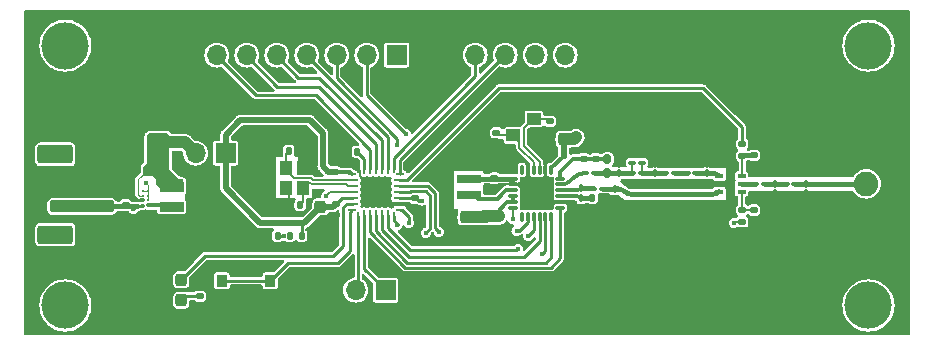
<source format=gbr>
%TF.GenerationSoftware,KiCad,Pcbnew,7.0.9*%
%TF.CreationDate,2024-11-24T18:14:13+08:00*%
%TF.ProjectId,node_v0.1,6e6f6465-5f76-4302-9e31-2e6b69636164,rev?*%
%TF.SameCoordinates,Original*%
%TF.FileFunction,Copper,L1,Top*%
%TF.FilePolarity,Positive*%
%FSLAX46Y46*%
G04 Gerber Fmt 4.6, Leading zero omitted, Abs format (unit mm)*
G04 Created by KiCad (PCBNEW 7.0.9) date 2024-11-24 18:14:13*
%MOMM*%
%LPD*%
G01*
G04 APERTURE LIST*
G04 Aperture macros list*
%AMRoundRect*
0 Rectangle with rounded corners*
0 $1 Rounding radius*
0 $2 $3 $4 $5 $6 $7 $8 $9 X,Y pos of 4 corners*
0 Add a 4 corners polygon primitive as box body*
4,1,4,$2,$3,$4,$5,$6,$7,$8,$9,$2,$3,0*
0 Add four circle primitives for the rounded corners*
1,1,$1+$1,$2,$3*
1,1,$1+$1,$4,$5*
1,1,$1+$1,$6,$7*
1,1,$1+$1,$8,$9*
0 Add four rect primitives between the rounded corners*
20,1,$1+$1,$2,$3,$4,$5,0*
20,1,$1+$1,$4,$5,$6,$7,0*
20,1,$1+$1,$6,$7,$8,$9,0*
20,1,$1+$1,$8,$9,$2,$3,0*%
%AMFreePoly0*
4,1,14,0.230680,0.111820,0.364320,-0.021821,0.377500,-0.053642,0.377500,-0.080000,0.364320,-0.111820,0.332500,-0.125000,-0.332500,-0.125000,-0.364320,-0.111820,-0.377500,-0.080000,-0.377500,0.080000,-0.364320,0.111820,-0.332500,0.125000,0.198860,0.125000,0.230680,0.111820,0.230680,0.111820,$1*%
%AMFreePoly1*
4,1,14,0.364320,0.111820,0.377500,0.080000,0.377501,0.053640,0.364318,0.021819,0.230680,-0.111820,0.198860,-0.125000,-0.332500,-0.125000,-0.364320,-0.111820,-0.377500,-0.080000,-0.377500,0.080000,-0.364320,0.111820,-0.332500,0.125000,0.332500,0.125000,0.364320,0.111820,0.364320,0.111820,$1*%
%AMFreePoly2*
4,1,15,0.053642,0.377500,0.080000,0.377500,0.111820,0.364320,0.125000,0.332500,0.125000,-0.332500,0.111820,-0.364320,0.080000,-0.377500,-0.080000,-0.377500,-0.111820,-0.364320,-0.125000,-0.332500,-0.125000,0.198860,-0.111820,0.230680,0.021820,0.364320,0.053640,0.377501,0.053642,0.377500,0.053642,0.377500,$1*%
%AMFreePoly3*
4,1,14,-0.021820,0.364320,0.111820,0.230679,0.125001,0.198860,0.125000,-0.332500,0.111820,-0.364320,0.080000,-0.377500,-0.080000,-0.377500,-0.111820,-0.364320,-0.125000,-0.332500,-0.125000,0.332500,-0.111820,0.364320,-0.080000,0.377500,-0.053640,0.377500,-0.021820,0.364320,-0.021820,0.364320,$1*%
%AMFreePoly4*
4,1,14,0.364320,0.111820,0.377500,0.080000,0.377500,-0.080000,0.364320,-0.111820,0.332500,-0.125000,-0.198860,-0.125001,-0.230680,-0.111818,-0.364320,0.021820,-0.377500,0.053640,-0.377500,0.080000,-0.364320,0.111820,-0.332500,0.125000,0.332500,0.125000,0.364320,0.111820,0.364320,0.111820,$1*%
%AMFreePoly5*
4,1,15,-0.198858,0.125000,0.332500,0.125000,0.364320,0.111820,0.377500,0.080000,0.377500,-0.080000,0.364320,-0.111820,0.332500,-0.125000,-0.332500,-0.125000,-0.364320,-0.111820,-0.377500,-0.080000,-0.377500,-0.053640,-0.364320,-0.021820,-0.230680,0.111820,-0.198860,0.125001,-0.198858,0.125000,-0.198858,0.125000,$1*%
%AMFreePoly6*
4,1,14,0.111820,0.364320,0.125000,0.332500,0.125001,-0.198860,0.111818,-0.230680,-0.021820,-0.364320,-0.053640,-0.377500,-0.080000,-0.377500,-0.111820,-0.364320,-0.125000,-0.332500,-0.125000,0.332500,-0.111820,0.364320,-0.080000,0.377500,0.080000,0.377500,0.111820,0.364320,0.111820,0.364320,$1*%
%AMFreePoly7*
4,1,14,0.111820,0.364320,0.125000,0.332500,0.125000,-0.332500,0.111820,-0.364320,0.080000,-0.377500,0.053640,-0.377501,0.021819,-0.364318,-0.111820,-0.230680,-0.125000,-0.198860,-0.125000,0.332500,-0.111820,0.364320,-0.080000,0.377500,0.080000,0.377500,0.111820,0.364320,0.111820,0.364320,$1*%
G04 Aperture macros list end*
%TA.AperFunction,SMDPad,CuDef*%
%ADD10RoundRect,0.140000X-0.170000X0.140000X-0.170000X-0.140000X0.170000X-0.140000X0.170000X0.140000X0*%
%TD*%
%TA.AperFunction,SMDPad,CuDef*%
%ADD11RoundRect,0.237500X-0.237500X0.300000X-0.237500X-0.300000X0.237500X-0.300000X0.237500X0.300000X0*%
%TD*%
%TA.AperFunction,SMDPad,CuDef*%
%ADD12RoundRect,0.140000X-0.140000X-0.170000X0.140000X-0.170000X0.140000X0.170000X-0.140000X0.170000X0*%
%TD*%
%TA.AperFunction,SMDPad,CuDef*%
%ADD13RoundRect,0.140000X0.170000X-0.140000X0.170000X0.140000X-0.170000X0.140000X-0.170000X-0.140000X0*%
%TD*%
%TA.AperFunction,SMDPad,CuDef*%
%ADD14RoundRect,0.237500X0.237500X-0.300000X0.237500X0.300000X-0.237500X0.300000X-0.237500X-0.300000X0*%
%TD*%
%TA.AperFunction,ComponentPad*%
%ADD15R,1.700000X1.700000*%
%TD*%
%TA.AperFunction,ComponentPad*%
%ADD16O,1.700000X1.700000*%
%TD*%
%TA.AperFunction,SMDPad,CuDef*%
%ADD17R,1.000000X1.150000*%
%TD*%
%TA.AperFunction,SMDPad,CuDef*%
%ADD18RoundRect,0.135000X0.135000X0.185000X-0.135000X0.185000X-0.135000X-0.185000X0.135000X-0.185000X0*%
%TD*%
%TA.AperFunction,SMDPad,CuDef*%
%ADD19RoundRect,0.100000X-0.217500X-0.100000X0.217500X-0.100000X0.217500X0.100000X-0.217500X0.100000X0*%
%TD*%
%TA.AperFunction,SMDPad,CuDef*%
%ADD20RoundRect,0.160000X-0.160000X0.222500X-0.160000X-0.222500X0.160000X-0.222500X0.160000X0.222500X0*%
%TD*%
%TA.AperFunction,SMDPad,CuDef*%
%ADD21RoundRect,0.100000X-0.100000X0.217500X-0.100000X-0.217500X0.100000X-0.217500X0.100000X0.217500X0*%
%TD*%
%TA.AperFunction,SMDPad,CuDef*%
%ADD22RoundRect,0.135000X-0.185000X0.135000X-0.185000X-0.135000X0.185000X-0.135000X0.185000X0.135000X0*%
%TD*%
%TA.AperFunction,SMDPad,CuDef*%
%ADD23FreePoly0,0.000000*%
%TD*%
%TA.AperFunction,SMDPad,CuDef*%
%ADD24RoundRect,0.062500X-0.375000X-0.062500X0.375000X-0.062500X0.375000X0.062500X-0.375000X0.062500X0*%
%TD*%
%TA.AperFunction,SMDPad,CuDef*%
%ADD25FreePoly1,0.000000*%
%TD*%
%TA.AperFunction,SMDPad,CuDef*%
%ADD26FreePoly2,0.000000*%
%TD*%
%TA.AperFunction,SMDPad,CuDef*%
%ADD27RoundRect,0.062500X-0.062500X-0.375000X0.062500X-0.375000X0.062500X0.375000X-0.062500X0.375000X0*%
%TD*%
%TA.AperFunction,SMDPad,CuDef*%
%ADD28FreePoly3,0.000000*%
%TD*%
%TA.AperFunction,SMDPad,CuDef*%
%ADD29FreePoly4,0.000000*%
%TD*%
%TA.AperFunction,SMDPad,CuDef*%
%ADD30FreePoly5,0.000000*%
%TD*%
%TA.AperFunction,SMDPad,CuDef*%
%ADD31FreePoly6,0.000000*%
%TD*%
%TA.AperFunction,SMDPad,CuDef*%
%ADD32FreePoly7,0.000000*%
%TD*%
%TA.AperFunction,SMDPad,CuDef*%
%ADD33R,0.900000X1.000000*%
%TD*%
%TA.AperFunction,SMDPad,CuDef*%
%ADD34RoundRect,0.100000X0.100000X-0.217500X0.100000X0.217500X-0.100000X0.217500X-0.100000X-0.217500X0*%
%TD*%
%TA.AperFunction,ComponentPad*%
%ADD35C,2.082800*%
%TD*%
%TA.AperFunction,ComponentPad*%
%ADD36C,2.209800*%
%TD*%
%TA.AperFunction,SMDPad,CuDef*%
%ADD37R,0.650000X0.400000*%
%TD*%
%TA.AperFunction,SMDPad,CuDef*%
%ADD38RoundRect,0.237500X0.237500X-0.287500X0.237500X0.287500X-0.237500X0.287500X-0.237500X-0.287500X0*%
%TD*%
%TA.AperFunction,SMDPad,CuDef*%
%ADD39RoundRect,0.100000X0.217500X0.100000X-0.217500X0.100000X-0.217500X-0.100000X0.217500X-0.100000X0*%
%TD*%
%TA.AperFunction,SMDPad,CuDef*%
%ADD40R,2.000000X0.850000*%
%TD*%
%TA.AperFunction,SMDPad,CuDef*%
%ADD41RoundRect,0.140000X0.140000X0.170000X-0.140000X0.170000X-0.140000X-0.170000X0.140000X-0.170000X0*%
%TD*%
%TA.AperFunction,SMDPad,CuDef*%
%ADD42R,2.000000X0.650000*%
%TD*%
%TA.AperFunction,SMDPad,CuDef*%
%ADD43C,0.250000*%
%TD*%
%TA.AperFunction,SMDPad,CuDef*%
%ADD44R,1.150000X1.000000*%
%TD*%
%TA.AperFunction,SMDPad,CuDef*%
%ADD45RoundRect,0.135000X0.185000X-0.135000X0.185000X0.135000X-0.185000X0.135000X-0.185000X-0.135000X0*%
%TD*%
%TA.AperFunction,SMDPad,CuDef*%
%ADD46RoundRect,0.135000X-0.135000X-0.185000X0.135000X-0.185000X0.135000X0.185000X-0.135000X0.185000X0*%
%TD*%
%TA.AperFunction,SMDPad,CuDef*%
%ADD47RoundRect,0.237500X-0.300000X-0.237500X0.300000X-0.237500X0.300000X0.237500X-0.300000X0.237500X0*%
%TD*%
%TA.AperFunction,SMDPad,CuDef*%
%ADD48RoundRect,0.075000X-0.075000X-0.325000X0.075000X-0.325000X0.075000X0.325000X-0.075000X0.325000X0*%
%TD*%
%TA.AperFunction,SMDPad,CuDef*%
%ADD49RoundRect,0.075000X0.325000X-0.075000X0.325000X0.075000X-0.325000X0.075000X-0.325000X-0.075000X0*%
%TD*%
%TA.AperFunction,SMDPad,CuDef*%
%ADD50R,2.700000X2.700000*%
%TD*%
%TA.AperFunction,SMDPad,CuDef*%
%ADD51RoundRect,0.250000X1.250000X-0.550000X1.250000X0.550000X-1.250000X0.550000X-1.250000X-0.550000X0*%
%TD*%
%TA.AperFunction,SMDPad,CuDef*%
%ADD52RoundRect,0.250000X2.500000X-0.250000X2.500000X0.250000X-2.500000X0.250000X-2.500000X-0.250000X0*%
%TD*%
%TA.AperFunction,ViaPad*%
%ADD53C,0.450000*%
%TD*%
%TA.AperFunction,ViaPad*%
%ADD54C,4.000000*%
%TD*%
%TA.AperFunction,ViaPad*%
%ADD55C,0.550000*%
%TD*%
%TA.AperFunction,Conductor*%
%ADD56C,0.200000*%
%TD*%
%TA.AperFunction,Conductor*%
%ADD57C,0.350000*%
%TD*%
%TA.AperFunction,Conductor*%
%ADD58C,0.152400*%
%TD*%
%TA.AperFunction,Conductor*%
%ADD59C,0.230000*%
%TD*%
%TA.AperFunction,Conductor*%
%ADD60C,0.300000*%
%TD*%
%TA.AperFunction,Conductor*%
%ADD61C,0.400000*%
%TD*%
%TA.AperFunction,Conductor*%
%ADD62C,0.100000*%
%TD*%
%TA.AperFunction,Conductor*%
%ADD63C,0.250000*%
%TD*%
%TA.AperFunction,Conductor*%
%ADD64C,0.500000*%
%TD*%
%TA.AperFunction,Conductor*%
%ADD65C,0.156000*%
%TD*%
%TA.AperFunction,Conductor*%
%ADD66C,1.000000*%
%TD*%
%TA.AperFunction,Conductor*%
%ADD67C,0.410000*%
%TD*%
G04 APERTURE END LIST*
D10*
%TO.P,C34,1*%
%TO.N,GND*%
X88600000Y-68540000D03*
%TO.P,C34,2*%
%TO.N,Net-(J3-Pin_1)*%
X88600000Y-69500000D03*
%TD*%
D11*
%TO.P,C33,1*%
%TO.N,GND*%
X125700000Y-62197500D03*
%TO.P,C33,2*%
%TO.N,+3.3V*%
X125700000Y-63922500D03*
%TD*%
D12*
%TO.P,C32,1*%
%TO.N,GND*%
X124740000Y-65300000D03*
%TO.P,C32,2*%
%TO.N,+3.3V*%
X125700000Y-65300000D03*
%TD*%
D10*
%TO.P,C31,1*%
%TO.N,GND*%
X106300000Y-65720000D03*
%TO.P,C31,2*%
%TO.N,+3.3V*%
X106300000Y-66680000D03*
%TD*%
D13*
%TO.P,C30,1*%
%TO.N,GND*%
X106400000Y-70380000D03*
%TO.P,C30,2*%
%TO.N,+3.3V*%
X106400000Y-69420000D03*
%TD*%
D14*
%TO.P,C29,1*%
%TO.N,GND*%
X105100000Y-71362500D03*
%TO.P,C29,2*%
%TO.N,+3.3V*%
X105100000Y-69637500D03*
%TD*%
D13*
%TO.P,C28,1*%
%TO.N,GND*%
X113100000Y-69880000D03*
%TO.P,C28,2*%
%TO.N,+3.3V*%
X113100000Y-68920000D03*
%TD*%
D15*
%TO.P,J5,1,Pin_1*%
%TO.N,+3.3V*%
X97075000Y-65100000D03*
D16*
%TO.P,J5,2,Pin_2*%
%TO.N,Net-(J5-Pin_2)*%
X94535000Y-65100000D03*
%TD*%
D17*
%TO.P,Y1,1,1*%
%TO.N,Net-(U1-PC15)*%
X103600000Y-68075000D03*
%TO.P,Y1,2,2*%
%TO.N,GND*%
X103600000Y-66325000D03*
%TO.P,Y1,3,3*%
%TO.N,Net-(U1-PC14)*%
X102200000Y-66325000D03*
%TO.P,Y1,4,4*%
%TO.N,GND*%
X102200000Y-68075000D03*
%TD*%
D18*
%TO.P,R2,1*%
%TO.N,+3.3V*%
X103510000Y-72100000D03*
%TO.P,R2,2*%
%TO.N,~{RESET}*%
X102490000Y-72100000D03*
%TD*%
D14*
%TO.P,C23,1*%
%TO.N,GND*%
X118890000Y-72212500D03*
%TO.P,C23,2*%
%TO.N,+3.3V*%
X118890000Y-70487500D03*
%TD*%
D12*
%TO.P,C13,1*%
%TO.N,Net-(U2-RFI_P)*%
X128120000Y-68900000D03*
%TO.P,C13,2*%
%TO.N,GND*%
X129080000Y-68900000D03*
%TD*%
D19*
%TO.P,L6,1,1*%
%TO.N,Net-(C18-Pad1)*%
X144492500Y-67700000D03*
%TO.P,L6,2,2*%
%TO.N,Net-(AE1-A)*%
X145307500Y-67700000D03*
%TD*%
D20*
%TO.P,L2,2,2*%
%TO.N,Net-(C8-Pad2)*%
X129400000Y-66772500D03*
%TO.P,L2,1,1*%
%TO.N,/Lora/VR_PA*%
X129400000Y-65627500D03*
%TD*%
D15*
%TO.P,J4,1,Pin_1*%
%TO.N,+3.3V*%
X111560000Y-56800000D03*
D16*
%TO.P,J4,2,Pin_2*%
%TO.N,Net-(J4-Pin_2)*%
X109020000Y-56800000D03*
%TO.P,J4,3,Pin_3*%
%TO.N,Net-(J4-Pin_3)*%
X106480000Y-56800000D03*
%TO.P,J4,4,Pin_4*%
%TO.N,/MCU/PA15*%
X103940000Y-56800000D03*
%TO.P,J4,5,Pin_5*%
%TO.N,Net-(J4-Pin_5)*%
X101400000Y-56800000D03*
%TO.P,J4,6,Pin_6*%
%TO.N,Net-(J4-Pin_6)*%
X98860000Y-56800000D03*
%TO.P,J4,7,Pin_7*%
%TO.N,Net-(J4-Pin_7)*%
X96320000Y-56800000D03*
%TO.P,J4,8,Pin_8*%
%TO.N,GND*%
X93780000Y-56800000D03*
%TD*%
D15*
%TO.P,J1,1,Pin_1*%
%TO.N,GND*%
X115660000Y-56800000D03*
D16*
%TO.P,J1,2,Pin_2*%
%TO.N,/MCU/SWCLK*%
X118200000Y-56800000D03*
%TO.P,J1,3,Pin_3*%
%TO.N,/MCU/SWDIO*%
X120740000Y-56800000D03*
%TO.P,J1,4,Pin_4*%
%TO.N,~{RESET}*%
X123280000Y-56800000D03*
%TO.P,J1,5,Pin_5*%
%TO.N,+3.3V*%
X125820000Y-56800000D03*
%TD*%
D21*
%TO.P,C20,1*%
%TO.N,Net-(C18-Pad1)*%
X143600000Y-67692500D03*
%TO.P,C20,2*%
%TO.N,GND*%
X143600000Y-68507500D03*
%TD*%
D14*
%TO.P,C22,1*%
%TO.N,GND*%
X117400000Y-72212500D03*
%TO.P,C22,2*%
%TO.N,+3.3V*%
X117400000Y-70487500D03*
%TD*%
D22*
%TO.P,R4,1*%
%TO.N,LORA_ANT_SW*%
X140800000Y-64310000D03*
%TO.P,R4,2*%
%TO.N,Net-(U3-~{CTRL})*%
X140800000Y-65330000D03*
%TD*%
D12*
%TO.P,C2,1*%
%TO.N,GND*%
X102420000Y-69500000D03*
%TO.P,C2,2*%
%TO.N,Net-(U1-PC15)*%
X103380000Y-69500000D03*
%TD*%
D13*
%TO.P,C4,1*%
%TO.N,GND*%
X124500000Y-63380000D03*
%TO.P,C4,2*%
%TO.N,Net-(U2-XTA)*%
X124500000Y-62420000D03*
%TD*%
D23*
%TO.P,U1,1,VDD*%
%TO.N,+3.3V*%
X107802500Y-66900000D03*
D24*
%TO.P,U1,2,PC14*%
%TO.N,Net-(U1-PC14)*%
X107862500Y-67400000D03*
%TO.P,U1,3,PC15*%
%TO.N,Net-(U1-PC15)*%
X107862500Y-67900000D03*
%TO.P,U1,4,NRST*%
%TO.N,~{RESET}*%
X107862500Y-68400000D03*
%TO.P,U1,5,VDDA*%
%TO.N,+3.3V*%
X107862500Y-68900000D03*
%TO.P,U1,6,PA0*%
%TO.N,Net-(D1-A)*%
X107862500Y-69400000D03*
D25*
%TO.P,U1,7,PA1*%
%TO.N,Net-(U1-PA1)*%
X107802500Y-69900000D03*
D26*
%TO.P,U1,8,PA2*%
%TO.N,Net-(J2-Pin_2)*%
X108300000Y-70397500D03*
D27*
%TO.P,U1,9,PA3*%
%TO.N,Net-(J2-Pin_1)*%
X108800000Y-70337500D03*
%TO.P,U1,10,PA4*%
%TO.N,~{LORA_CS}*%
X109300000Y-70337500D03*
%TO.P,U1,11,PA5*%
%TO.N,SPI_SCLK*%
X109800000Y-70337500D03*
%TO.P,U1,12,PA6*%
%TO.N,SPI_MISO*%
X110300000Y-70337500D03*
%TO.P,U1,13,PA7*%
%TO.N,SPI_MOSI*%
X110800000Y-70337500D03*
D28*
%TO.P,U1,14,PB0*%
%TO.N,Net-(J4-Pin_3)*%
X111300000Y-70397500D03*
D29*
%TO.P,U1,15,PB1*%
%TO.N,Net-(J4-Pin_2)*%
X111797500Y-69900000D03*
D24*
%TO.P,U1,16,VSS*%
%TO.N,GND*%
X111737500Y-69400000D03*
%TO.P,U1,17,VDD*%
%TO.N,+3.3V*%
X111737500Y-68900000D03*
%TO.P,U1,18,PA8*%
%TO.N,~{LORA_RST}*%
X111737500Y-68400000D03*
%TO.P,U1,19,PA9*%
%TO.N,LORA_BUSY*%
X111737500Y-67900000D03*
%TO.P,U1,20,PA10*%
%TO.N,LORA_ANT_SW*%
X111737500Y-67400000D03*
D30*
%TO.P,U1,21,PA13*%
%TO.N,/MCU/SWDIO*%
X111797500Y-66900000D03*
D31*
%TO.P,U1,22,PA14*%
%TO.N,/MCU/SWCLK*%
X111300000Y-66402500D03*
D27*
%TO.P,U1,23,PA15*%
%TO.N,/MCU/PA15*%
X110800000Y-66462500D03*
%TO.P,U1,24,PB3*%
%TO.N,Net-(J4-Pin_5)*%
X110300000Y-66462500D03*
%TO.P,U1,25,PB6*%
%TO.N,Net-(J4-Pin_6)*%
X109800000Y-66462500D03*
%TO.P,U1,26,PB7*%
%TO.N,Net-(J4-Pin_7)*%
X109300000Y-66462500D03*
%TO.P,U1,27,BOOT0*%
%TO.N,Net-(U1-BOOT0)*%
X108800000Y-66462500D03*
D32*
%TO.P,U1,28,VSS*%
%TO.N,GND*%
X108300000Y-66402500D03*
%TD*%
D33*
%TO.P,SW1,1,1*%
%TO.N,Net-(U1-PA1)*%
X96750000Y-75900000D03*
X100850000Y-75900000D03*
%TO.P,SW1,2,2*%
%TO.N,GND*%
X96750000Y-77500000D03*
X100850000Y-77500000D03*
%TD*%
D34*
%TO.P,C10,2*%
%TO.N,GND*%
X133400000Y-65992500D03*
%TO.P,C10,1*%
%TO.N,Net-(C10-Pad1)*%
X133400000Y-66807500D03*
%TD*%
D13*
%TO.P,C17,1*%
%TO.N,Net-(U3-~{CTRL})*%
X141800000Y-65300000D03*
%TO.P,C17,2*%
%TO.N,GND*%
X141800000Y-64340000D03*
%TD*%
D12*
%TO.P,C25,1*%
%TO.N,GND*%
X89420000Y-66600000D03*
%TO.P,C25,2*%
%TO.N,Net-(J5-Pin_2)*%
X90380000Y-66600000D03*
%TD*%
D10*
%TO.P,C16,1*%
%TO.N,Net-(U3-CTRL)*%
X141800000Y-69920000D03*
%TO.P,C16,2*%
%TO.N,GND*%
X141800000Y-70880000D03*
%TD*%
D35*
%TO.P,AE1,1,A*%
%TO.N,Net-(AE1-A)*%
X151300000Y-67700000D03*
D36*
%TO.P,AE1,2,GND*%
%TO.N,GND*%
X153840000Y-65160000D03*
X148760000Y-65160000D03*
X153840000Y-70240000D03*
X148760000Y-70240000D03*
%TD*%
D37*
%TO.P,U3,1,RF1*%
%TO.N,Net-(U3-RF1)*%
X138850000Y-67050000D03*
%TO.P,U3,2,GND*%
%TO.N,GND*%
X138850000Y-67700000D03*
%TO.P,U3,3,RF2*%
%TO.N,Net-(U3-RF2)*%
X138850000Y-68350000D03*
%TO.P,U3,4,CTRL*%
%TO.N,Net-(U3-CTRL)*%
X140750000Y-68350000D03*
%TO.P,U3,5,RFC*%
%TO.N,Net-(U3-RFC)*%
X140750000Y-67700000D03*
%TO.P,U3,6,~{CTRL}*%
%TO.N,Net-(U3-~{CTRL})*%
X140750000Y-67050000D03*
%TD*%
D38*
%TO.P,D1,1,K*%
%TO.N,Net-(D1-K)*%
X93300000Y-77575000D03*
%TO.P,D1,2,A*%
%TO.N,Net-(D1-A)*%
X93300000Y-75825000D03*
%TD*%
D10*
%TO.P,C7,2*%
%TO.N,/Lora/VR_PA*%
X128400000Y-65580000D03*
%TO.P,C7,1*%
%TO.N,GND*%
X128400000Y-64620000D03*
%TD*%
D19*
%TO.P,L1,2,2*%
%TO.N,Net-(C8-Pad2)*%
X128307500Y-66800000D03*
%TO.P,L1,1,1*%
%TO.N,Net-(U2-RFO)*%
X127492500Y-66800000D03*
%TD*%
D34*
%TO.P,C9,2*%
%TO.N,GND*%
X130400000Y-65992500D03*
%TO.P,C9,1*%
%TO.N,Net-(C8-Pad2)*%
X130400000Y-66807500D03*
%TD*%
D21*
%TO.P,C19,1*%
%TO.N,Net-(AE1-A)*%
X146200000Y-67692500D03*
%TO.P,C19,2*%
%TO.N,GND*%
X146200000Y-68507500D03*
%TD*%
D39*
%TO.P,C11,2*%
%TO.N,Net-(C10-Pad1)*%
X134292500Y-66800000D03*
%TO.P,C11,1*%
%TO.N,Net-(C11-Pad1)*%
X135107500Y-66800000D03*
%TD*%
D40*
%TO.P,L8,1,1*%
%TO.N,Net-(U4-SW)*%
X92500000Y-69625000D03*
%TO.P,L8,2,2*%
%TO.N,Net-(J5-Pin_2)*%
X92500000Y-67975000D03*
%TD*%
D21*
%TO.P,C15,1*%
%TO.N,Net-(U3-RF2)*%
X130000000Y-68142500D03*
%TO.P,C15,2*%
%TO.N,GND*%
X130000000Y-68957500D03*
%TD*%
D41*
%TO.P,C1,1*%
%TO.N,GND*%
X103380000Y-64900000D03*
%TO.P,C1,2*%
%TO.N,Net-(U1-PC14)*%
X102420000Y-64900000D03*
%TD*%
D42*
%TO.P,L7,1,1*%
%TO.N,Net-(U2-VREG)*%
X117700000Y-67325000D03*
%TO.P,L7,2,2*%
%TO.N,Net-(U2-DCC_SW)*%
X117700000Y-68675000D03*
%TD*%
D43*
%TO.P,U4,A1,SW*%
%TO.N,Net-(U4-SW)*%
X90500000Y-69500000D03*
%TO.P,U4,A2,VIN*%
%TO.N,Net-(J3-Pin_1)*%
X90100000Y-69500000D03*
%TO.P,U4,B1,EN*%
X90500000Y-69100000D03*
%TO.P,U4,B2,GND*%
%TO.N,GND*%
X90100000Y-69100000D03*
%TO.P,U4,C1,VSEL1*%
%TO.N,Net-(J3-Pin_1)*%
X90500000Y-68700000D03*
%TO.P,U4,C2,VOS*%
%TO.N,Net-(J5-Pin_2)*%
X90100000Y-68700000D03*
%TO.P,U4,D1,VSEL2*%
%TO.N,Net-(J3-Pin_1)*%
X90500000Y-68300000D03*
%TO.P,U4,D2,VSEL3*%
X90100000Y-68300000D03*
%TD*%
D44*
%TO.P,Y2,1,1*%
%TO.N,Net-(U2-XTB)*%
X121425000Y-63600000D03*
%TO.P,Y2,2,2*%
%TO.N,GND*%
X123175000Y-63600000D03*
%TO.P,Y2,3,3*%
%TO.N,Net-(U2-XTA)*%
X123175000Y-62200000D03*
%TO.P,Y2,4,4*%
%TO.N,GND*%
X121425000Y-62200000D03*
%TD*%
D34*
%TO.P,C12,2*%
%TO.N,GND*%
X137800000Y-65992500D03*
%TO.P,C12,1*%
%TO.N,Net-(U3-RF1)*%
X137800000Y-66807500D03*
%TD*%
D45*
%TO.P,R3,1*%
%TO.N,/Lora/DIO2*%
X140800000Y-70910000D03*
%TO.P,R3,2*%
%TO.N,Net-(U3-CTRL)*%
X140800000Y-69890000D03*
%TD*%
D46*
%TO.P,R5,1*%
%TO.N,GND*%
X107190000Y-65000000D03*
%TO.P,R5,2*%
%TO.N,Net-(U1-BOOT0)*%
X108210000Y-65000000D03*
%TD*%
D21*
%TO.P,L5,1,1*%
%TO.N,Net-(U2-RFI_N)*%
X127200000Y-68092500D03*
%TO.P,L5,2,2*%
%TO.N,Net-(U2-RFI_P)*%
X127200000Y-68907500D03*
%TD*%
D13*
%TO.P,C24,1*%
%TO.N,GND*%
X120200000Y-71430000D03*
%TO.P,C24,2*%
%TO.N,+3.3V*%
X120200000Y-70470000D03*
%TD*%
D47*
%TO.P,C27,1*%
%TO.N,GND*%
X89437500Y-65400000D03*
%TO.P,C27,2*%
%TO.N,Net-(J5-Pin_2)*%
X91162500Y-65400000D03*
%TD*%
D48*
%TO.P,U2,1,VDD_IN*%
%TO.N,+3.3V*%
X124650000Y-66500000D03*
%TO.P,U2,2,GND*%
%TO.N,GND*%
X124150000Y-66500000D03*
%TO.P,U2,3,XTA*%
%TO.N,Net-(U2-XTA)*%
X123650000Y-66500000D03*
%TO.P,U2,4,XTB*%
%TO.N,Net-(U2-XTB)*%
X123150000Y-66500000D03*
%TO.P,U2,5,GND*%
%TO.N,GND*%
X122650000Y-66500000D03*
%TO.P,U2,6,DIO3*%
%TO.N,unconnected-(U2-DIO3-Pad6)*%
X122150000Y-66500000D03*
D49*
%TO.P,U2,7,VREG*%
%TO.N,Net-(U2-VREG)*%
X121400000Y-67250000D03*
%TO.P,U2,8,GND*%
%TO.N,GND*%
X121400000Y-67750000D03*
%TO.P,U2,9,DCC_SW*%
%TO.N,Net-(U2-DCC_SW)*%
X121400000Y-68250000D03*
%TO.P,U2,10,VBAT*%
%TO.N,+3.3V*%
X121400000Y-68750000D03*
%TO.P,U2,11,VBAT_IO*%
X121400000Y-69250000D03*
%TO.P,U2,12,DIO2*%
%TO.N,/Lora/DIO2*%
X121400000Y-69750000D03*
D48*
%TO.P,U2,13,DIO1*%
%TO.N,unconnected-(U2-DIO1-Pad13)*%
X122150000Y-70500000D03*
%TO.P,U2,14,BUSY*%
%TO.N,LORA_BUSY*%
X122650000Y-70500000D03*
%TO.P,U2,15,NRESET*%
%TO.N,~{LORA_RST}*%
X123150000Y-70500000D03*
%TO.P,U2,16,MISO*%
%TO.N,SPI_MISO*%
X123650000Y-70500000D03*
%TO.P,U2,17,MOSI*%
%TO.N,SPI_MOSI*%
X124150000Y-70500000D03*
%TO.P,U2,18,SCLK*%
%TO.N,SPI_SCLK*%
X124650000Y-70500000D03*
D49*
%TO.P,U2,19,NSS*%
%TO.N,~{LORA_CS}*%
X125400000Y-69750000D03*
%TO.P,U2,20,GND*%
%TO.N,GND*%
X125400000Y-69250000D03*
%TO.P,U2,21,RFI_P*%
%TO.N,Net-(U2-RFI_P)*%
X125400000Y-68750000D03*
%TO.P,U2,22,RFI_N*%
%TO.N,Net-(U2-RFI_N)*%
X125400000Y-68250000D03*
%TO.P,U2,23,RFO*%
%TO.N,Net-(U2-RFO)*%
X125400000Y-67750000D03*
%TO.P,U2,24,VR_PA*%
%TO.N,/Lora/VR_PA*%
X125400000Y-67250000D03*
D50*
%TO.P,U2,25,PAD*%
%TO.N,GND*%
X123500000Y-68500000D03*
%TD*%
D51*
%TO.P,J3,MP*%
%TO.N,N/C*%
X82650000Y-65200000D03*
X82650000Y-72000000D03*
D52*
%TO.P,J3,2,Pin_2*%
%TO.N,GND*%
X84900000Y-67600000D03*
%TO.P,J3,1,Pin_1*%
%TO.N,Net-(J3-Pin_1)*%
X84900000Y-69600000D03*
%TD*%
D39*
%TO.P,C18,1*%
%TO.N,Net-(C18-Pad1)*%
X142707500Y-67700000D03*
%TO.P,C18,2*%
%TO.N,Net-(U3-RFC)*%
X141892500Y-67700000D03*
%TD*%
D19*
%TO.P,L3,2,2*%
%TO.N,Net-(C10-Pad1)*%
X132307500Y-66800000D03*
%TO.P,L3,1,1*%
%TO.N,Net-(C8-Pad2)*%
X131492500Y-66800000D03*
%TD*%
D12*
%TO.P,C3,1*%
%TO.N,GND*%
X100520000Y-72100000D03*
%TO.P,C3,2*%
%TO.N,~{RESET}*%
X101480000Y-72100000D03*
%TD*%
D19*
%TO.P,L4,2,2*%
%TO.N,Net-(U3-RF1)*%
X136907500Y-66800000D03*
%TO.P,L4,1,1*%
%TO.N,Net-(C11-Pad1)*%
X136092500Y-66800000D03*
%TD*%
D13*
%TO.P,C21,1*%
%TO.N,GND*%
X119800000Y-68180000D03*
%TO.P,C21,2*%
%TO.N,Net-(U2-VREG)*%
X119800000Y-67220000D03*
%TD*%
D15*
%TO.P,J2,1,Pin_1*%
%TO.N,Net-(J2-Pin_1)*%
X110625000Y-76700000D03*
D16*
%TO.P,J2,2,Pin_2*%
%TO.N,Net-(J2-Pin_2)*%
X108085000Y-76700000D03*
%TO.P,J2,3,Pin_3*%
%TO.N,GND*%
X105545000Y-76700000D03*
%TD*%
D47*
%TO.P,C26,1*%
%TO.N,GND*%
X89437500Y-63900000D03*
%TO.P,C26,2*%
%TO.N,Net-(J5-Pin_2)*%
X91162500Y-63900000D03*
%TD*%
D39*
%TO.P,C8,2*%
%TO.N,Net-(C8-Pad2)*%
X131492500Y-65900000D03*
%TO.P,C8,1*%
%TO.N,Net-(C10-Pad1)*%
X132307500Y-65900000D03*
%TD*%
D10*
%TO.P,C5,1*%
%TO.N,GND*%
X120000000Y-62420000D03*
%TO.P,C5,2*%
%TO.N,Net-(U2-XTB)*%
X120000000Y-63380000D03*
%TD*%
D39*
%TO.P,C14,1*%
%TO.N,Net-(U3-RF2)*%
X129007500Y-68100000D03*
%TO.P,C14,2*%
%TO.N,Net-(U2-RFI_N)*%
X128192500Y-68100000D03*
%TD*%
D10*
%TO.P,C6,2*%
%TO.N,/Lora/VR_PA*%
X127400000Y-65580000D03*
%TO.P,C6,1*%
%TO.N,GND*%
X127400000Y-64620000D03*
%TD*%
D45*
%TO.P,R1,1*%
%TO.N,Net-(D1-K)*%
X94900000Y-77210000D03*
%TO.P,R1,2*%
%TO.N,GND*%
X94900000Y-76190000D03*
%TD*%
D53*
%TO.N,GND*%
X138600000Y-72000000D03*
X133700000Y-71900000D03*
X130000000Y-71900000D03*
X126900000Y-71900000D03*
X118100000Y-62800000D03*
X117000000Y-63800000D03*
X116000000Y-64800000D03*
X103800000Y-63100000D03*
X102300000Y-63100000D03*
X101100000Y-63100000D03*
X112900000Y-62900000D03*
X113700000Y-69900000D03*
X112900000Y-65700000D03*
X116800000Y-62000000D03*
X117700000Y-61000000D03*
X118800000Y-60000000D03*
X116100000Y-62500000D03*
X126100000Y-60200000D03*
X124800000Y-60200000D03*
X123200000Y-60200000D03*
X121700000Y-60200000D03*
X120400000Y-61200000D03*
X121200000Y-61200000D03*
X121900000Y-61200000D03*
X122600000Y-61200000D03*
X100900000Y-69500000D03*
X100900000Y-68800000D03*
X101500000Y-65000000D03*
X100900000Y-65700000D03*
X100900000Y-66500000D03*
X100900000Y-67300000D03*
X94000000Y-70300000D03*
X94000000Y-69600000D03*
X116500000Y-66300000D03*
X117200000Y-66300000D03*
X115900000Y-66900000D03*
X115900000Y-68300000D03*
X139800000Y-69600000D03*
X139800000Y-66800000D03*
X131400000Y-69600000D03*
X130600000Y-69300000D03*
X139100000Y-66100000D03*
X126200000Y-69400000D03*
X127600000Y-69600000D03*
X129600000Y-69500000D03*
X128800000Y-69500000D03*
X131000000Y-67600000D03*
X133000000Y-65200000D03*
X132300000Y-65200000D03*
X131600000Y-65200000D03*
X130900000Y-65200000D03*
X150500000Y-69300000D03*
X151500000Y-69500000D03*
X152600000Y-68900000D03*
X153000000Y-67900000D03*
X152700000Y-66600000D03*
X151700000Y-65900000D03*
X150400000Y-66100000D03*
X142700000Y-68800000D03*
X147200000Y-68800000D03*
X148300000Y-68800000D03*
X149600000Y-68800000D03*
X149500000Y-66600000D03*
X148300000Y-66600000D03*
X147200000Y-66600000D03*
X137000000Y-65900000D03*
X136100000Y-65900000D03*
X135200000Y-65900000D03*
X134200000Y-65900000D03*
X139800000Y-66100000D03*
X138400000Y-66100000D03*
X139200000Y-69600000D03*
D54*
%TO.N,*%
X151500000Y-56000000D03*
X151500000Y-78000000D03*
X83500000Y-78000000D03*
X83500000Y-56000000D03*
D53*
%TO.N,GND*%
X112700000Y-72100000D03*
X106300000Y-63300000D03*
X107400000Y-64000000D03*
X109100000Y-67700000D03*
X110600000Y-69100000D03*
X113600000Y-70600000D03*
X122500000Y-69400000D03*
X122600000Y-68500000D03*
X123500000Y-69400000D03*
X123500000Y-68500000D03*
X124400000Y-69400000D03*
X124400000Y-68500000D03*
X124400000Y-67600000D03*
X123500000Y-67600000D03*
X122600000Y-67600000D03*
X87000000Y-64750000D03*
X85900000Y-64900000D03*
X85900000Y-63800000D03*
X93800000Y-61200000D03*
X93800000Y-59400000D03*
X93800000Y-66900000D03*
X94700000Y-66900000D03*
X94000000Y-67700000D03*
X94000000Y-68300000D03*
X94000000Y-68900000D03*
X93424503Y-70600000D03*
X92800000Y-70600000D03*
X92100000Y-70600000D03*
X91400000Y-70600000D03*
X130700000Y-70100000D03*
X129300000Y-70100000D03*
X127900000Y-70100000D03*
X146000000Y-66600000D03*
X146200000Y-69500000D03*
X145400000Y-68800000D03*
X144400000Y-68800000D03*
X143600000Y-69500000D03*
X141700000Y-68800000D03*
X145000000Y-66600000D03*
X144000000Y-66600000D03*
X142900000Y-66600000D03*
X141900000Y-66600000D03*
X142800000Y-64300000D03*
X141800000Y-63400000D03*
X139800000Y-68700000D03*
X139800000Y-67400000D03*
X140900000Y-71900000D03*
X142000000Y-71900000D03*
X138500000Y-69600000D03*
X137600000Y-69600000D03*
X136700000Y-69600000D03*
X135700000Y-69600000D03*
X134700000Y-69600000D03*
X133700000Y-69600000D03*
X132800000Y-69600000D03*
X132100000Y-69600000D03*
X131700000Y-67700000D03*
X132700000Y-67700000D03*
X133700000Y-67700000D03*
X134700000Y-67700000D03*
X135700000Y-67700000D03*
X136900000Y-67700000D03*
X137800000Y-67700000D03*
X139800000Y-68100000D03*
X137600000Y-64700000D03*
X136400000Y-64700000D03*
X135100000Y-64700000D03*
X134100000Y-64700000D03*
X130100000Y-64700000D03*
X131600000Y-63800000D03*
X130100000Y-63800000D03*
X128500000Y-63800000D03*
X126400000Y-62200000D03*
X119500000Y-61300000D03*
X125100000Y-61200000D03*
X124500000Y-61200000D03*
X123800000Y-61200000D03*
X123200000Y-61200000D03*
X120600000Y-60200000D03*
X118900000Y-62300000D03*
X118900000Y-63500000D03*
X120100000Y-64500000D03*
X123800000Y-64700000D03*
X124500000Y-64300000D03*
X120500000Y-65700000D03*
X115900000Y-68900000D03*
X119100000Y-66300000D03*
X118500000Y-66300000D03*
X117875497Y-66300000D03*
X115900000Y-66100000D03*
X115900000Y-67600000D03*
X88300000Y-67000000D03*
X88300000Y-66000000D03*
X88300000Y-64900000D03*
X88300000Y-63800000D03*
X99300000Y-72900000D03*
X99300000Y-71900000D03*
X104800000Y-72700000D03*
X105800000Y-72700000D03*
X106200000Y-71400000D03*
X109100000Y-69100000D03*
X110600000Y-67700000D03*
X109800000Y-68400000D03*
X100900000Y-68100000D03*
X101800000Y-69500000D03*
X104400000Y-66300000D03*
X104300000Y-64900000D03*
X106300000Y-64800000D03*
%TO.N,Net-(J3-Pin_1)*%
X90300000Y-67600000D03*
X89257914Y-69810432D03*
%TO.N,Net-(J5-Pin_2)*%
X90780000Y-66500000D03*
%TO.N,GND*%
X126600000Y-69900000D03*
X121500000Y-65700000D03*
X119300000Y-68200000D03*
%TO.N,/Lora/DIO2*%
X140100000Y-71000000D03*
X121400000Y-70700000D03*
D55*
%TO.N,+3.3V*%
X126800000Y-63800000D03*
X118100000Y-70500000D03*
D53*
%TO.N,Net-(J4-Pin_3)*%
X111605731Y-64405731D03*
%TO.N,Net-(J4-Pin_2)*%
X112320231Y-63500000D03*
%TO.N,Net-(J4-Pin_3)*%
X111605731Y-71195274D03*
%TO.N,Net-(J4-Pin_2)*%
X112585500Y-71000000D03*
%TO.N,~{LORA_RST}*%
X122700000Y-72100000D03*
X114014500Y-71837522D03*
%TO.N,LORA_BUSY*%
X121700000Y-71700000D03*
X115115092Y-71756000D03*
%TO.N,SPI_MOSI*%
X123894772Y-73655500D03*
X121800000Y-73185500D03*
%TO.N,+3.3V*%
X113665723Y-69115024D03*
%TO.N,~{RESET}*%
X102000000Y-72100000D03*
X105600000Y-68700000D03*
%TD*%
D56*
%TO.N,GND*%
X139800000Y-68100000D02*
X139800000Y-67800000D01*
X138850000Y-67700000D02*
X139400000Y-67700000D01*
X139400000Y-67700000D02*
X139800000Y-68100000D01*
D57*
%TO.N,+3.3V*%
X120932236Y-69250000D02*
X121400000Y-69250000D01*
X120675000Y-69507236D02*
X120932236Y-69250000D01*
X120200000Y-70000000D02*
X120675000Y-69525000D01*
X120200000Y-70470000D02*
X120200000Y-70000000D01*
X120675000Y-69525000D02*
X120675000Y-69507236D01*
D58*
%TO.N,GND*%
X108438548Y-67038547D02*
X109100000Y-67700000D01*
X108300000Y-66402500D02*
X108438548Y-66541048D01*
X108438548Y-66541048D02*
X108438548Y-67038547D01*
D59*
%TO.N,Net-(J4-Pin_2)*%
X112000000Y-69900000D02*
X112600000Y-70500000D01*
X112600000Y-70500000D02*
X112600000Y-71000000D01*
X111797500Y-69900000D02*
X112000000Y-69900000D01*
X112600000Y-71000000D02*
X112585500Y-71000000D01*
%TO.N,GND*%
X118402500Y-72700000D02*
X118890000Y-72212500D01*
X113800000Y-72700000D02*
X118402500Y-72700000D01*
X113300000Y-72200000D02*
X113800000Y-72700000D01*
X113300000Y-70100000D02*
X113300000Y-72200000D01*
X112600000Y-69400000D02*
X113300000Y-70100000D01*
X111737500Y-69400000D02*
X112600000Y-69400000D01*
%TO.N,/MCU/SWDIO*%
X120700000Y-56800000D02*
X120740000Y-56800000D01*
X111797500Y-66900000D02*
X111797500Y-65702500D01*
X111797500Y-65702500D02*
X120700000Y-56800000D01*
%TO.N,/MCU/SWCLK*%
X118200000Y-58600000D02*
X118200000Y-56800000D01*
X111300000Y-66402500D02*
X111300000Y-65500000D01*
X111300000Y-65500000D02*
X118200000Y-58600000D01*
%TO.N,Net-(J4-Pin_2)*%
X112300000Y-63500000D02*
X109020000Y-60220000D01*
X112320231Y-63500000D02*
X112300000Y-63500000D01*
X109020000Y-60220000D02*
X109020000Y-56900000D01*
%TO.N,Net-(J4-Pin_3)*%
X106480000Y-58780000D02*
X106480000Y-56900000D01*
X111605731Y-64405731D02*
X111605731Y-63905731D01*
X111605731Y-63905731D02*
X106480000Y-58780000D01*
D57*
%TO.N,Net-(U2-DCC_SW)*%
X120100000Y-69000000D02*
X120500000Y-68600000D01*
X118425000Y-69000000D02*
X120100000Y-69000000D01*
X118100000Y-68675000D02*
X118425000Y-69000000D01*
D56*
%TO.N,GND*%
X119400000Y-68100000D02*
X119600000Y-68100000D01*
X119300000Y-68200000D02*
X119400000Y-68100000D01*
X120450000Y-67750000D02*
X121400000Y-67750000D01*
X120120000Y-68080000D02*
X120450000Y-67750000D01*
X119300000Y-68200000D02*
X119420000Y-68080000D01*
X119420000Y-68080000D02*
X120120000Y-68080000D01*
D60*
%TO.N,+3.3V*%
X125700000Y-65346846D02*
X124650000Y-66396846D01*
X124650000Y-66396846D02*
X124650000Y-66500000D01*
X125700000Y-65300000D02*
X125700000Y-65346846D01*
%TO.N,Net-(U2-RFO)*%
X126300000Y-67400000D02*
X126481039Y-67218961D01*
X125455026Y-67750010D02*
G75*
G03*
X126300000Y-67400000I-26J1195010D01*
G01*
X127492500Y-66799994D02*
G75*
G03*
X126481039Y-67218961I0J-1430406D01*
G01*
D56*
X125400000Y-67750000D02*
X125455026Y-67750000D01*
D60*
%TO.N,Net-(U2-RFI_P)*%
X127200011Y-68907489D02*
G75*
G03*
X126819762Y-68750000I-380211J-380211D01*
G01*
X125400000Y-68750000D02*
X126819762Y-68750000D01*
%TO.N,Net-(U2-RFI_N)*%
X126819762Y-68249983D02*
G75*
G03*
X127199999Y-68092499I38J537683D01*
G01*
X125400000Y-68250000D02*
X126819762Y-68250000D01*
D61*
%TO.N,Net-(U3-~{CTRL})*%
X141800000Y-65300000D02*
X140872426Y-65300000D01*
X140872426Y-65300011D02*
G75*
G03*
X140800000Y-65330000I-26J-102389D01*
G01*
%TO.N,Net-(U3-RF1)*%
X138849986Y-67050014D02*
G75*
G03*
X138246447Y-66800000I-603586J-603586D01*
G01*
X137792500Y-66800000D02*
X138246447Y-66800000D01*
%TO.N,Net-(U3-RF2)*%
X131524264Y-68600000D02*
X138246447Y-68600000D01*
X138246447Y-68599977D02*
G75*
G03*
X138849999Y-68349999I53J853477D01*
G01*
X129600000Y-68100000D02*
X130317158Y-68100000D01*
X130800011Y-68299989D02*
G75*
G03*
X131524264Y-68600000I724289J724289D01*
G01*
X130800013Y-68299987D02*
G75*
G03*
X130317158Y-68100000I-482813J-482813D01*
G01*
X129600000Y-68100000D02*
X129957500Y-68100000D01*
X129007500Y-68100000D02*
X129600000Y-68100000D01*
D59*
%TO.N,LORA_BUSY*%
X114178112Y-67878112D02*
X111759388Y-67878112D01*
X114810723Y-68510723D02*
X114178112Y-67878112D01*
X114810723Y-71451631D02*
X114810723Y-68510723D01*
X115115092Y-71756000D02*
X114810723Y-71451631D01*
X111759388Y-67878112D02*
X111737500Y-67900000D01*
D57*
%TO.N,/Lora/VR_PA*%
X126520000Y-65580000D02*
X125400000Y-66700000D01*
X125400000Y-66700000D02*
X125400000Y-67225000D01*
X127400000Y-65580000D02*
X126520000Y-65580000D01*
D59*
%TO.N,~{LORA_CS}*%
X125400000Y-74000000D02*
X125400000Y-69750000D01*
X109300000Y-71816224D02*
X112283776Y-74800000D01*
X112283776Y-74800000D02*
X124600000Y-74800000D01*
X124600000Y-74800000D02*
X125400000Y-74000000D01*
X109300000Y-70337500D02*
X109300000Y-71816224D01*
%TO.N,SPI_SCLK*%
X124650000Y-73911435D02*
X124650000Y-70500000D01*
X124191435Y-74370000D02*
X124650000Y-73911435D01*
X109800000Y-71708112D02*
X112461888Y-74370000D01*
X112461888Y-74370000D02*
X124191435Y-74370000D01*
X109800000Y-70337500D02*
X109800000Y-71708112D01*
D62*
%TO.N,Net-(U4-SW)*%
X92375000Y-69500000D02*
X92500000Y-69625000D01*
D57*
X90500000Y-69500000D02*
X92375000Y-69500000D01*
D59*
%TO.N,~{LORA_RST}*%
X112662652Y-68400000D02*
X111737500Y-68400000D01*
X112754540Y-68308112D02*
X112662652Y-68400000D01*
X114380723Y-71471299D02*
X114380723Y-68688835D01*
X114380723Y-68688835D02*
X114000000Y-68308112D01*
X114000000Y-68308112D02*
X112754540Y-68308112D01*
X114014500Y-71837522D02*
X114380723Y-71471299D01*
D62*
%TO.N,Net-(AE1-A)*%
X151292500Y-67692500D02*
X151300000Y-67700000D01*
D61*
X146200000Y-67692500D02*
X151292500Y-67692500D01*
D62*
X146192500Y-67700000D02*
X146200000Y-67692500D01*
D61*
X145307500Y-67700000D02*
X146192500Y-67700000D01*
%TO.N,Net-(C18-Pad1)*%
X142707500Y-67700000D02*
X144492500Y-67700000D01*
%TO.N,Net-(U3-RFC)*%
X141892500Y-67700000D02*
X140750000Y-67700000D01*
D59*
%TO.N,LORA_ANT_SW*%
X137500000Y-59600000D02*
X140800000Y-62900000D01*
X120200000Y-59600000D02*
X137500000Y-59600000D01*
X112400000Y-67400000D02*
X120200000Y-59600000D01*
X111737500Y-67400000D02*
X112400000Y-67400000D01*
X140800000Y-62900000D02*
X140800000Y-64310000D01*
%TO.N,+3.3V*%
X113220000Y-68900000D02*
X111737500Y-68900000D01*
X113435024Y-69115024D02*
X113220000Y-68900000D01*
X113665723Y-69115024D02*
X113435024Y-69115024D01*
D62*
%TO.N,GND*%
X106300000Y-65720000D02*
X106300000Y-64800000D01*
%TO.N,Net-(J5-Pin_2)*%
X89777112Y-68700000D02*
X90100000Y-68700000D01*
X89650000Y-68572888D02*
X89777112Y-68700000D01*
X90380000Y-66600000D02*
X89650000Y-67330000D01*
X89650000Y-67330000D02*
X89650000Y-68572888D01*
D63*
%TO.N,Net-(J3-Pin_1)*%
X89257914Y-69810432D02*
X89468346Y-69600000D01*
X89468346Y-69600000D02*
X89600000Y-69600000D01*
%TO.N,GND*%
X89437500Y-65800000D02*
X89437500Y-64200000D01*
X89100000Y-66700000D02*
X89100000Y-66137500D01*
X88900000Y-66900000D02*
X89100000Y-66700000D01*
X88900000Y-67600000D02*
X88900000Y-66900000D01*
X89100000Y-66137500D02*
X89437500Y-65800000D01*
D62*
%TO.N,Net-(J3-Pin_1)*%
X90500000Y-67800000D02*
X90300000Y-67600000D01*
X90500000Y-68300000D02*
X90500000Y-67800000D01*
D64*
%TO.N,Net-(J5-Pin_2)*%
X91200000Y-66500000D02*
X90780000Y-66500000D01*
X92500000Y-67800000D02*
X91200000Y-66500000D01*
X92500000Y-67975000D02*
X92500000Y-67800000D01*
D63*
%TO.N,Net-(J3-Pin_1)*%
X89600000Y-69600000D02*
X90000000Y-69600000D01*
D61*
X85200000Y-69600000D02*
X89600000Y-69600000D01*
D60*
%TO.N,GND*%
X90100000Y-69100000D02*
X89863603Y-69100000D01*
D62*
%TO.N,Net-(J3-Pin_1)*%
X90500000Y-68300000D02*
X90500000Y-69100000D01*
X90100000Y-68300000D02*
X90500000Y-68300000D01*
D64*
%TO.N,Net-(J5-Pin_2)*%
X90780000Y-66500000D02*
X90780000Y-66182500D01*
D63*
%TO.N,GND*%
X88500000Y-68200000D02*
X89400000Y-69100000D01*
X88900000Y-67600000D02*
X88500000Y-67600000D01*
X88500000Y-67600000D02*
X88500000Y-68200000D01*
X89400000Y-69100000D02*
X89863603Y-69100000D01*
D65*
X118890000Y-72212500D02*
X117400000Y-72212500D01*
X120200000Y-71430000D02*
X119672500Y-71430000D01*
X119672500Y-71430000D02*
X118890000Y-72212500D01*
X126600000Y-69800000D02*
X126600000Y-69900000D01*
X126300000Y-69500000D02*
X126600000Y-69800000D01*
X126050000Y-69250000D02*
X126300000Y-69500000D01*
X125400000Y-69250000D02*
X126050000Y-69250000D01*
X122650000Y-66098704D02*
X122351296Y-65800000D01*
X121600000Y-65800000D02*
X121500000Y-65700000D01*
X122650000Y-66500000D02*
X122650000Y-66098704D01*
X122351296Y-65800000D02*
X121600000Y-65800000D01*
X124740000Y-63620000D02*
X124500000Y-63380000D01*
X124740000Y-65300000D02*
X124740000Y-63620000D01*
X124150000Y-65890000D02*
X124740000Y-65300000D01*
X124150000Y-66500000D02*
X124150000Y-65890000D01*
%TO.N,Net-(U2-XTB)*%
X120220000Y-63600000D02*
X120000000Y-63380000D01*
X121425000Y-63600000D02*
X120220000Y-63600000D01*
%TO.N,GND*%
X120220000Y-62200000D02*
X120000000Y-62420000D01*
X121425000Y-62200000D02*
X120220000Y-62200000D01*
X125682500Y-62197500D02*
X124500000Y-63380000D01*
X125700000Y-62197500D02*
X125682500Y-62197500D01*
X123395000Y-63380000D02*
X123175000Y-63600000D01*
X124500000Y-63380000D02*
X123395000Y-63380000D01*
%TO.N,Net-(U2-XTA)*%
X124280000Y-62200000D02*
X124500000Y-62420000D01*
X123175000Y-62200000D02*
X124280000Y-62200000D01*
%TO.N,Net-(U2-XTB)*%
X121944000Y-64119000D02*
X121425000Y-63600000D01*
X121944000Y-64644000D02*
X121944000Y-64119000D01*
X123150000Y-65850000D02*
X121944000Y-64644000D01*
X123150000Y-66500000D02*
X123150000Y-65850000D01*
%TO.N,Net-(U2-XTA)*%
X122300000Y-63000000D02*
X123100000Y-62200000D01*
X122300000Y-64496540D02*
X122300000Y-63000000D01*
X123100000Y-62200000D02*
X123175000Y-62200000D01*
X123650000Y-65846540D02*
X122300000Y-64496540D01*
X123650000Y-66500000D02*
X123650000Y-65846540D01*
%TO.N,/Lora/DIO2*%
X140190000Y-70910000D02*
X140100000Y-71000000D01*
X140800000Y-70910000D02*
X140190000Y-70910000D01*
X121400000Y-69750000D02*
X121400000Y-70700000D01*
D66*
%TO.N,+3.3V*%
X118927500Y-70450000D02*
X120200000Y-70450000D01*
X118890000Y-70487500D02*
X118927500Y-70450000D01*
D57*
X121400000Y-68750000D02*
X121400000Y-69250000D01*
%TO.N,Net-(U2-DCC_SW)*%
X120850000Y-68250000D02*
X120500000Y-68600000D01*
X121400000Y-68250000D02*
X120850000Y-68250000D01*
D61*
%TO.N,Net-(U2-VREG)*%
X118175000Y-67250000D02*
X118100000Y-67325000D01*
X121400000Y-67250000D02*
X118175000Y-67250000D01*
D56*
%TO.N,Net-(U3-CTRL)*%
X140830000Y-69920000D02*
X140800000Y-69890000D01*
X141800000Y-69920000D02*
X140830000Y-69920000D01*
X140750000Y-69840000D02*
X140800000Y-69890000D01*
X140750000Y-68350000D02*
X140750000Y-69840000D01*
%TO.N,Net-(U3-~{CTRL})*%
X140800000Y-67000000D02*
X140750000Y-67050000D01*
X140800000Y-65330000D02*
X140800000Y-67000000D01*
%TO.N,GND*%
X138850000Y-67700000D02*
X131000000Y-67700000D01*
X137120000Y-64620000D02*
X137800000Y-65300000D01*
X132300000Y-64620000D02*
X132720000Y-64620000D01*
X137800000Y-65300000D02*
X137800000Y-65992500D01*
X129500000Y-64620000D02*
X132300000Y-64620000D01*
X132300000Y-64620000D02*
X137120000Y-64620000D01*
X132720000Y-64620000D02*
X133400000Y-65300000D01*
X127400000Y-64620000D02*
X129500000Y-64620000D01*
X129500000Y-64620000D02*
X129920000Y-64620000D01*
X133400000Y-65300000D02*
X133400000Y-65992500D01*
X130400000Y-65100000D02*
X130400000Y-65992500D01*
X129920000Y-64620000D02*
X130400000Y-65100000D01*
%TO.N,Net-(C10-Pad1)*%
X132307500Y-65900000D02*
X132307500Y-66800000D01*
%TO.N,Net-(C8-Pad2)*%
X131492500Y-65900000D02*
X131492500Y-66800000D01*
%TO.N,Net-(U3-RF1)*%
X137792500Y-66800000D02*
X137800000Y-66807500D01*
D61*
X136907500Y-66800000D02*
X137792500Y-66800000D01*
%TO.N,Net-(C11-Pad1)*%
X135107500Y-66800000D02*
X136092500Y-66800000D01*
%TO.N,Net-(C10-Pad1)*%
X132307500Y-66800000D02*
X134292500Y-66800000D01*
D56*
%TO.N,Net-(C8-Pad2)*%
X131485000Y-66807500D02*
X131492500Y-66800000D01*
D61*
X130400000Y-66807500D02*
X131485000Y-66807500D01*
D56*
X130392500Y-66800000D02*
X130400000Y-66807500D01*
D61*
X128307500Y-66800000D02*
X130392500Y-66800000D01*
D56*
%TO.N,GND*%
X129942500Y-68900000D02*
X130000000Y-68957500D01*
X129080000Y-68900000D02*
X129942500Y-68900000D01*
%TO.N,Net-(U3-RF2)*%
X129957500Y-68100000D02*
X130000000Y-68142500D01*
%TO.N,Net-(U2-RFI_N)*%
X128185000Y-68092500D02*
X128192500Y-68100000D01*
D61*
X127200000Y-68092500D02*
X128185000Y-68092500D01*
D56*
%TO.N,Net-(U2-RFI_P)*%
X128112500Y-68907500D02*
X128120000Y-68900000D01*
D67*
X127200000Y-68907500D02*
X128112500Y-68907500D01*
D57*
%TO.N,/Lora/VR_PA*%
X127447500Y-65627500D02*
X127400000Y-65580000D01*
X129400000Y-65627500D02*
X127447500Y-65627500D01*
D64*
%TO.N,+3.3V*%
X125700000Y-65300000D02*
X125700000Y-63922500D01*
D66*
X126595680Y-63922500D02*
X126759090Y-63759090D01*
X125700000Y-63922500D02*
X126595680Y-63922500D01*
X118890000Y-70487500D02*
X117400000Y-70487500D01*
D59*
%TO.N,Net-(J4-Pin_3)*%
X111695274Y-71195274D02*
X111605731Y-71195274D01*
X111300000Y-70397500D02*
X111300000Y-70800000D01*
X111300000Y-70800000D02*
X111695274Y-71195274D01*
%TO.N,~{LORA_RST}*%
X123150000Y-71650000D02*
X122700000Y-72100000D01*
X123150000Y-70500000D02*
X123150000Y-71650000D01*
%TO.N,LORA_BUSY*%
X121903622Y-71700000D02*
X121700000Y-71700000D01*
X122650000Y-70953622D02*
X121903622Y-71700000D01*
X122650000Y-70500000D02*
X122650000Y-70953622D01*
%TO.N,Net-(J4-Pin_7)*%
X99620000Y-60200000D02*
X96320000Y-56900000D01*
X104700000Y-60200000D02*
X99620000Y-60200000D01*
X109300000Y-64800000D02*
X104700000Y-60200000D01*
X109300000Y-66462500D02*
X109300000Y-64800000D01*
%TO.N,Net-(U1-BOOT0)*%
X108800000Y-65590000D02*
X108210000Y-65000000D01*
X108800000Y-66462500D02*
X108800000Y-65590000D01*
%TO.N,Net-(J4-Pin_6)*%
X109800000Y-64300000D02*
X105000000Y-59500000D01*
X105000000Y-59500000D02*
X101460000Y-59500000D01*
X109800000Y-66462500D02*
X109800000Y-64300000D01*
X101460000Y-59500000D02*
X98860000Y-56900000D01*
%TO.N,Net-(J4-Pin_5)*%
X103200000Y-58700000D02*
X101400000Y-56900000D01*
X105000000Y-58700000D02*
X103200000Y-58700000D01*
X110300000Y-64000000D02*
X105000000Y-58700000D01*
X110300000Y-66462500D02*
X110300000Y-64000000D01*
%TO.N,/MCU/PA15*%
X110800000Y-63760000D02*
X110800000Y-66462500D01*
X103940000Y-56900000D02*
X110800000Y-63760000D01*
%TO.N,SPI_MISO*%
X122300000Y-73900000D02*
X123650000Y-72550000D01*
X123650000Y-72550000D02*
X123650000Y-70500000D01*
X112600000Y-73900000D02*
X122300000Y-73900000D01*
X110300000Y-70337500D02*
X110300000Y-71600000D01*
X110300000Y-71600000D02*
X112600000Y-73900000D01*
%TO.N,SPI_MOSI*%
X112700000Y-73300000D02*
X110800000Y-71400000D01*
X110800000Y-71400000D02*
X110800000Y-70337500D01*
X121685500Y-73300000D02*
X112700000Y-73300000D01*
X121800000Y-73185500D02*
X121685500Y-73300000D01*
X123894772Y-73655500D02*
X124150000Y-73400272D01*
X124150000Y-73400272D02*
X124150000Y-70500000D01*
%TO.N,GND*%
X100520000Y-72820000D02*
X100520000Y-72100000D01*
X105100000Y-72300000D02*
X104300000Y-73100000D01*
X104300000Y-73100000D02*
X100800000Y-73100000D01*
X105100000Y-71362500D02*
X105100000Y-72300000D01*
X100800000Y-73100000D02*
X100520000Y-72820000D01*
%TO.N,+3.3V*%
X103510000Y-71227500D02*
X103737500Y-71000000D01*
X103510000Y-72100000D02*
X103510000Y-71227500D01*
%TO.N,GND*%
X106400000Y-70380000D02*
X106082500Y-70380000D01*
X106082500Y-70380000D02*
X105100000Y-71362500D01*
X104745000Y-77500000D02*
X105545000Y-76700000D01*
X100850000Y-77500000D02*
X104745000Y-77500000D01*
X100850000Y-77500000D02*
X96750000Y-77500000D01*
X95440000Y-76190000D02*
X96750000Y-77500000D01*
X94900000Y-76190000D02*
X95440000Y-76190000D01*
%TO.N,Net-(D1-K)*%
X93665000Y-77210000D02*
X93300000Y-77575000D01*
X94900000Y-77210000D02*
X93665000Y-77210000D01*
%TO.N,Net-(D1-A)*%
X95325000Y-73800000D02*
X93300000Y-75825000D01*
X106200000Y-73800000D02*
X95325000Y-73800000D01*
X107000000Y-73000000D02*
X106200000Y-73800000D01*
X107025000Y-69700000D02*
X107025000Y-70875000D01*
X107000000Y-70900000D02*
X107000000Y-73000000D01*
X107325000Y-69400000D02*
X107025000Y-69700000D01*
X107862500Y-69400000D02*
X107325000Y-69400000D01*
X107025000Y-70875000D02*
X107000000Y-70900000D01*
%TO.N,Net-(U1-PA1)*%
X100850000Y-75900000D02*
X96750000Y-75900000D01*
X102350000Y-74400000D02*
X100850000Y-75900000D01*
X106600000Y-74400000D02*
X102350000Y-74400000D01*
X107600000Y-70102500D02*
X107600000Y-73400000D01*
X107600000Y-73400000D02*
X106600000Y-74400000D01*
X107802500Y-69900000D02*
X107600000Y-70102500D01*
%TO.N,Net-(J2-Pin_1)*%
X108800000Y-74875000D02*
X110625000Y-76700000D01*
X108800000Y-70337500D02*
X108800000Y-74875000D01*
%TO.N,Net-(J2-Pin_2)*%
X108300000Y-76485000D02*
X108085000Y-76700000D01*
X108300000Y-70397500D02*
X108300000Y-76485000D01*
D64*
%TO.N,+3.3V*%
X103300000Y-62300000D02*
X98300000Y-62300000D01*
X104200000Y-62300000D02*
X103300000Y-62300000D01*
D59*
X106920000Y-68900000D02*
X107862500Y-68900000D01*
X106400000Y-69420000D02*
X106920000Y-68900000D01*
D64*
X106182500Y-69637500D02*
X106400000Y-69420000D01*
X105100000Y-69637500D02*
X106182500Y-69637500D01*
X100000000Y-71000000D02*
X103737500Y-71000000D01*
X97075000Y-68075000D02*
X100000000Y-71000000D01*
X97075000Y-65100000D02*
X97075000Y-68075000D01*
X103737500Y-71000000D02*
X105100000Y-69637500D01*
D58*
%TO.N,~{RESET}*%
X105900000Y-68400000D02*
X107862500Y-68400000D01*
X105600000Y-68700000D02*
X105900000Y-68400000D01*
D63*
X101480000Y-72100000D02*
X102000000Y-72100000D01*
D58*
%TO.N,GND*%
X102420000Y-68295000D02*
X102200000Y-68075000D01*
X102420000Y-69500000D02*
X102420000Y-68295000D01*
%TO.N,Net-(U1-PC15)*%
X103600000Y-68075000D02*
X103600000Y-69280000D01*
X103600000Y-69280000D02*
X103380000Y-69500000D01*
%TO.N,Net-(U1-PC14)*%
X102200000Y-65120000D02*
X102420000Y-64900000D01*
X102200000Y-66325000D02*
X102200000Y-65120000D01*
%TO.N,Net-(U1-PC15)*%
X104075000Y-67600000D02*
X103600000Y-68075000D01*
X104354031Y-67752400D02*
X104201631Y-67600000D01*
X104201631Y-67600000D02*
X104075000Y-67600000D01*
X107296674Y-67752400D02*
X104354031Y-67752400D01*
X107444274Y-67900000D02*
X107296674Y-67752400D01*
X107862500Y-67900000D02*
X107444274Y-67900000D01*
%TO.N,Net-(U1-PC14)*%
X102200000Y-66552400D02*
X102200000Y-66325000D01*
X102847600Y-67200000D02*
X102200000Y-66552400D01*
X104500000Y-67400000D02*
X104300000Y-67200000D01*
X107862500Y-67400000D02*
X104500000Y-67400000D01*
X104300000Y-67200000D02*
X102847600Y-67200000D01*
D60*
%TO.N,+3.3V*%
X107582500Y-66680000D02*
X107802500Y-66900000D01*
X106300000Y-66680000D02*
X107582500Y-66680000D01*
D64*
X97075000Y-63525000D02*
X97075000Y-65100000D01*
X105300000Y-63400000D02*
X104200000Y-62300000D01*
X98300000Y-62300000D02*
X97075000Y-63525000D01*
X105780000Y-66680000D02*
X105300000Y-66200000D01*
X106300000Y-66680000D02*
X105780000Y-66680000D01*
X105300000Y-66200000D02*
X105300000Y-63400000D01*
%TO.N,Net-(J5-Pin_2)*%
X90780000Y-66182500D02*
X91162500Y-65800000D01*
X91162500Y-64200000D02*
X91162500Y-65800000D01*
D66*
X93635000Y-64200000D02*
X94535000Y-65100000D01*
X91162500Y-64200000D02*
X93635000Y-64200000D01*
D63*
%TO.N,GND*%
X85200000Y-67600000D02*
X88900000Y-67600000D01*
D60*
%TO.N,Net-(J3-Pin_1)*%
X90000000Y-69600000D02*
X90050000Y-69550000D01*
%TD*%
%TA.AperFunction,Conductor*%
%TO.N,GND*%
G36*
X104029073Y-62770185D02*
G01*
X104049715Y-62786819D01*
X104813181Y-63550284D01*
X104846666Y-63611607D01*
X104849500Y-63637965D01*
X104849500Y-66171217D01*
X104849110Y-66178155D01*
X104847852Y-66189330D01*
X104844729Y-66217034D01*
X104855788Y-66275479D01*
X104864652Y-66334290D01*
X104867162Y-66342427D01*
X104869978Y-66350475D01*
X104897777Y-66403072D01*
X104923576Y-66456644D01*
X104928362Y-66463665D01*
X104933431Y-66470532D01*
X104933434Y-66470538D01*
X104933438Y-66470542D01*
X104975495Y-66512599D01*
X105015947Y-66556196D01*
X105023210Y-66561988D01*
X105022689Y-66562641D01*
X105034930Y-66572034D01*
X105232936Y-66770040D01*
X105351216Y-66888319D01*
X105384701Y-66949642D01*
X105379717Y-67019333D01*
X105337846Y-67075267D01*
X105272381Y-67099684D01*
X105263535Y-67100000D01*
X104642675Y-67100000D01*
X104575636Y-67080315D01*
X104554994Y-67063681D01*
X104549494Y-67058181D01*
X104536803Y-67045490D01*
X104531165Y-67039010D01*
X104524637Y-67030365D01*
X104524636Y-67030363D01*
X104506654Y-67013970D01*
X104492188Y-67000782D01*
X104490138Y-66998825D01*
X104477526Y-66986213D01*
X104477522Y-66986210D01*
X104475768Y-66985008D01*
X104469034Y-66979674D01*
X104448187Y-66960670D01*
X104448188Y-66960670D01*
X104443301Y-66958777D01*
X104418029Y-66945456D01*
X104413701Y-66942492D01*
X104413700Y-66942491D01*
X104413698Y-66942490D01*
X104386236Y-66936031D01*
X104378027Y-66933489D01*
X104351725Y-66923300D01*
X104351724Y-66923300D01*
X104346488Y-66923300D01*
X104318099Y-66920006D01*
X104313000Y-66918807D01*
X104312999Y-66918807D01*
X104285058Y-66922705D01*
X104276482Y-66923300D01*
X103324000Y-66923300D01*
X103256961Y-66903615D01*
X103211206Y-66850811D01*
X103200000Y-66799300D01*
X103200000Y-65400000D01*
X102976460Y-65400000D01*
X102909421Y-65380315D01*
X102863666Y-65327511D01*
X102853722Y-65258353D01*
X102864078Y-65223596D01*
X102893972Y-65159487D01*
X102893972Y-65159486D01*
X102894329Y-65156776D01*
X102900500Y-65109901D01*
X102900499Y-64690100D01*
X102893972Y-64640513D01*
X102843224Y-64531684D01*
X102758316Y-64446776D01*
X102649487Y-64396028D01*
X102649485Y-64396027D01*
X102649486Y-64396027D01*
X102599902Y-64389500D01*
X102240105Y-64389500D01*
X102224386Y-64391569D01*
X102190513Y-64396028D01*
X102190511Y-64396029D01*
X102190509Y-64396029D01*
X102081683Y-64446776D01*
X101996776Y-64531683D01*
X101946027Y-64640514D01*
X101939500Y-64690098D01*
X101939500Y-65003277D01*
X101931128Y-65048067D01*
X101923300Y-65068274D01*
X101923300Y-65073511D01*
X101920006Y-65101901D01*
X101918807Y-65106996D01*
X101918807Y-65107000D01*
X101922705Y-65134941D01*
X101923300Y-65143517D01*
X101923300Y-65276000D01*
X101903615Y-65343039D01*
X101850811Y-65388794D01*
X101799300Y-65400000D01*
X101300000Y-65400000D01*
X101300000Y-68900000D01*
X102889098Y-68900000D01*
X102956137Y-68919685D01*
X103001892Y-68972489D01*
X103011836Y-69041647D01*
X102982811Y-69105203D01*
X102976779Y-69111681D01*
X102956776Y-69131683D01*
X102906027Y-69240514D01*
X102899500Y-69290098D01*
X102899500Y-69709894D01*
X102900141Y-69714760D01*
X102906028Y-69759487D01*
X102906029Y-69759489D01*
X102906029Y-69759490D01*
X102926910Y-69804268D01*
X102956776Y-69868316D01*
X103041684Y-69953224D01*
X103150513Y-70003972D01*
X103200099Y-70010500D01*
X103559900Y-70010499D01*
X103609487Y-70003972D01*
X103718316Y-69953224D01*
X103803224Y-69868316D01*
X103853972Y-69759487D01*
X103860500Y-69709901D01*
X103860499Y-69396721D01*
X103868873Y-69351926D01*
X103869883Y-69349319D01*
X103876700Y-69331724D01*
X103876700Y-69326488D01*
X103879995Y-69298095D01*
X103881192Y-69293004D01*
X103881193Y-69293000D01*
X103877295Y-69265057D01*
X103876700Y-69256482D01*
X103876700Y-69024000D01*
X103896385Y-68956961D01*
X103949189Y-68911206D01*
X104000700Y-68900000D01*
X104300000Y-68900000D01*
X104400000Y-68800000D01*
X104400000Y-68224000D01*
X104419685Y-68156961D01*
X104472489Y-68111206D01*
X104524000Y-68100000D01*
X105323825Y-68100000D01*
X105390864Y-68119685D01*
X105436619Y-68172489D01*
X105446563Y-68241647D01*
X105417538Y-68305203D01*
X105380122Y-68334483D01*
X105346780Y-68351472D01*
X105346779Y-68351473D01*
X105346774Y-68351476D01*
X105251476Y-68446774D01*
X105251473Y-68446778D01*
X105251472Y-68446780D01*
X105195709Y-68556222D01*
X105190279Y-68566878D01*
X105169196Y-68699997D01*
X105169196Y-68700003D01*
X105178081Y-68756103D01*
X105169126Y-68825396D01*
X105124130Y-68878848D01*
X105057378Y-68899487D01*
X105055608Y-68899500D01*
X104809740Y-68899500D01*
X104780150Y-68902274D01*
X104655523Y-68945884D01*
X104549289Y-69024288D01*
X104549288Y-69024289D01*
X104470884Y-69130523D01*
X104427274Y-69255150D01*
X104424500Y-69284739D01*
X104424500Y-69624534D01*
X104404815Y-69691573D01*
X104388181Y-69712215D01*
X103587216Y-70513181D01*
X103525893Y-70546666D01*
X103499535Y-70549500D01*
X100237965Y-70549500D01*
X100170926Y-70529815D01*
X100150284Y-70513181D01*
X97561819Y-67924716D01*
X97528334Y-67863393D01*
X97525500Y-67837035D01*
X97525500Y-66274500D01*
X97545185Y-66207461D01*
X97597989Y-66161706D01*
X97649500Y-66150500D01*
X97944750Y-66150500D01*
X97944751Y-66150499D01*
X97960086Y-66147449D01*
X98003229Y-66138868D01*
X98003229Y-66138867D01*
X98003231Y-66138867D01*
X98069552Y-66094552D01*
X98113867Y-66028231D01*
X98113867Y-66028229D01*
X98113868Y-66028229D01*
X98123922Y-65977682D01*
X98125500Y-65969748D01*
X98125500Y-64230252D01*
X98125500Y-64230249D01*
X98125499Y-64230247D01*
X98113868Y-64171770D01*
X98113867Y-64171769D01*
X98069552Y-64105447D01*
X98003230Y-64061132D01*
X98003229Y-64061131D01*
X97944752Y-64049500D01*
X97944748Y-64049500D01*
X97649500Y-64049500D01*
X97582461Y-64029815D01*
X97536706Y-63977011D01*
X97525500Y-63925500D01*
X97525500Y-63762965D01*
X97545185Y-63695926D01*
X97561819Y-63675284D01*
X98450284Y-62786819D01*
X98511607Y-62753334D01*
X98537965Y-62750500D01*
X103232098Y-62750500D01*
X103962034Y-62750500D01*
X104029073Y-62770185D01*
G37*
%TD.AperFunction*%
%TA.AperFunction,Conductor*%
G36*
X119472200Y-67662117D02*
G01*
X119540513Y-67693972D01*
X119540512Y-67693972D01*
X119547040Y-67694831D01*
X119590099Y-67700500D01*
X120009900Y-67700499D01*
X120059487Y-67693972D01*
X120127798Y-67662117D01*
X120180203Y-67650500D01*
X120680750Y-67650500D01*
X120747789Y-67670185D01*
X120793544Y-67722989D01*
X120803488Y-67792147D01*
X120774463Y-67855703D01*
X120734237Y-67882857D01*
X120735422Y-67885047D01*
X120678122Y-67916055D01*
X120628792Y-67940171D01*
X120622375Y-67944753D01*
X120616175Y-67949579D01*
X120586671Y-67981629D01*
X120578993Y-67989969D01*
X120421092Y-68147870D01*
X120261346Y-68307615D01*
X119980781Y-68588181D01*
X119919458Y-68621666D01*
X119893100Y-68624500D01*
X119024500Y-68624500D01*
X118957461Y-68604815D01*
X118911706Y-68552011D01*
X118900500Y-68500500D01*
X118900500Y-68330249D01*
X118900299Y-68328208D01*
X118900000Y-68322128D01*
X118900000Y-67774500D01*
X118919685Y-67707461D01*
X118972489Y-67661706D01*
X119024000Y-67650500D01*
X119419797Y-67650500D01*
X119472200Y-67662117D01*
G37*
%TD.AperFunction*%
%TA.AperFunction,Conductor*%
G36*
X154943039Y-53019685D02*
G01*
X154988794Y-53072489D01*
X155000000Y-53124000D01*
X155000000Y-80375500D01*
X154980315Y-80442539D01*
X154927511Y-80488294D01*
X154876000Y-80499500D01*
X80124500Y-80499500D01*
X80057461Y-80479815D01*
X80011706Y-80427011D01*
X80000500Y-80375500D01*
X80000500Y-78000000D01*
X81294778Y-78000000D01*
X81313644Y-78287837D01*
X81313646Y-78287849D01*
X81369917Y-78570745D01*
X81369921Y-78570760D01*
X81462642Y-78843905D01*
X81590219Y-79102606D01*
X81590223Y-79102613D01*
X81750478Y-79342452D01*
X81940672Y-79559327D01*
X82157546Y-79749520D01*
X82397389Y-79909778D01*
X82656098Y-80037359D01*
X82929247Y-80130081D01*
X83212161Y-80186356D01*
X83500000Y-80205222D01*
X83787839Y-80186356D01*
X84070753Y-80130081D01*
X84343902Y-80037359D01*
X84602611Y-79909778D01*
X84842454Y-79749520D01*
X85059327Y-79559327D01*
X85249520Y-79342454D01*
X85409778Y-79102611D01*
X85537359Y-78843902D01*
X85630081Y-78570753D01*
X85686356Y-78287839D01*
X85705222Y-78000000D01*
X85699668Y-77915260D01*
X92624500Y-77915260D01*
X92627274Y-77944849D01*
X92670884Y-78069476D01*
X92749288Y-78175710D01*
X92749289Y-78175711D01*
X92855523Y-78254115D01*
X92855524Y-78254115D01*
X92855525Y-78254116D01*
X92980151Y-78297725D01*
X92980150Y-78297725D01*
X93009740Y-78300500D01*
X93009744Y-78300500D01*
X93590260Y-78300500D01*
X93619849Y-78297725D01*
X93744475Y-78254116D01*
X93850711Y-78175711D01*
X93929116Y-78069475D01*
X93953427Y-78000000D01*
X149294778Y-78000000D01*
X149313644Y-78287837D01*
X149313646Y-78287849D01*
X149369917Y-78570745D01*
X149369921Y-78570760D01*
X149462642Y-78843905D01*
X149590219Y-79102606D01*
X149590223Y-79102613D01*
X149750478Y-79342452D01*
X149940672Y-79559327D01*
X150157546Y-79749520D01*
X150397389Y-79909778D01*
X150656098Y-80037359D01*
X150929247Y-80130081D01*
X151212161Y-80186356D01*
X151500000Y-80205222D01*
X151787839Y-80186356D01*
X152070753Y-80130081D01*
X152343902Y-80037359D01*
X152602611Y-79909778D01*
X152842454Y-79749520D01*
X153059327Y-79559327D01*
X153249520Y-79342454D01*
X153409778Y-79102611D01*
X153537359Y-78843902D01*
X153630081Y-78570753D01*
X153686356Y-78287839D01*
X153705222Y-78000000D01*
X153686356Y-77712161D01*
X153630081Y-77429247D01*
X153537359Y-77156098D01*
X153409778Y-76897389D01*
X153249520Y-76657546D01*
X153155643Y-76550500D01*
X153059327Y-76440672D01*
X152842452Y-76250478D01*
X152602613Y-76090223D01*
X152602606Y-76090219D01*
X152343905Y-75962642D01*
X152070760Y-75869921D01*
X152070754Y-75869919D01*
X152070753Y-75869919D01*
X152070751Y-75869918D01*
X152070745Y-75869917D01*
X151787849Y-75813646D01*
X151787839Y-75813644D01*
X151500000Y-75794778D01*
X151212161Y-75813644D01*
X151212155Y-75813645D01*
X151212150Y-75813646D01*
X150929254Y-75869917D01*
X150929239Y-75869921D01*
X150656094Y-75962642D01*
X150397393Y-76090219D01*
X150397386Y-76090223D01*
X150157547Y-76250478D01*
X149940672Y-76440672D01*
X149750478Y-76657547D01*
X149590223Y-76897386D01*
X149590219Y-76897393D01*
X149462642Y-77156094D01*
X149369921Y-77429239D01*
X149369917Y-77429254D01*
X149313646Y-77712150D01*
X149313644Y-77712162D01*
X149294778Y-78000000D01*
X93953427Y-78000000D01*
X93972725Y-77944849D01*
X93975500Y-77915256D01*
X93975500Y-77649500D01*
X93995185Y-77582461D01*
X94047989Y-77536706D01*
X94099500Y-77525500D01*
X94369669Y-77525500D01*
X94436708Y-77545185D01*
X94457350Y-77561819D01*
X94519596Y-77624065D01*
X94626827Y-77674068D01*
X94675683Y-77680500D01*
X94675684Y-77680500D01*
X95124317Y-77680500D01*
X95140601Y-77678356D01*
X95173173Y-77674068D01*
X95280404Y-77624065D01*
X95364065Y-77540404D01*
X95414068Y-77433173D01*
X95420500Y-77384316D01*
X95420500Y-77035684D01*
X95414068Y-76986827D01*
X95364065Y-76879596D01*
X95280404Y-76795935D01*
X95173173Y-76745932D01*
X95173171Y-76745931D01*
X95173172Y-76745931D01*
X95124317Y-76739500D01*
X95124316Y-76739500D01*
X94675684Y-76739500D01*
X94675683Y-76739500D01*
X94626828Y-76745931D01*
X94519595Y-76795935D01*
X94457350Y-76858181D01*
X94396027Y-76891666D01*
X94369669Y-76894500D01*
X93761588Y-76894500D01*
X93720632Y-76887541D01*
X93697924Y-76879595D01*
X93619848Y-76852274D01*
X93619849Y-76852274D01*
X93590260Y-76849500D01*
X93590256Y-76849500D01*
X93009744Y-76849500D01*
X93009740Y-76849500D01*
X92980150Y-76852274D01*
X92855523Y-76895884D01*
X92749289Y-76974288D01*
X92749288Y-76974289D01*
X92670884Y-77080523D01*
X92627274Y-77205150D01*
X92624500Y-77234739D01*
X92624500Y-77915260D01*
X85699668Y-77915260D01*
X85686356Y-77712161D01*
X85630081Y-77429247D01*
X85537359Y-77156098D01*
X85409778Y-76897389D01*
X85249520Y-76657546D01*
X85155643Y-76550500D01*
X85059327Y-76440672D01*
X84842452Y-76250478D01*
X84714914Y-76165260D01*
X92624500Y-76165260D01*
X92627274Y-76194849D01*
X92670884Y-76319476D01*
X92749288Y-76425710D01*
X92749289Y-76425711D01*
X92855523Y-76504115D01*
X92855524Y-76504115D01*
X92855525Y-76504116D01*
X92980151Y-76547725D01*
X92980150Y-76547725D01*
X93009740Y-76550500D01*
X93009744Y-76550500D01*
X93590260Y-76550500D01*
X93619849Y-76547725D01*
X93628917Y-76544552D01*
X93744475Y-76504116D01*
X93850711Y-76425711D01*
X93929116Y-76319475D01*
X93972725Y-76194849D01*
X93975500Y-76165256D01*
X93975500Y-75647046D01*
X93995185Y-75580007D01*
X94011819Y-75559365D01*
X95419365Y-74151819D01*
X95480688Y-74118334D01*
X95507046Y-74115500D01*
X101888953Y-74115500D01*
X101955992Y-74135185D01*
X102001747Y-74187989D01*
X102011691Y-74257147D01*
X101982666Y-74320703D01*
X101976634Y-74327181D01*
X101140635Y-75163181D01*
X101079312Y-75196666D01*
X101052954Y-75199500D01*
X100380247Y-75199500D01*
X100321770Y-75211131D01*
X100321769Y-75211132D01*
X100255447Y-75255447D01*
X100211132Y-75321769D01*
X100211131Y-75321770D01*
X100199500Y-75380247D01*
X100199500Y-75460500D01*
X100179815Y-75527539D01*
X100127011Y-75573294D01*
X100075500Y-75584500D01*
X97524500Y-75584500D01*
X97457461Y-75564815D01*
X97411706Y-75512011D01*
X97400500Y-75460500D01*
X97400500Y-75380249D01*
X97400499Y-75380247D01*
X97388868Y-75321770D01*
X97388867Y-75321769D01*
X97344552Y-75255447D01*
X97278230Y-75211132D01*
X97278229Y-75211131D01*
X97219752Y-75199500D01*
X97219748Y-75199500D01*
X96280252Y-75199500D01*
X96280247Y-75199500D01*
X96221770Y-75211131D01*
X96221769Y-75211132D01*
X96155447Y-75255447D01*
X96111132Y-75321769D01*
X96111131Y-75321770D01*
X96099500Y-75380247D01*
X96099500Y-76419752D01*
X96111131Y-76478229D01*
X96111132Y-76478230D01*
X96155447Y-76544552D01*
X96221769Y-76588867D01*
X96221770Y-76588868D01*
X96280247Y-76600499D01*
X96280250Y-76600500D01*
X96280252Y-76600500D01*
X97219750Y-76600500D01*
X97219751Y-76600499D01*
X97234568Y-76597552D01*
X97278229Y-76588868D01*
X97278229Y-76588867D01*
X97278231Y-76588867D01*
X97344552Y-76544552D01*
X97388867Y-76478231D01*
X97388867Y-76478229D01*
X97388868Y-76478229D01*
X97400499Y-76419752D01*
X97400500Y-76419750D01*
X97400500Y-76339500D01*
X97420185Y-76272461D01*
X97472989Y-76226706D01*
X97524500Y-76215500D01*
X100075500Y-76215500D01*
X100142539Y-76235185D01*
X100188294Y-76287989D01*
X100199500Y-76339500D01*
X100199500Y-76419752D01*
X100211131Y-76478229D01*
X100211132Y-76478230D01*
X100255447Y-76544552D01*
X100321769Y-76588867D01*
X100321770Y-76588868D01*
X100380247Y-76600499D01*
X100380250Y-76600500D01*
X100380252Y-76600500D01*
X101319750Y-76600500D01*
X101319751Y-76600499D01*
X101334568Y-76597552D01*
X101378229Y-76588868D01*
X101378229Y-76588867D01*
X101378231Y-76588867D01*
X101444552Y-76544552D01*
X101488867Y-76478231D01*
X101488867Y-76478229D01*
X101488868Y-76478229D01*
X101500499Y-76419752D01*
X101500500Y-76419750D01*
X101500500Y-75747046D01*
X101520185Y-75680007D01*
X101536819Y-75659365D01*
X102444365Y-74751819D01*
X102505688Y-74718334D01*
X102532046Y-74715500D01*
X106583521Y-74715500D01*
X106588924Y-74715735D01*
X106627922Y-74719148D01*
X106665748Y-74709011D01*
X106670995Y-74707848D01*
X106709572Y-74701047D01*
X106709577Y-74701043D01*
X106715894Y-74698745D01*
X106729304Y-74693189D01*
X106735390Y-74690351D01*
X106735393Y-74690351D01*
X106767470Y-74667890D01*
X106772010Y-74664997D01*
X106805928Y-74645415D01*
X106831109Y-74615403D01*
X106834728Y-74611454D01*
X107772821Y-73673362D01*
X107834142Y-73639879D01*
X107903834Y-73644863D01*
X107959767Y-73686735D01*
X107984184Y-73752199D01*
X107984500Y-73761045D01*
X107984500Y-75541963D01*
X107964815Y-75609002D01*
X107912011Y-75654757D01*
X107884697Y-75663579D01*
X107879073Y-75664697D01*
X107681043Y-75724769D01*
X107599922Y-75768130D01*
X107498550Y-75822315D01*
X107498548Y-75822316D01*
X107498547Y-75822317D01*
X107338589Y-75953589D01*
X107207317Y-76113547D01*
X107109769Y-76296043D01*
X107049699Y-76494067D01*
X107029417Y-76700000D01*
X107049699Y-76905932D01*
X107049700Y-76905934D01*
X107109768Y-77103954D01*
X107207315Y-77286450D01*
X107207317Y-77286452D01*
X107338589Y-77446410D01*
X107434962Y-77525500D01*
X107498550Y-77577685D01*
X107681046Y-77675232D01*
X107879066Y-77735300D01*
X107879065Y-77735300D01*
X107897529Y-77737118D01*
X108085000Y-77755583D01*
X108290934Y-77735300D01*
X108488954Y-77675232D01*
X108671450Y-77577685D01*
X108831410Y-77446410D01*
X108962685Y-77286450D01*
X109060232Y-77103954D01*
X109120300Y-76905934D01*
X109140583Y-76700000D01*
X109120300Y-76494066D01*
X109060232Y-76296046D01*
X108962685Y-76113550D01*
X108838839Y-75962642D01*
X108831410Y-75953589D01*
X108671445Y-75822311D01*
X108670600Y-75821746D01*
X108670257Y-75821336D01*
X108666742Y-75818451D01*
X108667289Y-75817783D01*
X108625800Y-75768130D01*
X108615500Y-75718650D01*
X108615500Y-75436046D01*
X108635185Y-75369007D01*
X108687989Y-75323252D01*
X108757147Y-75313308D01*
X108820703Y-75342333D01*
X108827181Y-75348365D01*
X109538181Y-76059365D01*
X109571666Y-76120688D01*
X109574500Y-76147046D01*
X109574500Y-77569752D01*
X109586131Y-77628229D01*
X109586132Y-77628230D01*
X109630447Y-77694552D01*
X109696769Y-77738867D01*
X109696770Y-77738868D01*
X109755247Y-77750499D01*
X109755250Y-77750500D01*
X109755252Y-77750500D01*
X111494750Y-77750500D01*
X111494751Y-77750499D01*
X111509568Y-77747552D01*
X111553229Y-77738868D01*
X111553229Y-77738867D01*
X111553231Y-77738867D01*
X111619552Y-77694552D01*
X111663867Y-77628231D01*
X111663867Y-77628229D01*
X111663868Y-77628229D01*
X111675499Y-77569752D01*
X111675500Y-77569750D01*
X111675500Y-75830249D01*
X111675499Y-75830247D01*
X111663868Y-75771770D01*
X111663867Y-75771769D01*
X111619552Y-75705447D01*
X111553230Y-75661132D01*
X111553229Y-75661131D01*
X111494752Y-75649500D01*
X111494748Y-75649500D01*
X110072047Y-75649500D01*
X110005008Y-75629815D01*
X109984366Y-75613181D01*
X109151819Y-74780634D01*
X109118334Y-74719311D01*
X109115500Y-74692953D01*
X109115500Y-72377270D01*
X109135185Y-72310231D01*
X109187989Y-72264476D01*
X109257147Y-72254532D01*
X109320703Y-72283557D01*
X109327181Y-72289589D01*
X112049021Y-75011429D01*
X112052676Y-75015417D01*
X112077846Y-75045413D01*
X112077848Y-75045415D01*
X112111764Y-75064996D01*
X112116309Y-75067893D01*
X112148382Y-75090351D01*
X112154454Y-75093182D01*
X112167915Y-75098757D01*
X112174200Y-75101045D01*
X112174204Y-75101047D01*
X112212791Y-75107850D01*
X112218024Y-75109010D01*
X112255854Y-75119147D01*
X112294849Y-75115735D01*
X112300249Y-75115500D01*
X124583521Y-75115500D01*
X124588924Y-75115735D01*
X124627922Y-75119148D01*
X124665748Y-75109011D01*
X124670995Y-75107848D01*
X124709572Y-75101047D01*
X124709577Y-75101043D01*
X124715894Y-75098745D01*
X124729304Y-75093189D01*
X124735390Y-75090351D01*
X124735393Y-75090351D01*
X124767470Y-75067890D01*
X124772010Y-75064997D01*
X124805928Y-75045415D01*
X124831109Y-75015403D01*
X124834728Y-75011454D01*
X125611450Y-74234733D01*
X125615412Y-74231102D01*
X125645415Y-74205928D01*
X125664989Y-74172022D01*
X125667887Y-74167474D01*
X125690352Y-74135393D01*
X125690353Y-74135390D01*
X125693181Y-74129325D01*
X125698754Y-74115870D01*
X125701045Y-74109577D01*
X125701045Y-74109574D01*
X125701047Y-74109572D01*
X125707850Y-74070986D01*
X125709008Y-74065762D01*
X125719148Y-74027921D01*
X125715735Y-73988918D01*
X125715500Y-73983516D01*
X125715500Y-70209550D01*
X125735185Y-70142511D01*
X125787989Y-70096756D01*
X125815306Y-70087933D01*
X125832495Y-70084515D01*
X125923624Y-70023624D01*
X125984515Y-69932495D01*
X126000500Y-69852133D01*
X126000499Y-69647868D01*
X125984515Y-69567505D01*
X125955656Y-69524315D01*
X125923624Y-69476375D01*
X125861448Y-69434831D01*
X125832495Y-69415485D01*
X125832493Y-69415484D01*
X125832490Y-69415483D01*
X125752135Y-69399500D01*
X125047870Y-69399500D01*
X124967504Y-69415485D01*
X124876375Y-69476375D01*
X124815485Y-69567505D01*
X124815483Y-69567509D01*
X124799500Y-69647863D01*
X124799500Y-69775500D01*
X124779815Y-69842539D01*
X124727011Y-69888294D01*
X124675501Y-69899500D01*
X124547870Y-69899500D01*
X124488742Y-69911261D01*
X124467505Y-69915485D01*
X124467504Y-69915485D01*
X124467501Y-69915486D01*
X124456220Y-69920159D01*
X124455621Y-69918714D01*
X124402204Y-69935436D01*
X124344061Y-69919481D01*
X124343781Y-69920159D01*
X124338383Y-69917923D01*
X124334825Y-69916947D01*
X124332648Y-69915547D01*
X124332494Y-69915484D01*
X124252135Y-69899500D01*
X124047870Y-69899500D01*
X123988742Y-69911261D01*
X123967505Y-69915485D01*
X123967504Y-69915485D01*
X123967501Y-69915486D01*
X123956220Y-69920159D01*
X123955621Y-69918714D01*
X123902204Y-69935436D01*
X123844061Y-69919481D01*
X123843781Y-69920159D01*
X123838383Y-69917923D01*
X123834825Y-69916947D01*
X123832648Y-69915547D01*
X123832494Y-69915484D01*
X123752135Y-69899500D01*
X123547870Y-69899500D01*
X123488742Y-69911261D01*
X123467505Y-69915485D01*
X123467504Y-69915485D01*
X123467501Y-69915486D01*
X123456220Y-69920159D01*
X123455621Y-69918714D01*
X123402204Y-69935436D01*
X123344061Y-69919481D01*
X123343781Y-69920159D01*
X123338383Y-69917923D01*
X123334825Y-69916947D01*
X123332648Y-69915547D01*
X123332494Y-69915484D01*
X123252135Y-69899500D01*
X123047870Y-69899500D01*
X122988742Y-69911261D01*
X122967505Y-69915485D01*
X122967504Y-69915485D01*
X122967501Y-69915486D01*
X122956220Y-69920159D01*
X122955621Y-69918714D01*
X122902204Y-69935436D01*
X122844061Y-69919481D01*
X122843781Y-69920159D01*
X122838383Y-69917923D01*
X122834825Y-69916947D01*
X122832648Y-69915547D01*
X122832494Y-69915484D01*
X122752135Y-69899500D01*
X122547870Y-69899500D01*
X122488742Y-69911261D01*
X122467505Y-69915485D01*
X122467504Y-69915485D01*
X122467501Y-69915486D01*
X122456220Y-69920159D01*
X122455621Y-69918714D01*
X122402204Y-69935436D01*
X122344061Y-69919481D01*
X122343781Y-69920159D01*
X122338383Y-69917923D01*
X122334825Y-69916947D01*
X122332648Y-69915547D01*
X122332494Y-69915484D01*
X122252136Y-69899500D01*
X122124499Y-69899500D01*
X122057460Y-69879815D01*
X122011705Y-69827011D01*
X122000499Y-69775502D01*
X122000499Y-69647868D01*
X121984515Y-69567505D01*
X121984513Y-69567502D01*
X121979841Y-69556222D01*
X121981285Y-69555623D01*
X121964563Y-69502211D01*
X121980517Y-69444056D01*
X121979842Y-69443777D01*
X121982070Y-69438396D01*
X121983049Y-69434831D01*
X121984452Y-69432647D01*
X121984516Y-69432493D01*
X121998922Y-69360065D01*
X122000500Y-69352133D01*
X122000499Y-69147868D01*
X121984515Y-69067505D01*
X121984513Y-69067502D01*
X121979841Y-69056222D01*
X121981285Y-69055623D01*
X121964563Y-69002211D01*
X121980517Y-68944056D01*
X121979842Y-68943777D01*
X121982070Y-68938396D01*
X121983049Y-68934831D01*
X121984452Y-68932647D01*
X121984516Y-68932493D01*
X121996655Y-68871462D01*
X122000500Y-68852133D01*
X122000499Y-68647868D01*
X121984515Y-68567505D01*
X121984513Y-68567502D01*
X121979841Y-68556222D01*
X121981285Y-68555623D01*
X121964563Y-68502211D01*
X121980517Y-68444056D01*
X121979842Y-68443777D01*
X121982070Y-68438396D01*
X121983049Y-68434831D01*
X121984452Y-68432647D01*
X121984516Y-68432493D01*
X121995886Y-68375330D01*
X122000500Y-68352133D01*
X122000499Y-68147868D01*
X121984515Y-68067505D01*
X121956114Y-68025000D01*
X121923624Y-67976375D01*
X121861409Y-67934805D01*
X121832495Y-67915485D01*
X121832493Y-67915484D01*
X121832490Y-67915483D01*
X121752137Y-67899500D01*
X121752133Y-67899500D01*
X121556174Y-67899500D01*
X121515911Y-67892781D01*
X121477645Y-67879644D01*
X121420629Y-67839258D01*
X121394499Y-67774458D01*
X121407551Y-67705819D01*
X121455640Y-67655131D01*
X121498509Y-67639889D01*
X121525304Y-67635646D01*
X121567759Y-67614013D01*
X121624053Y-67600499D01*
X121752130Y-67600499D01*
X121752132Y-67600499D01*
X121832495Y-67584515D01*
X121923624Y-67523624D01*
X121984515Y-67432495D01*
X122000500Y-67352133D01*
X122000499Y-67224498D01*
X122020183Y-67157460D01*
X122072987Y-67111705D01*
X122124496Y-67100499D01*
X122252132Y-67100499D01*
X122332495Y-67084515D01*
X122423624Y-67023624D01*
X122484515Y-66932495D01*
X122500500Y-66852133D01*
X122500499Y-66147868D01*
X122484515Y-66067505D01*
X122446977Y-66011326D01*
X122423624Y-65976375D01*
X122368995Y-65939874D01*
X122332495Y-65915485D01*
X122332493Y-65915484D01*
X122332490Y-65915483D01*
X122252135Y-65899500D01*
X122047870Y-65899500D01*
X121967504Y-65915485D01*
X121876375Y-65976375D01*
X121815485Y-66067505D01*
X121815483Y-66067509D01*
X121799500Y-66147862D01*
X121799500Y-66147865D01*
X121799500Y-66147867D01*
X121799500Y-66490208D01*
X121799501Y-66775500D01*
X121779817Y-66842539D01*
X121727013Y-66888294D01*
X121675501Y-66899500D01*
X121624052Y-66899500D01*
X121567758Y-66885985D01*
X121525301Y-66864352D01*
X121431524Y-66849500D01*
X121431519Y-66849500D01*
X120272402Y-66849500D01*
X120205363Y-66829815D01*
X120184721Y-66813181D01*
X120168316Y-66796776D01*
X120125930Y-66777011D01*
X120059487Y-66746028D01*
X120059485Y-66746027D01*
X120059486Y-66746027D01*
X120009901Y-66739500D01*
X119590105Y-66739500D01*
X119574386Y-66741569D01*
X119540513Y-66746028D01*
X119540511Y-66746029D01*
X119540509Y-66746029D01*
X119431683Y-66796776D01*
X119415279Y-66813181D01*
X119353956Y-66846666D01*
X119327598Y-66849500D01*
X119024000Y-66849500D01*
X118956961Y-66829815D01*
X118911206Y-66777011D01*
X118900000Y-66725500D01*
X118900000Y-66600000D01*
X116400000Y-66600000D01*
X116400000Y-69800000D01*
X116660505Y-69800000D01*
X116727544Y-69819685D01*
X116773299Y-69872489D01*
X116783243Y-69941647D01*
X116773501Y-69971596D01*
X116773953Y-69971755D01*
X116727274Y-70105150D01*
X116724500Y-70134739D01*
X116724500Y-70285956D01*
X116720897Y-70315630D01*
X116701588Y-70393972D01*
X116699500Y-70402444D01*
X116699500Y-70572556D01*
X116718951Y-70651472D01*
X116720897Y-70659367D01*
X116724500Y-70689042D01*
X116724500Y-70840260D01*
X116727274Y-70869849D01*
X116770884Y-70994476D01*
X116849288Y-71100710D01*
X116849289Y-71100711D01*
X116955523Y-71179115D01*
X116955524Y-71179115D01*
X116955525Y-71179116D01*
X117080151Y-71222725D01*
X117080150Y-71222725D01*
X117109740Y-71225500D01*
X117109744Y-71225500D01*
X117690260Y-71225500D01*
X117713930Y-71223280D01*
X117719849Y-71222725D01*
X117799199Y-71194958D01*
X117840154Y-71188000D01*
X118449846Y-71188000D01*
X118490800Y-71194958D01*
X118570151Y-71222725D01*
X118570150Y-71222725D01*
X118599740Y-71225500D01*
X118599744Y-71225500D01*
X119180260Y-71225500D01*
X119209849Y-71222725D01*
X119240616Y-71211959D01*
X119334475Y-71179116D01*
X119340419Y-71174728D01*
X119406048Y-71150759D01*
X119414052Y-71150500D01*
X120242374Y-71150500D01*
X120284538Y-71145380D01*
X120368872Y-71135140D01*
X120527930Y-71074818D01*
X120667929Y-70978183D01*
X120780734Y-70850852D01*
X120780737Y-70850847D01*
X120784996Y-70844678D01*
X120786285Y-70845568D01*
X120828793Y-70801632D01*
X120896811Y-70785654D01*
X120962670Y-70808985D01*
X121000493Y-70853168D01*
X121051472Y-70953220D01*
X121051473Y-70953221D01*
X121051476Y-70953225D01*
X121146774Y-71048523D01*
X121146778Y-71048526D01*
X121146780Y-71048528D01*
X121266874Y-71109719D01*
X121266876Y-71109719D01*
X121266878Y-71109720D01*
X121392093Y-71129552D01*
X121455227Y-71159481D01*
X121492159Y-71218792D01*
X121491161Y-71288655D01*
X121452552Y-71346888D01*
X121447084Y-71351166D01*
X121351476Y-71446774D01*
X121351473Y-71446778D01*
X121290279Y-71566878D01*
X121269196Y-71699997D01*
X121269196Y-71700002D01*
X121290279Y-71833121D01*
X121290280Y-71833124D01*
X121290281Y-71833126D01*
X121351472Y-71953220D01*
X121351473Y-71953221D01*
X121351476Y-71953225D01*
X121446774Y-72048523D01*
X121446778Y-72048526D01*
X121446780Y-72048528D01*
X121566874Y-72109719D01*
X121566876Y-72109719D01*
X121566878Y-72109720D01*
X121699998Y-72130804D01*
X121700000Y-72130804D01*
X121700002Y-72130804D01*
X121833123Y-72109720D01*
X121833124Y-72109719D01*
X121833126Y-72109719D01*
X121953220Y-72048528D01*
X121974114Y-72027633D01*
X122004732Y-72008128D01*
X122003782Y-72006482D01*
X122011240Y-72002174D01*
X122019361Y-71998809D01*
X122019389Y-71998792D01*
X122019511Y-71998747D01*
X122032926Y-71993189D01*
X122039010Y-71990352D01*
X122039015Y-71990351D01*
X122071102Y-71967883D01*
X122075643Y-71964991D01*
X122076019Y-71964774D01*
X122087072Y-71958392D01*
X122154970Y-71941921D01*
X122220997Y-71964774D01*
X122264187Y-72019696D01*
X122271543Y-72085174D01*
X122269196Y-72099996D01*
X122269196Y-72100002D01*
X122290279Y-72233121D01*
X122290280Y-72233124D01*
X122290281Y-72233126D01*
X122336745Y-72324316D01*
X122351473Y-72353221D01*
X122351476Y-72353225D01*
X122446774Y-72448523D01*
X122446778Y-72448526D01*
X122446780Y-72448528D01*
X122566874Y-72509719D01*
X122566876Y-72509719D01*
X122566878Y-72509720D01*
X122699998Y-72530804D01*
X122700000Y-72530804D01*
X122700002Y-72530804D01*
X122833121Y-72509720D01*
X122833121Y-72509719D01*
X122833126Y-72509719D01*
X122953220Y-72448528D01*
X123048528Y-72353220D01*
X123100017Y-72252166D01*
X123147989Y-72201373D01*
X123215810Y-72184578D01*
X123281945Y-72207115D01*
X123325397Y-72261830D01*
X123334500Y-72308464D01*
X123334500Y-72367954D01*
X123314815Y-72434993D01*
X123298181Y-72455635D01*
X122437142Y-73316673D01*
X122375819Y-73350158D01*
X122306127Y-73345174D01*
X122250194Y-73303302D01*
X122225777Y-73237838D01*
X122226988Y-73209593D01*
X122227569Y-73205928D01*
X122230804Y-73185500D01*
X122228299Y-73169686D01*
X122209720Y-73052378D01*
X122209719Y-73052376D01*
X122209719Y-73052374D01*
X122148528Y-72932280D01*
X122148526Y-72932278D01*
X122148523Y-72932274D01*
X122053225Y-72836976D01*
X122053221Y-72836973D01*
X122053220Y-72836972D01*
X121933126Y-72775781D01*
X121933124Y-72775780D01*
X121933121Y-72775779D01*
X121800002Y-72754696D01*
X121799998Y-72754696D01*
X121666878Y-72775779D01*
X121546778Y-72836973D01*
X121451467Y-72932284D01*
X121450668Y-72933386D01*
X121449352Y-72934400D01*
X121444572Y-72939181D01*
X121443954Y-72938563D01*
X121395338Y-72976052D01*
X121350351Y-72984500D01*
X112882047Y-72984500D01*
X112815008Y-72964815D01*
X112794366Y-72948181D01*
X111662596Y-71816411D01*
X111629111Y-71755088D01*
X111634095Y-71685396D01*
X111675967Y-71629463D01*
X111730879Y-71606256D01*
X111738857Y-71604993D01*
X111858951Y-71543802D01*
X111954259Y-71448494D01*
X112015450Y-71328400D01*
X112018043Y-71312024D01*
X112047972Y-71248891D01*
X112107284Y-71211959D01*
X112177146Y-71212957D01*
X112229032Y-71247358D01*
X112230071Y-71246320D01*
X112235195Y-71251444D01*
X112235379Y-71251566D01*
X112235602Y-71251851D01*
X112332274Y-71348523D01*
X112332278Y-71348526D01*
X112332280Y-71348528D01*
X112452374Y-71409719D01*
X112452376Y-71409719D01*
X112452378Y-71409720D01*
X112585498Y-71430804D01*
X112585500Y-71430804D01*
X112585502Y-71430804D01*
X112718621Y-71409720D01*
X112718621Y-71409719D01*
X112718626Y-71409719D01*
X112838720Y-71348528D01*
X112934028Y-71253220D01*
X112995219Y-71133126D01*
X112998926Y-71109720D01*
X113016304Y-71000002D01*
X113016304Y-70999997D01*
X112995220Y-70866878D01*
X112995219Y-70866876D01*
X112995219Y-70866874D01*
X112934028Y-70746780D01*
X112934026Y-70746778D01*
X112929597Y-70738085D01*
X112932932Y-70736385D01*
X112915698Y-70687998D01*
X112915500Y-70680988D01*
X112915500Y-70516478D01*
X112915736Y-70511071D01*
X112917061Y-70495935D01*
X112919148Y-70472078D01*
X112909014Y-70434262D01*
X112907846Y-70428992D01*
X112904818Y-70411819D01*
X112901047Y-70390428D01*
X112901046Y-70390426D01*
X112901046Y-70390425D01*
X112898756Y-70384134D01*
X112893188Y-70370694D01*
X112890352Y-70364612D01*
X112890351Y-70364607D01*
X112867884Y-70332521D01*
X112865004Y-70328001D01*
X112845415Y-70294072D01*
X112815417Y-70268900D01*
X112811433Y-70265249D01*
X112413943Y-69867759D01*
X112380458Y-69806436D01*
X112380018Y-69804328D01*
X112367576Y-69741770D01*
X112366886Y-69740105D01*
X112356388Y-69714759D01*
X112353310Y-69707328D01*
X112353308Y-69707325D01*
X112353306Y-69707322D01*
X112353306Y-69707321D01*
X112316415Y-69652112D01*
X112308993Y-69641004D01*
X112242671Y-69596690D01*
X112217182Y-69586133D01*
X112214561Y-69585047D01*
X112208231Y-69582425D01*
X112208222Y-69582422D01*
X112130003Y-69566864D01*
X112130000Y-69566864D01*
X112123333Y-69568190D01*
X112099145Y-69570572D01*
X111495854Y-69570572D01*
X111471663Y-69568189D01*
X111465001Y-69566864D01*
X111465000Y-69566864D01*
X111464999Y-69566864D01*
X111386777Y-69582422D01*
X111386766Y-69582426D01*
X111377817Y-69586133D01*
X111375285Y-69587182D01*
X111352329Y-69596690D01*
X111352325Y-69596692D01*
X111352324Y-69596692D01*
X111286006Y-69641004D01*
X111286003Y-69641007D01*
X111241693Y-69707322D01*
X111241685Y-69707336D01*
X111237144Y-69718301D01*
X111193301Y-69772703D01*
X111127006Y-69794765D01*
X111059308Y-69777483D01*
X111053694Y-69773946D01*
X111052113Y-69772889D01*
X111052112Y-69772888D01*
X110984688Y-69727837D01*
X110965116Y-69714759D01*
X110965112Y-69714758D01*
X110888404Y-69699500D01*
X110711601Y-69699500D01*
X110634880Y-69714760D01*
X110618889Y-69725446D01*
X110552212Y-69746323D01*
X110484832Y-69727837D01*
X110481111Y-69725446D01*
X110465117Y-69714759D01*
X110388403Y-69699500D01*
X110211601Y-69699500D01*
X110134880Y-69714760D01*
X110118889Y-69725446D01*
X110052212Y-69746323D01*
X109984832Y-69727837D01*
X109981111Y-69725446D01*
X109965117Y-69714759D01*
X109888403Y-69699500D01*
X109711601Y-69699500D01*
X109634880Y-69714760D01*
X109618889Y-69725446D01*
X109552212Y-69746323D01*
X109484832Y-69727837D01*
X109481111Y-69725446D01*
X109465117Y-69714759D01*
X109388403Y-69699500D01*
X109211601Y-69699500D01*
X109134880Y-69714760D01*
X109118889Y-69725446D01*
X109052212Y-69746323D01*
X108984832Y-69727837D01*
X108981111Y-69725446D01*
X108965117Y-69714759D01*
X108888403Y-69699500D01*
X108711600Y-69699500D01*
X108630094Y-69715712D01*
X108560503Y-69709483D01*
X108505326Y-69666619D01*
X108482083Y-69600729D01*
X108484288Y-69569902D01*
X108487009Y-69556222D01*
X108500500Y-69488401D01*
X108500499Y-69311600D01*
X108485240Y-69234883D01*
X108485239Y-69234881D01*
X108485238Y-69234878D01*
X108474555Y-69218891D01*
X108453676Y-69152214D01*
X108472160Y-69084833D01*
X108474517Y-69081164D01*
X108485240Y-69065117D01*
X108500500Y-68988401D01*
X108500499Y-68811600D01*
X108485240Y-68734883D01*
X108485239Y-68734881D01*
X108485238Y-68734878D01*
X108474555Y-68718891D01*
X108453676Y-68652214D01*
X108472160Y-68584833D01*
X108474517Y-68581164D01*
X108485240Y-68565117D01*
X108500500Y-68488401D01*
X108500499Y-68311600D01*
X108485240Y-68234883D01*
X108485239Y-68234881D01*
X108485238Y-68234878D01*
X108474555Y-68218891D01*
X108453676Y-68152214D01*
X108472160Y-68084833D01*
X108474517Y-68081164D01*
X108485240Y-68065117D01*
X108500500Y-67988401D01*
X108500499Y-67811600D01*
X108485240Y-67734883D01*
X108485239Y-67734881D01*
X108485238Y-67734878D01*
X108474555Y-67718891D01*
X108453676Y-67652214D01*
X108472160Y-67584833D01*
X108474517Y-67581164D01*
X108485240Y-67565117D01*
X108500500Y-67488401D01*
X108500499Y-67311600D01*
X108485240Y-67234883D01*
X108485239Y-67234881D01*
X108484287Y-67230095D01*
X108490516Y-67160504D01*
X108533379Y-67105327D01*
X108599269Y-67082083D01*
X108630097Y-67084288D01*
X108634882Y-67085239D01*
X108634883Y-67085240D01*
X108711599Y-67100500D01*
X108888400Y-67100499D01*
X108965117Y-67085240D01*
X108981107Y-67074555D01*
X109047783Y-67053676D01*
X109115164Y-67072159D01*
X109118871Y-67074541D01*
X109134880Y-67085238D01*
X109134883Y-67085240D01*
X109134887Y-67085241D01*
X109162573Y-67090748D01*
X109211599Y-67100500D01*
X109388400Y-67100499D01*
X109465117Y-67085240D01*
X109481107Y-67074555D01*
X109547783Y-67053676D01*
X109615164Y-67072159D01*
X109618871Y-67074541D01*
X109634880Y-67085238D01*
X109634883Y-67085240D01*
X109634887Y-67085241D01*
X109662573Y-67090748D01*
X109711599Y-67100500D01*
X109888400Y-67100499D01*
X109965117Y-67085240D01*
X109981107Y-67074555D01*
X110047783Y-67053676D01*
X110115164Y-67072159D01*
X110118871Y-67074541D01*
X110134880Y-67085238D01*
X110134883Y-67085240D01*
X110134887Y-67085241D01*
X110162573Y-67090748D01*
X110211599Y-67100500D01*
X110388400Y-67100499D01*
X110465117Y-67085240D01*
X110481107Y-67074555D01*
X110547783Y-67053676D01*
X110615164Y-67072159D01*
X110618871Y-67074541D01*
X110634880Y-67085238D01*
X110634883Y-67085240D01*
X110634887Y-67085241D01*
X110662573Y-67090748D01*
X110711599Y-67100500D01*
X110888400Y-67100499D01*
X110965117Y-67085240D01*
X110965117Y-67085239D01*
X110969903Y-67084288D01*
X111039495Y-67090515D01*
X111094672Y-67133379D01*
X111117916Y-67199269D01*
X111115711Y-67230096D01*
X111099500Y-67311594D01*
X111099500Y-67488398D01*
X111114760Y-67565119D01*
X111125446Y-67581111D01*
X111146323Y-67647788D01*
X111127837Y-67715168D01*
X111125446Y-67718889D01*
X111114759Y-67734882D01*
X111099500Y-67811596D01*
X111099500Y-67988398D01*
X111114760Y-68065119D01*
X111125446Y-68081111D01*
X111146323Y-68147788D01*
X111127837Y-68215168D01*
X111125446Y-68218889D01*
X111114759Y-68234882D01*
X111099500Y-68311596D01*
X111099500Y-68488398D01*
X111114760Y-68565119D01*
X111125446Y-68581111D01*
X111146323Y-68647788D01*
X111127837Y-68715168D01*
X111125446Y-68718889D01*
X111114759Y-68734882D01*
X111099500Y-68811596D01*
X111099500Y-68988398D01*
X111114760Y-69065118D01*
X111114761Y-69065120D01*
X111145873Y-69111681D01*
X111172888Y-69152112D01*
X111259883Y-69210240D01*
X111259886Y-69210240D01*
X111259887Y-69210241D01*
X111279695Y-69214181D01*
X111336599Y-69225500D01*
X112138400Y-69225499D01*
X112167958Y-69219620D01*
X112176698Y-69217882D01*
X112200886Y-69215500D01*
X112552598Y-69215500D01*
X112619637Y-69235185D01*
X112640279Y-69251819D01*
X112646776Y-69258316D01*
X112731684Y-69343224D01*
X112840513Y-69393972D01*
X112890099Y-69400500D01*
X113265105Y-69400499D01*
X113297002Y-69404672D01*
X113297280Y-69404746D01*
X113319016Y-69413728D01*
X113325448Y-69416069D01*
X113325452Y-69416071D01*
X113334987Y-69417752D01*
X113397590Y-69448778D01*
X113401137Y-69452187D01*
X113412497Y-69463547D01*
X113412501Y-69463550D01*
X113412503Y-69463552D01*
X113532597Y-69524743D01*
X113532599Y-69524743D01*
X113532601Y-69524744D01*
X113665721Y-69545828D01*
X113665723Y-69545828D01*
X113665725Y-69545828D01*
X113732286Y-69535285D01*
X113798849Y-69524743D01*
X113884929Y-69480882D01*
X113953597Y-69467986D01*
X114018337Y-69494262D01*
X114058595Y-69551368D01*
X114065223Y-69591367D01*
X114065223Y-71289250D01*
X114045538Y-71356289D01*
X114028894Y-71376942D01*
X114024702Y-71381133D01*
X113963375Y-71414610D01*
X113956430Y-71415914D01*
X113881376Y-71427801D01*
X113801311Y-71468597D01*
X113761280Y-71488994D01*
X113761279Y-71488995D01*
X113761274Y-71488998D01*
X113665976Y-71584296D01*
X113665973Y-71584300D01*
X113604779Y-71704400D01*
X113583696Y-71837519D01*
X113583696Y-71837524D01*
X113604779Y-71970643D01*
X113604780Y-71970646D01*
X113604781Y-71970648D01*
X113659433Y-72077908D01*
X113665973Y-72090743D01*
X113665976Y-72090747D01*
X113761274Y-72186045D01*
X113761278Y-72186048D01*
X113761280Y-72186050D01*
X113881374Y-72247241D01*
X113881376Y-72247241D01*
X113881378Y-72247242D01*
X114014498Y-72268326D01*
X114014500Y-72268326D01*
X114014502Y-72268326D01*
X114147621Y-72247242D01*
X114147621Y-72247241D01*
X114147626Y-72247241D01*
X114267720Y-72186050D01*
X114363028Y-72090742D01*
X114424219Y-71970648D01*
X114436106Y-71895587D01*
X114466034Y-71832457D01*
X114470880Y-71827325D01*
X114492779Y-71805426D01*
X114554100Y-71771943D01*
X114623792Y-71776927D01*
X114679725Y-71818799D01*
X114702931Y-71873712D01*
X114705371Y-71889122D01*
X114705371Y-71889123D01*
X114716867Y-71911684D01*
X114766564Y-72009220D01*
X114766566Y-72009222D01*
X114766568Y-72009225D01*
X114861866Y-72104523D01*
X114861870Y-72104526D01*
X114861872Y-72104528D01*
X114981966Y-72165719D01*
X114981968Y-72165719D01*
X114981970Y-72165720D01*
X115115090Y-72186804D01*
X115115092Y-72186804D01*
X115115094Y-72186804D01*
X115248213Y-72165720D01*
X115248213Y-72165719D01*
X115248218Y-72165719D01*
X115368312Y-72104528D01*
X115463620Y-72009220D01*
X115524811Y-71889126D01*
X115526940Y-71875683D01*
X115545896Y-71756002D01*
X115545896Y-71755997D01*
X115524812Y-71622878D01*
X115524811Y-71622876D01*
X115524811Y-71622874D01*
X115463620Y-71502780D01*
X115463618Y-71502778D01*
X115463615Y-71502774D01*
X115368317Y-71407476D01*
X115368314Y-71407474D01*
X115368312Y-71407472D01*
X115248218Y-71346281D01*
X115248216Y-71346280D01*
X115248215Y-71346280D01*
X115230823Y-71343525D01*
X115167689Y-71313594D01*
X115130758Y-71254282D01*
X115126223Y-71221052D01*
X115126223Y-68527201D01*
X115126459Y-68521794D01*
X115129871Y-68482801D01*
X115128646Y-68478229D01*
X115119737Y-68444985D01*
X115118569Y-68439715D01*
X115111770Y-68401151D01*
X115111769Y-68401149D01*
X115111769Y-68401148D01*
X115109479Y-68394857D01*
X115103911Y-68381417D01*
X115101075Y-68375335D01*
X115101074Y-68375330D01*
X115078607Y-68343244D01*
X115075727Y-68338724D01*
X115056138Y-68304795D01*
X115026140Y-68279623D01*
X115022156Y-68275972D01*
X114720684Y-67974500D01*
X114412848Y-67666664D01*
X114409209Y-67662693D01*
X114384040Y-67632697D01*
X114384039Y-67632696D01*
X114384038Y-67632695D01*
X114350135Y-67613121D01*
X114345572Y-67610214D01*
X114313504Y-67587760D01*
X114307462Y-67584943D01*
X114293958Y-67579349D01*
X114287682Y-67577064D01*
X114249127Y-67570266D01*
X114243845Y-67569095D01*
X114206032Y-67558963D01*
X114174973Y-67561681D01*
X114167030Y-67562376D01*
X114161630Y-67562612D01*
X112982934Y-67562612D01*
X112915895Y-67542927D01*
X112870140Y-67490123D01*
X112860196Y-67420965D01*
X112889221Y-67357409D01*
X112895253Y-67350931D01*
X116510133Y-63736052D01*
X116686291Y-63559894D01*
X119489500Y-63559894D01*
X119489501Y-63559900D01*
X119496028Y-63609487D01*
X119496029Y-63609489D01*
X119496029Y-63609490D01*
X119525093Y-63671817D01*
X119546776Y-63718316D01*
X119631684Y-63803224D01*
X119740513Y-63853972D01*
X119790099Y-63860500D01*
X120096767Y-63860499D01*
X120125135Y-63863788D01*
X120128723Y-63864630D01*
X120133228Y-63865690D01*
X120141423Y-63868227D01*
X120167939Y-63878500D01*
X120173303Y-63878500D01*
X120201693Y-63881793D01*
X120206915Y-63883022D01*
X120235065Y-63879095D01*
X120243641Y-63878500D01*
X120525500Y-63878500D01*
X120592539Y-63898185D01*
X120638294Y-63950989D01*
X120649500Y-64002500D01*
X120649500Y-64119752D01*
X120661131Y-64178229D01*
X120661132Y-64178230D01*
X120705447Y-64244552D01*
X120771769Y-64288867D01*
X120771770Y-64288868D01*
X120830247Y-64300499D01*
X120830250Y-64300500D01*
X120830252Y-64300500D01*
X121541500Y-64300500D01*
X121608539Y-64320185D01*
X121654294Y-64372989D01*
X121665500Y-64424500D01*
X121665500Y-64585441D01*
X121664905Y-64594015D01*
X121663393Y-64604853D01*
X121663393Y-64604856D01*
X121663393Y-64604857D01*
X121663867Y-64615113D01*
X121665434Y-64649011D01*
X121665500Y-64651874D01*
X121665500Y-64669810D01*
X121665898Y-64671936D01*
X121666887Y-64680468D01*
X121668200Y-64708865D01*
X121668201Y-64708867D01*
X121670370Y-64713780D01*
X121678821Y-64741071D01*
X121679568Y-64745064D01*
X121679808Y-64746349D01*
X121694770Y-64770513D01*
X121698778Y-64778117D01*
X121710257Y-64804116D01*
X121714051Y-64807910D01*
X121731796Y-64830312D01*
X121734621Y-64834874D01*
X121757299Y-64851999D01*
X121763781Y-64857640D01*
X122306141Y-65400000D01*
X122806877Y-65900735D01*
X122840362Y-65962058D01*
X122835378Y-66031750D01*
X122822302Y-66057302D01*
X122815485Y-66067505D01*
X122815483Y-66067509D01*
X122799500Y-66147862D01*
X122799500Y-66852129D01*
X122815485Y-66932495D01*
X122876375Y-67023624D01*
X122909112Y-67045498D01*
X122967505Y-67084515D01*
X122967508Y-67084515D01*
X122967509Y-67084516D01*
X122972185Y-67085446D01*
X123047867Y-67100500D01*
X123252132Y-67100499D01*
X123332495Y-67084515D01*
X123332498Y-67084512D01*
X123343778Y-67079841D01*
X123344376Y-67081286D01*
X123397782Y-67064563D01*
X123455943Y-67080516D01*
X123456223Y-67079842D01*
X123461590Y-67082065D01*
X123465162Y-67083045D01*
X123467351Y-67084451D01*
X123467506Y-67084516D01*
X123517703Y-67094500D01*
X123547867Y-67100500D01*
X123752132Y-67100499D01*
X123832495Y-67084515D01*
X123923624Y-67023624D01*
X123984515Y-66932495D01*
X124000500Y-66852133D01*
X124000499Y-66352892D01*
X124297382Y-66352892D01*
X124299500Y-66404076D01*
X124299500Y-66852129D01*
X124315485Y-66932495D01*
X124376375Y-67023624D01*
X124409112Y-67045498D01*
X124467505Y-67084515D01*
X124467508Y-67084515D01*
X124467509Y-67084516D01*
X124472185Y-67085446D01*
X124547867Y-67100500D01*
X124675500Y-67100499D01*
X124742539Y-67120183D01*
X124788294Y-67172987D01*
X124799500Y-67224498D01*
X124799500Y-67352129D01*
X124801678Y-67363079D01*
X124813795Y-67424000D01*
X124815486Y-67432498D01*
X124820159Y-67443780D01*
X124818714Y-67444378D01*
X124835436Y-67497788D01*
X124819482Y-67555938D01*
X124820159Y-67556219D01*
X124817926Y-67561609D01*
X124816950Y-67565168D01*
X124815550Y-67567345D01*
X124815484Y-67567505D01*
X124799500Y-67647863D01*
X124799500Y-67852129D01*
X124803950Y-67874500D01*
X124812950Y-67919752D01*
X124815486Y-67932498D01*
X124820159Y-67943780D01*
X124818714Y-67944378D01*
X124835436Y-67997788D01*
X124819482Y-68055938D01*
X124820159Y-68056219D01*
X124817926Y-68061609D01*
X124816950Y-68065168D01*
X124815550Y-68067345D01*
X124815484Y-68067505D01*
X124799500Y-68147863D01*
X124799500Y-68352129D01*
X124799649Y-68352877D01*
X124815226Y-68431194D01*
X124815486Y-68432498D01*
X124820159Y-68443780D01*
X124818714Y-68444378D01*
X124835436Y-68497788D01*
X124819482Y-68555938D01*
X124820159Y-68556219D01*
X124817926Y-68561609D01*
X124816950Y-68565168D01*
X124815550Y-68567345D01*
X124815484Y-68567505D01*
X124799500Y-68647863D01*
X124799500Y-68852129D01*
X124815485Y-68932495D01*
X124876375Y-69023624D01*
X124903349Y-69041647D01*
X124967505Y-69084515D01*
X124967508Y-69084515D01*
X124967509Y-69084516D01*
X124994533Y-69089891D01*
X125047867Y-69100500D01*
X125327069Y-69100499D01*
X125327079Y-69100500D01*
X125341512Y-69100500D01*
X126681936Y-69100500D01*
X126748975Y-69120185D01*
X126794730Y-69172989D01*
X126801586Y-69191945D01*
X126802414Y-69194991D01*
X126847793Y-69297764D01*
X126847794Y-69297765D01*
X126927235Y-69377206D01*
X127030009Y-69422585D01*
X127055135Y-69425500D01*
X127344864Y-69425499D01*
X127344879Y-69425497D01*
X127344882Y-69425497D01*
X127369987Y-69422586D01*
X127369988Y-69422585D01*
X127369991Y-69422585D01*
X127472765Y-69377206D01*
X127500652Y-69349319D01*
X127561975Y-69315834D01*
X127588333Y-69313000D01*
X127690098Y-69313000D01*
X127757137Y-69332685D01*
X127777779Y-69349319D01*
X127781684Y-69353224D01*
X127890513Y-69403972D01*
X127940099Y-69410500D01*
X128299900Y-69410499D01*
X128349487Y-69403972D01*
X128458316Y-69353224D01*
X128543224Y-69268316D01*
X128593972Y-69159487D01*
X128600500Y-69109901D01*
X128600499Y-68690100D01*
X128593972Y-68640513D01*
X128593971Y-68640512D01*
X128593668Y-68638205D01*
X128604435Y-68569170D01*
X128650815Y-68516915D01*
X128718085Y-68498031D01*
X128730890Y-68498847D01*
X128745135Y-68500500D01*
X128965978Y-68500499D01*
X128965990Y-68500500D01*
X128975981Y-68500500D01*
X129564167Y-68500500D01*
X129631206Y-68520185D01*
X129651848Y-68536819D01*
X129727235Y-68612206D01*
X129830009Y-68657585D01*
X129855135Y-68660500D01*
X130144864Y-68660499D01*
X130144879Y-68660497D01*
X130144882Y-68660497D01*
X130169986Y-68657586D01*
X130169987Y-68657585D01*
X130169991Y-68657585D01*
X130173701Y-68655946D01*
X130178160Y-68655362D01*
X130178989Y-68655137D01*
X130179019Y-68655249D01*
X130242976Y-68646871D01*
X130295863Y-68668473D01*
X130900000Y-69100000D01*
X130900002Y-69100000D01*
X139400000Y-69100000D01*
X139400000Y-68100000D01*
X139363681Y-68063681D01*
X139364352Y-68063009D01*
X139345908Y-68044892D01*
X139319552Y-68005448D01*
X139314385Y-68001995D01*
X139253230Y-67961132D01*
X139253229Y-67961131D01*
X139194752Y-67949500D01*
X139194748Y-67949500D01*
X138866510Y-67949500D01*
X138862088Y-67949342D01*
X138846118Y-67948199D01*
X138821138Y-67946413D01*
X138821136Y-67946413D01*
X138821135Y-67946413D01*
X138819964Y-67946667D01*
X138793614Y-67949500D01*
X138505247Y-67949500D01*
X138446770Y-67961131D01*
X138446769Y-67961132D01*
X138380448Y-68005447D01*
X138372867Y-68016793D01*
X138354092Y-68044891D01*
X138300482Y-68089696D01*
X138250991Y-68100000D01*
X131228962Y-68100000D01*
X131161923Y-68080315D01*
X131150297Y-68071853D01*
X131093207Y-68025000D01*
X131085581Y-68018741D01*
X131081074Y-68014656D01*
X131068413Y-68001995D01*
X131022918Y-67956501D01*
X131013393Y-67949581D01*
X130884962Y-67856272D01*
X130884960Y-67856270D01*
X130884956Y-67856268D01*
X130773840Y-67799655D01*
X130733306Y-67766633D01*
X130528816Y-67511020D01*
X130502309Y-67446376D01*
X130514959Y-67377661D01*
X130562751Y-67326694D01*
X130575545Y-67320132D01*
X130597216Y-67310563D01*
X130647298Y-67300000D01*
X133152702Y-67300000D01*
X133202787Y-67310565D01*
X133230009Y-67322585D01*
X133255135Y-67325500D01*
X133544864Y-67325499D01*
X133544879Y-67325497D01*
X133544882Y-67325497D01*
X133569987Y-67322586D01*
X133569991Y-67322585D01*
X133597212Y-67310566D01*
X133647298Y-67300000D01*
X137552702Y-67300000D01*
X137602787Y-67310565D01*
X137630009Y-67322585D01*
X137655135Y-67325500D01*
X137944864Y-67325499D01*
X137944879Y-67325497D01*
X137944882Y-67325497D01*
X137969987Y-67322586D01*
X137969991Y-67322585D01*
X137997212Y-67310566D01*
X138047298Y-67300000D01*
X138250991Y-67300000D01*
X138318030Y-67319685D01*
X138354091Y-67355107D01*
X138365706Y-67372489D01*
X138380448Y-67394552D01*
X138446769Y-67438867D01*
X138446770Y-67438868D01*
X138505247Y-67450499D01*
X138505250Y-67450500D01*
X138505252Y-67450500D01*
X138793614Y-67450500D01*
X138819964Y-67453332D01*
X138821135Y-67453587D01*
X138862088Y-67450657D01*
X138866510Y-67450500D01*
X139194750Y-67450500D01*
X139194751Y-67450499D01*
X139215481Y-67446376D01*
X139253229Y-67438868D01*
X139253229Y-67438867D01*
X139253231Y-67438867D01*
X139319552Y-67394552D01*
X139345907Y-67355108D01*
X139365824Y-67338462D01*
X139363681Y-67336319D01*
X139400000Y-67300000D01*
X139400000Y-66399999D01*
X138172258Y-66387210D01*
X138105428Y-66366828D01*
X138085869Y-66350898D01*
X138072765Y-66337794D01*
X137969992Y-66292415D01*
X137944865Y-66289500D01*
X137655143Y-66289500D01*
X137655117Y-66289502D01*
X137630012Y-66292413D01*
X137630008Y-66292415D01*
X137527236Y-66337793D01*
X137527232Y-66337796D01*
X137521829Y-66343199D01*
X137460505Y-66376682D01*
X137432859Y-66379508D01*
X133704154Y-66340668D01*
X133655361Y-66330109D01*
X133587641Y-66300208D01*
X133569992Y-66292415D01*
X133544865Y-66289500D01*
X133255143Y-66289500D01*
X133255119Y-66289502D01*
X133230010Y-66292414D01*
X133230005Y-66292415D01*
X133158715Y-66323892D01*
X133107340Y-66334450D01*
X132895794Y-66332247D01*
X132828963Y-66311866D01*
X132783760Y-66258588D01*
X132774538Y-66189330D01*
X132783649Y-66158171D01*
X132822585Y-66069991D01*
X132825500Y-66044865D01*
X132825499Y-65755136D01*
X132825497Y-65755117D01*
X132822586Y-65730012D01*
X132822585Y-65730010D01*
X132822585Y-65730009D01*
X132777206Y-65627235D01*
X132697765Y-65547794D01*
X132680532Y-65540185D01*
X132594992Y-65502415D01*
X132569865Y-65499500D01*
X132045143Y-65499500D01*
X132045117Y-65499502D01*
X132020012Y-65502413D01*
X132020011Y-65502414D01*
X131950085Y-65533289D01*
X131880807Y-65542360D01*
X131849914Y-65533289D01*
X131841299Y-65529485D01*
X131779991Y-65502415D01*
X131754865Y-65499500D01*
X131230143Y-65499500D01*
X131230117Y-65499502D01*
X131205012Y-65502413D01*
X131205008Y-65502415D01*
X131102235Y-65547793D01*
X131022794Y-65627234D01*
X130977415Y-65730006D01*
X130977415Y-65730008D01*
X130974500Y-65755131D01*
X130974500Y-66044856D01*
X130974502Y-66044882D01*
X130977413Y-66069987D01*
X130977415Y-66069991D01*
X131007134Y-66137299D01*
X131016206Y-66206577D01*
X130986382Y-66269762D01*
X130927133Y-66306793D01*
X130892408Y-66311378D01*
X130631669Y-66308662D01*
X130582877Y-66298104D01*
X130569995Y-66292416D01*
X130569991Y-66292415D01*
X130544865Y-66289500D01*
X130255143Y-66289500D01*
X130255119Y-66289502D01*
X130230014Y-66292413D01*
X130230006Y-66292416D01*
X130227857Y-66293365D01*
X130222385Y-66294489D01*
X130221008Y-66294864D01*
X130220984Y-66294777D01*
X130176484Y-66303921D01*
X129916673Y-66301214D01*
X129849842Y-66280832D01*
X129804640Y-66227555D01*
X129795418Y-66158296D01*
X129825103Y-66095046D01*
X129830269Y-66089554D01*
X129857449Y-66062375D01*
X129857449Y-66062373D01*
X129857451Y-66062372D01*
X129898853Y-65977682D01*
X129910291Y-65954286D01*
X129920500Y-65884215D01*
X129920499Y-65370786D01*
X129910291Y-65300714D01*
X129910289Y-65300709D01*
X129910289Y-65300708D01*
X129857451Y-65192627D01*
X129857449Y-65192624D01*
X129772375Y-65107550D01*
X129772372Y-65107548D01*
X129664289Y-65054710D01*
X129664287Y-65054709D01*
X129664286Y-65054709D01*
X129594215Y-65044500D01*
X129594209Y-65044500D01*
X129205786Y-65044500D01*
X129156342Y-65051703D01*
X129135714Y-65054709D01*
X129135712Y-65054709D01*
X129135710Y-65054710D01*
X129135708Y-65054710D01*
X129027627Y-65107548D01*
X128961038Y-65174137D01*
X128899714Y-65207621D01*
X128830023Y-65202636D01*
X128785676Y-65174136D01*
X128768316Y-65156776D01*
X128721491Y-65134941D01*
X128659487Y-65106028D01*
X128659485Y-65106027D01*
X128659486Y-65106027D01*
X128609901Y-65099500D01*
X128190105Y-65099500D01*
X128174386Y-65101569D01*
X128140513Y-65106028D01*
X128140511Y-65106029D01*
X128140509Y-65106029D01*
X128031683Y-65156776D01*
X127987681Y-65200779D01*
X127926358Y-65234264D01*
X127856666Y-65229280D01*
X127812319Y-65200779D01*
X127768316Y-65156776D01*
X127721491Y-65134941D01*
X127659487Y-65106028D01*
X127659485Y-65106027D01*
X127659486Y-65106027D01*
X127609901Y-65099500D01*
X127190105Y-65099500D01*
X127174386Y-65101569D01*
X127140513Y-65106028D01*
X127140511Y-65106029D01*
X127140509Y-65106029D01*
X127031683Y-65156776D01*
X127020279Y-65168181D01*
X126958956Y-65201666D01*
X126932598Y-65204500D01*
X126571804Y-65204500D01*
X126546359Y-65201861D01*
X126535733Y-65199633D01*
X126535730Y-65199633D01*
X126500508Y-65204023D01*
X126492832Y-65204500D01*
X126488886Y-65204500D01*
X126471615Y-65207381D01*
X126465858Y-65208342D01*
X126411370Y-65215134D01*
X126403857Y-65217371D01*
X126396388Y-65219935D01*
X126363512Y-65237726D01*
X126295184Y-65252319D01*
X126229812Y-65227653D01*
X126188154Y-65171561D01*
X126180499Y-65128669D01*
X126180499Y-65090105D01*
X126180499Y-65090100D01*
X126173972Y-65040513D01*
X126173969Y-65040506D01*
X126173969Y-65040505D01*
X126162118Y-65015090D01*
X126150500Y-64962686D01*
X126150500Y-64747000D01*
X126170185Y-64679961D01*
X126222989Y-64634206D01*
X126274500Y-64623000D01*
X126572632Y-64623000D01*
X126576377Y-64623113D01*
X126583722Y-64623557D01*
X126638286Y-64626858D01*
X126677918Y-64619595D01*
X126699301Y-64615677D01*
X126703005Y-64615113D01*
X126720850Y-64612946D01*
X126764552Y-64607640D01*
X126774015Y-64604050D01*
X126795641Y-64598022D01*
X126796573Y-64597851D01*
X126805612Y-64596195D01*
X126862192Y-64570729D01*
X126865622Y-64569309D01*
X126923610Y-64547318D01*
X126931946Y-64541562D01*
X126951501Y-64530534D01*
X126960737Y-64526378D01*
X127009576Y-64488113D01*
X127012556Y-64485921D01*
X127063609Y-64450683D01*
X127104760Y-64404231D01*
X127107263Y-64401572D01*
X127284380Y-64224457D01*
X127362968Y-64124146D01*
X127432785Y-63969021D01*
X127463448Y-63801696D01*
X127453176Y-63631894D01*
X127402568Y-63469484D01*
X127314562Y-63323905D01*
X127314560Y-63323903D01*
X127314559Y-63323901D01*
X127194278Y-63203620D01*
X127188455Y-63200100D01*
X127048696Y-63115612D01*
X126886286Y-63065004D01*
X126801385Y-63059868D01*
X126716486Y-63054732D01*
X126716482Y-63054732D01*
X126549159Y-63085394D01*
X126549155Y-63085396D01*
X126394034Y-63155211D01*
X126394031Y-63155213D01*
X126342468Y-63195611D01*
X126277556Y-63221460D01*
X126265995Y-63222000D01*
X126140154Y-63222000D01*
X126099199Y-63215041D01*
X126064288Y-63202825D01*
X126019848Y-63187274D01*
X126019849Y-63187274D01*
X125990260Y-63184500D01*
X125990256Y-63184500D01*
X125409744Y-63184500D01*
X125409740Y-63184500D01*
X125380150Y-63187274D01*
X125255523Y-63230884D01*
X125149289Y-63309288D01*
X125149288Y-63309289D01*
X125070884Y-63415523D01*
X125027274Y-63540150D01*
X125024500Y-63569739D01*
X125024500Y-63720956D01*
X125020897Y-63750630D01*
X124999500Y-63837443D01*
X124999500Y-63837444D01*
X124999500Y-64007556D01*
X125019039Y-64086828D01*
X125020897Y-64094367D01*
X125024500Y-64124042D01*
X125024500Y-64275260D01*
X125027274Y-64304849D01*
X125070884Y-64429476D01*
X125111358Y-64484316D01*
X125149289Y-64535711D01*
X125199134Y-64572498D01*
X125241384Y-64628143D01*
X125249500Y-64672267D01*
X125249500Y-64962686D01*
X125237882Y-65015090D01*
X125226030Y-65040506D01*
X125226027Y-65040516D01*
X125219500Y-65090098D01*
X125219500Y-65280301D01*
X125199815Y-65347340D01*
X125183181Y-65367982D01*
X124687981Y-65863181D01*
X124626658Y-65896666D01*
X124600302Y-65899500D01*
X124547870Y-65899500D01*
X124467504Y-65915485D01*
X124376375Y-65976375D01*
X124315485Y-66067505D01*
X124315483Y-66067509D01*
X124299500Y-66147862D01*
X124299500Y-66332055D01*
X124299023Y-66339732D01*
X124297382Y-66352892D01*
X124000499Y-66352892D01*
X124000499Y-66147868D01*
X123984515Y-66067505D01*
X123984514Y-66067503D01*
X123984513Y-66067501D01*
X123949398Y-66014948D01*
X123928520Y-65948271D01*
X123928500Y-65946057D01*
X123928500Y-65905093D01*
X123929095Y-65896516D01*
X123930605Y-65885687D01*
X123930607Y-65885682D01*
X123928566Y-65841534D01*
X123928500Y-65838671D01*
X123928500Y-65820737D01*
X123928500Y-65820734D01*
X123928100Y-65818598D01*
X123927110Y-65810062D01*
X123926500Y-65796864D01*
X123925798Y-65781673D01*
X123923629Y-65776760D01*
X123915178Y-65749470D01*
X123914192Y-65744192D01*
X123914113Y-65744065D01*
X123905410Y-65730009D01*
X123899225Y-65720020D01*
X123895224Y-65712429D01*
X123883742Y-65686423D01*
X123879946Y-65682627D01*
X123862200Y-65660223D01*
X123859379Y-65655666D01*
X123836696Y-65638537D01*
X123830221Y-65632902D01*
X122614819Y-64417500D01*
X122581334Y-64356177D01*
X122578500Y-64329819D01*
X122578500Y-63166721D01*
X122598185Y-63099682D01*
X122614819Y-63079040D01*
X122757040Y-62936819D01*
X122818363Y-62903334D01*
X122844721Y-62900500D01*
X123769750Y-62900500D01*
X123769751Y-62900499D01*
X123795800Y-62895318D01*
X123828229Y-62888868D01*
X123828229Y-62888867D01*
X123828231Y-62888867D01*
X123894552Y-62844552D01*
X123906122Y-62827236D01*
X123959731Y-62782432D01*
X124029055Y-62773722D01*
X124092084Y-62803875D01*
X124096905Y-62808445D01*
X124131684Y-62843224D01*
X124240513Y-62893972D01*
X124290099Y-62900500D01*
X124709900Y-62900499D01*
X124759487Y-62893972D01*
X124868316Y-62843224D01*
X124953224Y-62758316D01*
X125003972Y-62649487D01*
X125010500Y-62599901D01*
X125010499Y-62240100D01*
X125003972Y-62190513D01*
X124953224Y-62081684D01*
X124868316Y-61996776D01*
X124759487Y-61946028D01*
X124759485Y-61946027D01*
X124759486Y-61946027D01*
X124709902Y-61939500D01*
X124709901Y-61939500D01*
X124403231Y-61939500D01*
X124374834Y-61936205D01*
X124366767Y-61934307D01*
X124358561Y-61931765D01*
X124337417Y-61923575D01*
X124332061Y-61921500D01*
X124332060Y-61921500D01*
X124326697Y-61921500D01*
X124298306Y-61918206D01*
X124293085Y-61916978D01*
X124264935Y-61920905D01*
X124256359Y-61921500D01*
X124074500Y-61921500D01*
X124007461Y-61901815D01*
X123961706Y-61849011D01*
X123950500Y-61797500D01*
X123950500Y-61680249D01*
X123950499Y-61680247D01*
X123938868Y-61621770D01*
X123938867Y-61621769D01*
X123894552Y-61555447D01*
X123828230Y-61511132D01*
X123828229Y-61511131D01*
X123769752Y-61499500D01*
X123769748Y-61499500D01*
X122580252Y-61499500D01*
X122580247Y-61499500D01*
X122521770Y-61511131D01*
X122521769Y-61511132D01*
X122455447Y-61555447D01*
X122411132Y-61621769D01*
X122411131Y-61621770D01*
X122399500Y-61680247D01*
X122399500Y-62455278D01*
X122379815Y-62522317D01*
X122363181Y-62542959D01*
X122144473Y-62761667D01*
X122137991Y-62767308D01*
X122129256Y-62773904D01*
X122099482Y-62806564D01*
X122097506Y-62808633D01*
X122084826Y-62821313D01*
X122084815Y-62821326D01*
X122083584Y-62823123D01*
X122078259Y-62829844D01*
X122051652Y-62859034D01*
X121991943Y-62895318D01*
X121960011Y-62899500D01*
X120830247Y-62899500D01*
X120771770Y-62911131D01*
X120771769Y-62911132D01*
X120705447Y-62955447D01*
X120654348Y-63031923D01*
X120650961Y-63029659D01*
X120621311Y-63066441D01*
X120555013Y-63088496D01*
X120487317Y-63071206D01*
X120462271Y-63047978D01*
X120460895Y-63049355D01*
X120368316Y-62956776D01*
X120325518Y-62936819D01*
X120259487Y-62906028D01*
X120259485Y-62906027D01*
X120259486Y-62906027D01*
X120209901Y-62899500D01*
X119790105Y-62899500D01*
X119774386Y-62901569D01*
X119740513Y-62906028D01*
X119740511Y-62906029D01*
X119740509Y-62906029D01*
X119631683Y-62956776D01*
X119546776Y-63041683D01*
X119496027Y-63150514D01*
X119489500Y-63200097D01*
X119489500Y-63559894D01*
X116686291Y-63559894D01*
X120294366Y-59951819D01*
X120355689Y-59918334D01*
X120382047Y-59915500D01*
X137317954Y-59915500D01*
X137384993Y-59935185D01*
X137405635Y-59951819D01*
X140448181Y-62994365D01*
X140481666Y-63055688D01*
X140484500Y-63082046D01*
X140484500Y-63786672D01*
X140464815Y-63853711D01*
X140426635Y-63887068D01*
X140428485Y-63889710D01*
X140419597Y-63895933D01*
X140335935Y-63979595D01*
X140285931Y-64086828D01*
X140279500Y-64135683D01*
X140279500Y-64484316D01*
X140285931Y-64533171D01*
X140335935Y-64640404D01*
X140427267Y-64731736D01*
X140424443Y-64734559D01*
X140455183Y-64773042D01*
X140462352Y-64842542D01*
X140430808Y-64904886D01*
X140427101Y-64908098D01*
X140427267Y-64908264D01*
X140335935Y-64999595D01*
X140285931Y-65106828D01*
X140279500Y-65155683D01*
X140279500Y-65504316D01*
X140285931Y-65553171D01*
X140285932Y-65553173D01*
X140335935Y-65660404D01*
X140419596Y-65744065D01*
X140427904Y-65747939D01*
X140480343Y-65794110D01*
X140499500Y-65860321D01*
X140499500Y-66528988D01*
X140479815Y-66596027D01*
X140427011Y-66641782D01*
X140399692Y-66650605D01*
X140346770Y-66661132D01*
X140346769Y-66661132D01*
X140280447Y-66705447D01*
X140236132Y-66771769D01*
X140236131Y-66771770D01*
X140224500Y-66830247D01*
X140224500Y-67269752D01*
X140238515Y-67340209D01*
X140237239Y-67340462D01*
X140243317Y-67397023D01*
X140236303Y-67420910D01*
X140224500Y-67480247D01*
X140224500Y-67919752D01*
X140238515Y-67990209D01*
X140237239Y-67990462D01*
X140243317Y-68047023D01*
X140236303Y-68070910D01*
X140224500Y-68130247D01*
X140224500Y-68569752D01*
X140236131Y-68628229D01*
X140236132Y-68628230D01*
X140280447Y-68694552D01*
X140346767Y-68738866D01*
X140346769Y-68738867D01*
X140349684Y-68739447D01*
X140355461Y-68742467D01*
X140358054Y-68743542D01*
X140357957Y-68743773D01*
X140411597Y-68771827D01*
X140446175Y-68832541D01*
X140449500Y-68861065D01*
X140449500Y-69394669D01*
X140429815Y-69461708D01*
X140413181Y-69482350D01*
X140335935Y-69559595D01*
X140285931Y-69666828D01*
X140279500Y-69715683D01*
X140279500Y-70064316D01*
X140285931Y-70113171D01*
X140335935Y-70220404D01*
X140427267Y-70311736D01*
X140424443Y-70314559D01*
X140455183Y-70353042D01*
X140462352Y-70422542D01*
X140430808Y-70484886D01*
X140427100Y-70488098D01*
X140427267Y-70488265D01*
X140419597Y-70495934D01*
X140419596Y-70495935D01*
X140385716Y-70529815D01*
X140356389Y-70559142D01*
X140295065Y-70592626D01*
X140243047Y-70590026D01*
X140242765Y-70591807D01*
X140100002Y-70569196D01*
X140099998Y-70569196D01*
X139966878Y-70590279D01*
X139846778Y-70651473D01*
X139846774Y-70651476D01*
X139751476Y-70746774D01*
X139751473Y-70746778D01*
X139751472Y-70746780D01*
X139707477Y-70833126D01*
X139690279Y-70866878D01*
X139669196Y-70999997D01*
X139669196Y-71000002D01*
X139690279Y-71133121D01*
X139690280Y-71133124D01*
X139690281Y-71133126D01*
X139751472Y-71253220D01*
X139751473Y-71253221D01*
X139751476Y-71253225D01*
X139846774Y-71348523D01*
X139846778Y-71348526D01*
X139846780Y-71348528D01*
X139966874Y-71409719D01*
X139966876Y-71409719D01*
X139966878Y-71409720D01*
X140099998Y-71430804D01*
X140100000Y-71430804D01*
X140100002Y-71430804D01*
X140233122Y-71409720D01*
X140233123Y-71409719D01*
X140233126Y-71409719D01*
X140353220Y-71348528D01*
X140353222Y-71348525D01*
X140356118Y-71347050D01*
X140424788Y-71334153D01*
X140464812Y-71345149D01*
X140526827Y-71374068D01*
X140563469Y-71378892D01*
X140575683Y-71380500D01*
X140575684Y-71380500D01*
X141024317Y-71380500D01*
X141055269Y-71376425D01*
X141073173Y-71374068D01*
X141180404Y-71324065D01*
X141264065Y-71240404D01*
X141314068Y-71133173D01*
X141320500Y-71084316D01*
X141320500Y-70735684D01*
X141314068Y-70686827D01*
X141264065Y-70579596D01*
X141180404Y-70495935D01*
X141172733Y-70488264D01*
X141175561Y-70485435D01*
X141144843Y-70447023D01*
X141137635Y-70377526D01*
X141169143Y-70315165D01*
X141172901Y-70311907D01*
X141172731Y-70311737D01*
X141180401Y-70304066D01*
X141180404Y-70304065D01*
X141198785Y-70285683D01*
X141260104Y-70252200D01*
X141329795Y-70257183D01*
X141374145Y-70285685D01*
X141431684Y-70343224D01*
X141540513Y-70393972D01*
X141590099Y-70400500D01*
X142009900Y-70400499D01*
X142059487Y-70393972D01*
X142168316Y-70343224D01*
X142253224Y-70258316D01*
X142303972Y-70149487D01*
X142310500Y-70099901D01*
X142310499Y-69740100D01*
X142303972Y-69690513D01*
X142253224Y-69581684D01*
X142168316Y-69496776D01*
X142059487Y-69446028D01*
X142059485Y-69446027D01*
X142059486Y-69446027D01*
X142009901Y-69439500D01*
X141590105Y-69439500D01*
X141574386Y-69441569D01*
X141540513Y-69446028D01*
X141540511Y-69446029D01*
X141540509Y-69446029D01*
X141431683Y-69496776D01*
X141404144Y-69524315D01*
X141342820Y-69557800D01*
X141273129Y-69552814D01*
X141228783Y-69524314D01*
X141180404Y-69475935D01*
X141149894Y-69461708D01*
X141122094Y-69448744D01*
X141069656Y-69402572D01*
X141050500Y-69336363D01*
X141050500Y-68861065D01*
X141070185Y-68794026D01*
X141122989Y-68748271D01*
X141150311Y-68739447D01*
X141153231Y-68738867D01*
X141219552Y-68694552D01*
X141263867Y-68628231D01*
X141263867Y-68628229D01*
X141263868Y-68628229D01*
X141275499Y-68569752D01*
X141275500Y-68569750D01*
X141275500Y-68424000D01*
X141295185Y-68356961D01*
X141347989Y-68311206D01*
X141399500Y-68300000D01*
X150139495Y-68300000D01*
X150206534Y-68319685D01*
X150241068Y-68352875D01*
X150287893Y-68419748D01*
X150345016Y-68501329D01*
X150498670Y-68654983D01*
X150506545Y-68660497D01*
X150676678Y-68779625D01*
X150873623Y-68871462D01*
X151083523Y-68927705D01*
X151238149Y-68941232D01*
X151299998Y-68946644D01*
X151300000Y-68946644D01*
X151300002Y-68946644D01*
X151354119Y-68941909D01*
X151516477Y-68927705D01*
X151726377Y-68871462D01*
X151923322Y-68779625D01*
X152101327Y-68654985D01*
X152254985Y-68501327D01*
X152379625Y-68323322D01*
X152471462Y-68126377D01*
X152527705Y-67916477D01*
X152546448Y-67702236D01*
X152546644Y-67700001D01*
X152546644Y-67699998D01*
X152537895Y-67599997D01*
X152527705Y-67483523D01*
X152471462Y-67273623D01*
X152379625Y-67076678D01*
X152271812Y-66922705D01*
X152254983Y-66898670D01*
X152101329Y-66745016D01*
X151923322Y-66620375D01*
X151923320Y-66620374D01*
X151879628Y-66600000D01*
X151726377Y-66528538D01*
X151726374Y-66528537D01*
X151726372Y-66528536D01*
X151516479Y-66472295D01*
X151516471Y-66472294D01*
X151300002Y-66453356D01*
X151299998Y-66453356D01*
X151083528Y-66472294D01*
X151083520Y-66472295D01*
X150873627Y-66528536D01*
X150873623Y-66528538D01*
X150872540Y-66529043D01*
X150676679Y-66620374D01*
X150676677Y-66620375D01*
X150498670Y-66745016D01*
X150345016Y-66898670D01*
X150288063Y-66980009D01*
X150242208Y-67045498D01*
X150241070Y-67047123D01*
X150186494Y-67090748D01*
X150139495Y-67100000D01*
X141399500Y-67100000D01*
X141332461Y-67080315D01*
X141286706Y-67027511D01*
X141275500Y-66976000D01*
X141275500Y-66830249D01*
X141275499Y-66830247D01*
X141263868Y-66771770D01*
X141263867Y-66771769D01*
X141219551Y-66705446D01*
X141155608Y-66662720D01*
X141110804Y-66609108D01*
X141100500Y-66559619D01*
X141100500Y-65860321D01*
X141120185Y-65793282D01*
X141172095Y-65747939D01*
X141180404Y-65744065D01*
X141187650Y-65736819D01*
X141248973Y-65703334D01*
X141275331Y-65700500D01*
X141360134Y-65700500D01*
X141427173Y-65720185D01*
X141431257Y-65722925D01*
X141431682Y-65723223D01*
X141431683Y-65723223D01*
X141431684Y-65723224D01*
X141540513Y-65773972D01*
X141590099Y-65780500D01*
X142009900Y-65780499D01*
X142059487Y-65773972D01*
X142168316Y-65723224D01*
X142253224Y-65638316D01*
X142303972Y-65529487D01*
X142310500Y-65479901D01*
X142310499Y-65120100D01*
X142303972Y-65070513D01*
X142253224Y-64961684D01*
X142168316Y-64876776D01*
X142059487Y-64826028D01*
X142059485Y-64826027D01*
X142059486Y-64826027D01*
X142009901Y-64819500D01*
X141590105Y-64819500D01*
X141574386Y-64821569D01*
X141540513Y-64826028D01*
X141540511Y-64826029D01*
X141540509Y-64826029D01*
X141431683Y-64876776D01*
X141431257Y-64877075D01*
X141430484Y-64877335D01*
X141421852Y-64881361D01*
X141421402Y-64880398D01*
X141365051Y-64899402D01*
X141360134Y-64899500D01*
X141304331Y-64899500D01*
X141237292Y-64879815D01*
X141191537Y-64827011D01*
X141181593Y-64757853D01*
X141210618Y-64694297D01*
X141216650Y-64687819D01*
X141234663Y-64669806D01*
X141264065Y-64640404D01*
X141314068Y-64533173D01*
X141320500Y-64484316D01*
X141320500Y-64135684D01*
X141314068Y-64086827D01*
X141264065Y-63979596D01*
X141180404Y-63895935D01*
X141180402Y-63895933D01*
X141171515Y-63889710D01*
X141173407Y-63887007D01*
X141134641Y-63852858D01*
X141115500Y-63786672D01*
X141115500Y-62916482D01*
X141115736Y-62911075D01*
X141116178Y-62906029D01*
X141119148Y-62872079D01*
X141109010Y-62834244D01*
X141107844Y-62828979D01*
X141107435Y-62826662D01*
X141101047Y-62790428D01*
X141101045Y-62790424D01*
X141098760Y-62784147D01*
X141093176Y-62770664D01*
X141090351Y-62764605D01*
X141067892Y-62732529D01*
X141064985Y-62727967D01*
X141045417Y-62694075D01*
X141045416Y-62694074D01*
X141045415Y-62694072D01*
X141015423Y-62668905D01*
X141011439Y-62665254D01*
X140193460Y-61847275D01*
X137734736Y-59388552D01*
X137731092Y-59384575D01*
X137705928Y-59354585D01*
X137705927Y-59354584D01*
X137705926Y-59354583D01*
X137672023Y-59335009D01*
X137667460Y-59332102D01*
X137635392Y-59309648D01*
X137629350Y-59306831D01*
X137615846Y-59301237D01*
X137609570Y-59298952D01*
X137571015Y-59292154D01*
X137565733Y-59290983D01*
X137527920Y-59280851D01*
X137496861Y-59283569D01*
X137488918Y-59284264D01*
X137483518Y-59284500D01*
X120216484Y-59284500D01*
X120211081Y-59284264D01*
X120204235Y-59283665D01*
X120172079Y-59280851D01*
X120172078Y-59280851D01*
X120134262Y-59290983D01*
X120128984Y-59292153D01*
X120090426Y-59298952D01*
X120084206Y-59301216D01*
X120070599Y-59306853D01*
X120064604Y-59309649D01*
X120032532Y-59332105D01*
X120027973Y-59335010D01*
X119994073Y-59354583D01*
X119968905Y-59384575D01*
X119965250Y-59388563D01*
X112570403Y-66783411D01*
X112509080Y-66816896D01*
X112439388Y-66811912D01*
X112383455Y-66770040D01*
X112368160Y-66743180D01*
X112353313Y-66707335D01*
X112353312Y-66707333D01*
X112353310Y-66707328D01*
X112353308Y-66707325D01*
X112353306Y-66707321D01*
X112331074Y-66674050D01*
X112308993Y-66641004D01*
X112242671Y-66596690D01*
X112217182Y-66586133D01*
X112214561Y-66585047D01*
X112208231Y-66582425D01*
X112202395Y-66580655D01*
X112203117Y-66578272D01*
X112150878Y-66550931D01*
X112116317Y-66490208D01*
X112113000Y-66461718D01*
X112113000Y-65884545D01*
X112132685Y-65817506D01*
X112149314Y-65796869D01*
X120163431Y-57782751D01*
X120224752Y-57749268D01*
X120294444Y-57754252D01*
X120309552Y-57761070D01*
X120336046Y-57775232D01*
X120534066Y-57835300D01*
X120534065Y-57835300D01*
X120552529Y-57837118D01*
X120740000Y-57855583D01*
X120945934Y-57835300D01*
X121143954Y-57775232D01*
X121326450Y-57677685D01*
X121486410Y-57546410D01*
X121617685Y-57386450D01*
X121715232Y-57203954D01*
X121775300Y-57005934D01*
X121795583Y-56800000D01*
X122224417Y-56800000D01*
X122244699Y-57005932D01*
X122244700Y-57005934D01*
X122304768Y-57203954D01*
X122402315Y-57386450D01*
X122402317Y-57386452D01*
X122533589Y-57546410D01*
X122630209Y-57625702D01*
X122693550Y-57677685D01*
X122876046Y-57775232D01*
X123074066Y-57835300D01*
X123074065Y-57835300D01*
X123092529Y-57837118D01*
X123280000Y-57855583D01*
X123485934Y-57835300D01*
X123683954Y-57775232D01*
X123866450Y-57677685D01*
X124026410Y-57546410D01*
X124157685Y-57386450D01*
X124255232Y-57203954D01*
X124315300Y-57005934D01*
X124335583Y-56800000D01*
X124764417Y-56800000D01*
X124784699Y-57005932D01*
X124784700Y-57005934D01*
X124844768Y-57203954D01*
X124942315Y-57386450D01*
X124942317Y-57386452D01*
X125073589Y-57546410D01*
X125170209Y-57625702D01*
X125233550Y-57677685D01*
X125416046Y-57775232D01*
X125614066Y-57835300D01*
X125614065Y-57835300D01*
X125632529Y-57837118D01*
X125820000Y-57855583D01*
X126025934Y-57835300D01*
X126223954Y-57775232D01*
X126406450Y-57677685D01*
X126566410Y-57546410D01*
X126697685Y-57386450D01*
X126795232Y-57203954D01*
X126855300Y-57005934D01*
X126875583Y-56800000D01*
X126855300Y-56594066D01*
X126795232Y-56396046D01*
X126697685Y-56213550D01*
X126645702Y-56150209D01*
X126566410Y-56053589D01*
X126501111Y-56000000D01*
X149294778Y-56000000D01*
X149298290Y-56053590D01*
X149313644Y-56287837D01*
X149313646Y-56287849D01*
X149369917Y-56570745D01*
X149369921Y-56570760D01*
X149462642Y-56843905D01*
X149590219Y-57102606D01*
X149590223Y-57102613D01*
X149750478Y-57342452D01*
X149940672Y-57559327D01*
X150157547Y-57749521D01*
X150308672Y-57850499D01*
X150397389Y-57909778D01*
X150656098Y-58037359D01*
X150929247Y-58130081D01*
X151212161Y-58186356D01*
X151500000Y-58205222D01*
X151787839Y-58186356D01*
X152070753Y-58130081D01*
X152343902Y-58037359D01*
X152602611Y-57909778D01*
X152842454Y-57749520D01*
X153059327Y-57559327D01*
X153249520Y-57342454D01*
X153409778Y-57102611D01*
X153537359Y-56843902D01*
X153630081Y-56570753D01*
X153686356Y-56287839D01*
X153705222Y-56000000D01*
X153686356Y-55712161D01*
X153630081Y-55429247D01*
X153537359Y-55156098D01*
X153409778Y-54897389D01*
X153249520Y-54657546D01*
X153059327Y-54440672D01*
X152842452Y-54250478D01*
X152602613Y-54090223D01*
X152602606Y-54090219D01*
X152343905Y-53962642D01*
X152070760Y-53869921D01*
X152070754Y-53869919D01*
X152070753Y-53869919D01*
X152070751Y-53869918D01*
X152070745Y-53869917D01*
X151787849Y-53813646D01*
X151787839Y-53813644D01*
X151500000Y-53794778D01*
X151212161Y-53813644D01*
X151212155Y-53813645D01*
X151212150Y-53813646D01*
X150929254Y-53869917D01*
X150929239Y-53869921D01*
X150656094Y-53962642D01*
X150397393Y-54090219D01*
X150397386Y-54090223D01*
X150157547Y-54250478D01*
X149940672Y-54440672D01*
X149750478Y-54657547D01*
X149590223Y-54897386D01*
X149590219Y-54897393D01*
X149462642Y-55156094D01*
X149369921Y-55429239D01*
X149369917Y-55429254D01*
X149313646Y-55712150D01*
X149313644Y-55712161D01*
X149294778Y-56000000D01*
X126501111Y-56000000D01*
X126416121Y-55930252D01*
X126406450Y-55922315D01*
X126223954Y-55824768D01*
X126025934Y-55764700D01*
X126025932Y-55764699D01*
X126025934Y-55764699D01*
X125820000Y-55744417D01*
X125614067Y-55764699D01*
X125416043Y-55824769D01*
X125328114Y-55871769D01*
X125233550Y-55922315D01*
X125233548Y-55922316D01*
X125233547Y-55922317D01*
X125073589Y-56053589D01*
X124942317Y-56213547D01*
X124844769Y-56396043D01*
X124784699Y-56594067D01*
X124764417Y-56800000D01*
X124335583Y-56800000D01*
X124315300Y-56594066D01*
X124255232Y-56396046D01*
X124157685Y-56213550D01*
X124105702Y-56150209D01*
X124026410Y-56053589D01*
X123876121Y-55930252D01*
X123866450Y-55922315D01*
X123683954Y-55824768D01*
X123485934Y-55764700D01*
X123485932Y-55764699D01*
X123485934Y-55764699D01*
X123280000Y-55744417D01*
X123074067Y-55764699D01*
X122876043Y-55824769D01*
X122788114Y-55871769D01*
X122693550Y-55922315D01*
X122693548Y-55922316D01*
X122693547Y-55922317D01*
X122533589Y-56053589D01*
X122402317Y-56213547D01*
X122304769Y-56396043D01*
X122244699Y-56594067D01*
X122224417Y-56800000D01*
X121795583Y-56800000D01*
X121775300Y-56594066D01*
X121715232Y-56396046D01*
X121617685Y-56213550D01*
X121565702Y-56150209D01*
X121486410Y-56053589D01*
X121336121Y-55930252D01*
X121326450Y-55922315D01*
X121143954Y-55824768D01*
X120945934Y-55764700D01*
X120945932Y-55764699D01*
X120945934Y-55764699D01*
X120740000Y-55744417D01*
X120534067Y-55764699D01*
X120336043Y-55824769D01*
X120248114Y-55871769D01*
X120153550Y-55922315D01*
X120153548Y-55922316D01*
X120153547Y-55922317D01*
X119993589Y-56053589D01*
X119862317Y-56213547D01*
X119764769Y-56396043D01*
X119704699Y-56594067D01*
X119684417Y-56800000D01*
X119704699Y-57005932D01*
X119704700Y-57005934D01*
X119762999Y-57198122D01*
X119763622Y-57267986D01*
X119732019Y-57321795D01*
X118727181Y-58326634D01*
X118665858Y-58360119D01*
X118596166Y-58355135D01*
X118540233Y-58313263D01*
X118515816Y-58247799D01*
X118515500Y-58238953D01*
X118515500Y-57894029D01*
X118535185Y-57826990D01*
X118587989Y-57781235D01*
X118603512Y-57775366D01*
X118603954Y-57775232D01*
X118786450Y-57677685D01*
X118946410Y-57546410D01*
X119077685Y-57386450D01*
X119175232Y-57203954D01*
X119235300Y-57005934D01*
X119255583Y-56800000D01*
X119235300Y-56594066D01*
X119175232Y-56396046D01*
X119077685Y-56213550D01*
X119025702Y-56150209D01*
X118946410Y-56053589D01*
X118796121Y-55930252D01*
X118786450Y-55922315D01*
X118603954Y-55824768D01*
X118405934Y-55764700D01*
X118405932Y-55764699D01*
X118405934Y-55764699D01*
X118200000Y-55744417D01*
X117994067Y-55764699D01*
X117796043Y-55824769D01*
X117708114Y-55871769D01*
X117613550Y-55922315D01*
X117613548Y-55922316D01*
X117613547Y-55922317D01*
X117453589Y-56053589D01*
X117322317Y-56213547D01*
X117224769Y-56396043D01*
X117164699Y-56594067D01*
X117144417Y-56800000D01*
X117164699Y-57005932D01*
X117164700Y-57005934D01*
X117224768Y-57203954D01*
X117322315Y-57386450D01*
X117322317Y-57386452D01*
X117453589Y-57546410D01*
X117550209Y-57625702D01*
X117613550Y-57677685D01*
X117796046Y-57775232D01*
X117796488Y-57775366D01*
X117796695Y-57775501D01*
X117801676Y-57777565D01*
X117801284Y-57778509D01*
X117854929Y-57813660D01*
X117883389Y-57877471D01*
X117884500Y-57894029D01*
X117884500Y-58417953D01*
X117864815Y-58484992D01*
X117848181Y-58505634D01*
X112936056Y-63417758D01*
X112874733Y-63451243D01*
X112805041Y-63446259D01*
X112749108Y-63404387D01*
X112730445Y-63368397D01*
X112729951Y-63366879D01*
X112729950Y-63366878D01*
X112729950Y-63366874D01*
X112668759Y-63246780D01*
X112668757Y-63246778D01*
X112668754Y-63246774D01*
X112573456Y-63151476D01*
X112573452Y-63151473D01*
X112573451Y-63151472D01*
X112453357Y-63090281D01*
X112453356Y-63090280D01*
X112453353Y-63090279D01*
X112354258Y-63074584D01*
X112291124Y-63044654D01*
X112285976Y-63039792D01*
X109371819Y-60125635D01*
X109338334Y-60064312D01*
X109335500Y-60037954D01*
X109335500Y-57894029D01*
X109355185Y-57826990D01*
X109407989Y-57781235D01*
X109423512Y-57775366D01*
X109423954Y-57775232D01*
X109606450Y-57677685D01*
X109616116Y-57669752D01*
X110509500Y-57669752D01*
X110521131Y-57728229D01*
X110521132Y-57728230D01*
X110565447Y-57794552D01*
X110631769Y-57838867D01*
X110631770Y-57838868D01*
X110690247Y-57850499D01*
X110690250Y-57850500D01*
X110690252Y-57850500D01*
X112429750Y-57850500D01*
X112429751Y-57850499D01*
X112444568Y-57847552D01*
X112488229Y-57838868D01*
X112488229Y-57838867D01*
X112488231Y-57838867D01*
X112554552Y-57794552D01*
X112598867Y-57728231D01*
X112598867Y-57728229D01*
X112598868Y-57728229D01*
X112610499Y-57669752D01*
X112610500Y-57669750D01*
X112610500Y-55930249D01*
X112610499Y-55930247D01*
X112598868Y-55871770D01*
X112598867Y-55871769D01*
X112554552Y-55805447D01*
X112488230Y-55761132D01*
X112488229Y-55761131D01*
X112429752Y-55749500D01*
X112429748Y-55749500D01*
X110690252Y-55749500D01*
X110690247Y-55749500D01*
X110631770Y-55761131D01*
X110631769Y-55761132D01*
X110565447Y-55805447D01*
X110521132Y-55871769D01*
X110521131Y-55871770D01*
X110509500Y-55930247D01*
X110509500Y-57669752D01*
X109616116Y-57669752D01*
X109766410Y-57546410D01*
X109897685Y-57386450D01*
X109995232Y-57203954D01*
X110055300Y-57005934D01*
X110075583Y-56800000D01*
X110055300Y-56594066D01*
X109995232Y-56396046D01*
X109897685Y-56213550D01*
X109845702Y-56150209D01*
X109766410Y-56053589D01*
X109616121Y-55930252D01*
X109606450Y-55922315D01*
X109423954Y-55824768D01*
X109225934Y-55764700D01*
X109225932Y-55764699D01*
X109225934Y-55764699D01*
X109020000Y-55744417D01*
X108814067Y-55764699D01*
X108616043Y-55824769D01*
X108528114Y-55871769D01*
X108433550Y-55922315D01*
X108433548Y-55922316D01*
X108433547Y-55922317D01*
X108273589Y-56053589D01*
X108142317Y-56213547D01*
X108044769Y-56396043D01*
X107984699Y-56594067D01*
X107964417Y-56800000D01*
X107984699Y-57005932D01*
X107984700Y-57005934D01*
X108044768Y-57203954D01*
X108142315Y-57386450D01*
X108142317Y-57386452D01*
X108273589Y-57546410D01*
X108370209Y-57625702D01*
X108433550Y-57677685D01*
X108616046Y-57775232D01*
X108616488Y-57775366D01*
X108616695Y-57775501D01*
X108621676Y-57777565D01*
X108621284Y-57778509D01*
X108674929Y-57813660D01*
X108703389Y-57877471D01*
X108704500Y-57894029D01*
X108704500Y-60203520D01*
X108704264Y-60208927D01*
X108699906Y-60258730D01*
X108697784Y-60258544D01*
X108686797Y-60313195D01*
X108638178Y-60363374D01*
X108570148Y-60379302D01*
X108504307Y-60355922D01*
X108489359Y-60343175D01*
X106831819Y-58685635D01*
X106798334Y-58624312D01*
X106795500Y-58597954D01*
X106795500Y-57894029D01*
X106815185Y-57826990D01*
X106867989Y-57781235D01*
X106883512Y-57775366D01*
X106883954Y-57775232D01*
X107066450Y-57677685D01*
X107226410Y-57546410D01*
X107357685Y-57386450D01*
X107455232Y-57203954D01*
X107515300Y-57005934D01*
X107535583Y-56800000D01*
X107515300Y-56594066D01*
X107455232Y-56396046D01*
X107357685Y-56213550D01*
X107305702Y-56150209D01*
X107226410Y-56053589D01*
X107076121Y-55930252D01*
X107066450Y-55922315D01*
X106883954Y-55824768D01*
X106685934Y-55764700D01*
X106685932Y-55764699D01*
X106685934Y-55764699D01*
X106480000Y-55744417D01*
X106274067Y-55764699D01*
X106076043Y-55824769D01*
X105988114Y-55871769D01*
X105893550Y-55922315D01*
X105893548Y-55922316D01*
X105893547Y-55922317D01*
X105733589Y-56053589D01*
X105602317Y-56213547D01*
X105504769Y-56396043D01*
X105444699Y-56594067D01*
X105424417Y-56800000D01*
X105444699Y-57005932D01*
X105444700Y-57005934D01*
X105504768Y-57203954D01*
X105602315Y-57386450D01*
X105602317Y-57386452D01*
X105733589Y-57546410D01*
X105830209Y-57625702D01*
X105893550Y-57677685D01*
X106076046Y-57775232D01*
X106076488Y-57775366D01*
X106076695Y-57775501D01*
X106081676Y-57777565D01*
X106081284Y-57778509D01*
X106134929Y-57813660D01*
X106163389Y-57877471D01*
X106164500Y-57894029D01*
X106164500Y-58378954D01*
X106144815Y-58445993D01*
X106092011Y-58491748D01*
X106022853Y-58501692D01*
X105959297Y-58472667D01*
X105952819Y-58466635D01*
X104901854Y-57415670D01*
X104868369Y-57354347D01*
X104873353Y-57284655D01*
X104880178Y-57269534D01*
X104881006Y-57267986D01*
X104915232Y-57203954D01*
X104975300Y-57005934D01*
X104995583Y-56800000D01*
X104975300Y-56594066D01*
X104915232Y-56396046D01*
X104817685Y-56213550D01*
X104765702Y-56150209D01*
X104686410Y-56053589D01*
X104536121Y-55930252D01*
X104526450Y-55922315D01*
X104343954Y-55824768D01*
X104145934Y-55764700D01*
X104145932Y-55764699D01*
X104145934Y-55764699D01*
X103940000Y-55744417D01*
X103734067Y-55764699D01*
X103536043Y-55824769D01*
X103448114Y-55871769D01*
X103353550Y-55922315D01*
X103353548Y-55922316D01*
X103353547Y-55922317D01*
X103193589Y-56053589D01*
X103062317Y-56213547D01*
X102964769Y-56396043D01*
X102904699Y-56594067D01*
X102884417Y-56800000D01*
X102904699Y-57005932D01*
X102904700Y-57005934D01*
X102964768Y-57203954D01*
X103062315Y-57386450D01*
X103062317Y-57386452D01*
X103193589Y-57546410D01*
X103290209Y-57625702D01*
X103353550Y-57677685D01*
X103536046Y-57775232D01*
X103734066Y-57835300D01*
X103734065Y-57835300D01*
X103752529Y-57837118D01*
X103940000Y-57855583D01*
X104145934Y-57835300D01*
X104292088Y-57790964D01*
X104361951Y-57790342D01*
X104415761Y-57821945D01*
X104766635Y-58172819D01*
X104800120Y-58234142D01*
X104795136Y-58303834D01*
X104753264Y-58359767D01*
X104687800Y-58384184D01*
X104678954Y-58384500D01*
X103382046Y-58384500D01*
X103315007Y-58364815D01*
X103294365Y-58348181D01*
X102361854Y-57415670D01*
X102328369Y-57354347D01*
X102333353Y-57284655D01*
X102340178Y-57269534D01*
X102341006Y-57267986D01*
X102375232Y-57203954D01*
X102435300Y-57005934D01*
X102455583Y-56800000D01*
X102435300Y-56594066D01*
X102375232Y-56396046D01*
X102277685Y-56213550D01*
X102225702Y-56150209D01*
X102146410Y-56053589D01*
X101996121Y-55930252D01*
X101986450Y-55922315D01*
X101803954Y-55824768D01*
X101605934Y-55764700D01*
X101605932Y-55764699D01*
X101605934Y-55764699D01*
X101400000Y-55744417D01*
X101194067Y-55764699D01*
X100996043Y-55824769D01*
X100908114Y-55871769D01*
X100813550Y-55922315D01*
X100813548Y-55922316D01*
X100813547Y-55922317D01*
X100653589Y-56053589D01*
X100522317Y-56213547D01*
X100424769Y-56396043D01*
X100364699Y-56594067D01*
X100344417Y-56800000D01*
X100364699Y-57005932D01*
X100364700Y-57005934D01*
X100424768Y-57203954D01*
X100522315Y-57386450D01*
X100522317Y-57386452D01*
X100653589Y-57546410D01*
X100750209Y-57625702D01*
X100813550Y-57677685D01*
X100996046Y-57775232D01*
X101194066Y-57835300D01*
X101194065Y-57835300D01*
X101212529Y-57837118D01*
X101400000Y-57855583D01*
X101605934Y-57835300D01*
X101752088Y-57790964D01*
X101821951Y-57790342D01*
X101875761Y-57821945D01*
X102965245Y-58911429D01*
X102968900Y-58915417D01*
X102994071Y-58945414D01*
X102994073Y-58945416D01*
X103007406Y-58953114D01*
X103055621Y-59003681D01*
X103068843Y-59072289D01*
X103042875Y-59137153D01*
X102985960Y-59177681D01*
X102945405Y-59184500D01*
X101642046Y-59184500D01*
X101575007Y-59164815D01*
X101554365Y-59148181D01*
X99821854Y-57415670D01*
X99788369Y-57354347D01*
X99793353Y-57284655D01*
X99800178Y-57269534D01*
X99801006Y-57267986D01*
X99835232Y-57203954D01*
X99895300Y-57005934D01*
X99915583Y-56800000D01*
X99895300Y-56594066D01*
X99835232Y-56396046D01*
X99737685Y-56213550D01*
X99685702Y-56150209D01*
X99606410Y-56053589D01*
X99456121Y-55930252D01*
X99446450Y-55922315D01*
X99263954Y-55824768D01*
X99065934Y-55764700D01*
X99065932Y-55764699D01*
X99065934Y-55764699D01*
X98860000Y-55744417D01*
X98654067Y-55764699D01*
X98456043Y-55824769D01*
X98368114Y-55871769D01*
X98273550Y-55922315D01*
X98273548Y-55922316D01*
X98273547Y-55922317D01*
X98113589Y-56053589D01*
X97982317Y-56213547D01*
X97884769Y-56396043D01*
X97824699Y-56594067D01*
X97804417Y-56800000D01*
X97824699Y-57005932D01*
X97824700Y-57005934D01*
X97884768Y-57203954D01*
X97982315Y-57386450D01*
X97982317Y-57386452D01*
X98113589Y-57546410D01*
X98210209Y-57625702D01*
X98273550Y-57677685D01*
X98456046Y-57775232D01*
X98654066Y-57835300D01*
X98654065Y-57835300D01*
X98672529Y-57837118D01*
X98860000Y-57855583D01*
X99065934Y-57835300D01*
X99212088Y-57790964D01*
X99281951Y-57790342D01*
X99335761Y-57821945D01*
X101186635Y-59672819D01*
X101220120Y-59734142D01*
X101215136Y-59803834D01*
X101173264Y-59859767D01*
X101107800Y-59884184D01*
X101098954Y-59884500D01*
X99802047Y-59884500D01*
X99735008Y-59864815D01*
X99714366Y-59848181D01*
X98515501Y-58649316D01*
X97281853Y-57415669D01*
X97248369Y-57354347D01*
X97253353Y-57284655D01*
X97260178Y-57269534D01*
X97261006Y-57267986D01*
X97295232Y-57203954D01*
X97355300Y-57005934D01*
X97375583Y-56800000D01*
X97355300Y-56594066D01*
X97295232Y-56396046D01*
X97197685Y-56213550D01*
X97145702Y-56150209D01*
X97066410Y-56053589D01*
X96916121Y-55930252D01*
X96906450Y-55922315D01*
X96723954Y-55824768D01*
X96525934Y-55764700D01*
X96525932Y-55764699D01*
X96525934Y-55764699D01*
X96320000Y-55744417D01*
X96114067Y-55764699D01*
X95916043Y-55824769D01*
X95828114Y-55871769D01*
X95733550Y-55922315D01*
X95733548Y-55922316D01*
X95733547Y-55922317D01*
X95573589Y-56053589D01*
X95442317Y-56213547D01*
X95344769Y-56396043D01*
X95284699Y-56594067D01*
X95264417Y-56800000D01*
X95284699Y-57005932D01*
X95284700Y-57005934D01*
X95344768Y-57203954D01*
X95442315Y-57386450D01*
X95442317Y-57386452D01*
X95573589Y-57546410D01*
X95670209Y-57625702D01*
X95733550Y-57677685D01*
X95916046Y-57775232D01*
X96114066Y-57835300D01*
X96114065Y-57835300D01*
X96132529Y-57837118D01*
X96320000Y-57855583D01*
X96525934Y-57835300D01*
X96672085Y-57790965D01*
X96741950Y-57790342D01*
X96795760Y-57821945D01*
X99385250Y-60411435D01*
X99388905Y-60415423D01*
X99397720Y-60425928D01*
X99414072Y-60445415D01*
X99447975Y-60464989D01*
X99452529Y-60467891D01*
X99484607Y-60490352D01*
X99484609Y-60490352D01*
X99490664Y-60493176D01*
X99504147Y-60498760D01*
X99510424Y-60501045D01*
X99510428Y-60501047D01*
X99548987Y-60507845D01*
X99554244Y-60509010D01*
X99592079Y-60519148D01*
X99631080Y-60515735D01*
X99636483Y-60515500D01*
X104517954Y-60515500D01*
X104584993Y-60535185D01*
X104605635Y-60551819D01*
X108321635Y-64267819D01*
X108355120Y-64329142D01*
X108350136Y-64398834D01*
X108308264Y-64454767D01*
X108242800Y-64479184D01*
X108233954Y-64479500D01*
X108035683Y-64479500D01*
X107986828Y-64485931D01*
X107879595Y-64535935D01*
X107795935Y-64619595D01*
X107745931Y-64726828D01*
X107739500Y-64775683D01*
X107739500Y-65224316D01*
X107745931Y-65273171D01*
X107745932Y-65273173D01*
X107795935Y-65380404D01*
X107879596Y-65464065D01*
X107986827Y-65514068D01*
X108035683Y-65520500D01*
X108035684Y-65520500D01*
X108232954Y-65520500D01*
X108299993Y-65540185D01*
X108320635Y-65556819D01*
X108448181Y-65684365D01*
X108481666Y-65745688D01*
X108484500Y-65772046D01*
X108484500Y-65999114D01*
X108482117Y-66023307D01*
X108474500Y-66061597D01*
X108474500Y-66641034D01*
X108454815Y-66708073D01*
X108402011Y-66753828D01*
X108332853Y-66763772D01*
X108269297Y-66734747D01*
X108262827Y-66728724D01*
X108236143Y-66702040D01*
X108199551Y-66665447D01*
X108184132Y-66646659D01*
X108180353Y-66641004D01*
X108132616Y-66609108D01*
X108114031Y-66596690D01*
X108088542Y-66586133D01*
X108085921Y-66585047D01*
X108079591Y-66582425D01*
X108079583Y-66582423D01*
X107992919Y-66565184D01*
X107931008Y-66532799D01*
X107929430Y-66531248D01*
X107865137Y-66466955D01*
X107849011Y-66447098D01*
X107843937Y-66439331D01*
X107817987Y-66419133D01*
X107812241Y-66414059D01*
X107809807Y-66411625D01*
X107809806Y-66411624D01*
X107809805Y-66411623D01*
X107799235Y-66404077D01*
X107792061Y-66398955D01*
X107751626Y-66367483D01*
X107751622Y-66367481D01*
X107745148Y-66363977D01*
X107738569Y-66360760D01*
X107689454Y-66346138D01*
X107640986Y-66329498D01*
X107633769Y-66328294D01*
X107626453Y-66327382D01*
X107577225Y-66329419D01*
X107575269Y-66329500D01*
X106792402Y-66329500D01*
X106725363Y-66309815D01*
X106704721Y-66293181D01*
X106668316Y-66256776D01*
X106656706Y-66251362D01*
X106559487Y-66206028D01*
X106559485Y-66206027D01*
X106559486Y-66206027D01*
X106509901Y-66199500D01*
X106090105Y-66199500D01*
X106040505Y-66206029D01*
X106035569Y-66207468D01*
X105965700Y-66207322D01*
X105913202Y-66176099D01*
X105786819Y-66049716D01*
X105753334Y-65988393D01*
X105750500Y-65962035D01*
X105750500Y-63428781D01*
X105750889Y-63421844D01*
X105754611Y-63388812D01*
X105755270Y-63382966D01*
X105744209Y-63324499D01*
X105738574Y-63287117D01*
X105735348Y-63265713D01*
X105735346Y-63265710D01*
X105732824Y-63257531D01*
X105730024Y-63249532D01*
X105730024Y-63249528D01*
X105702216Y-63196915D01*
X105676425Y-63143358D01*
X105671620Y-63136310D01*
X105666567Y-63129465D01*
X105666566Y-63129462D01*
X105624504Y-63087400D01*
X105584055Y-63043806D01*
X105584054Y-63043805D01*
X105584053Y-63043804D01*
X105576790Y-63038012D01*
X105577310Y-63037359D01*
X105565070Y-63027966D01*
X104538908Y-62001805D01*
X104534271Y-61996617D01*
X104517417Y-61975483D01*
X104509879Y-61966030D01*
X104480540Y-61946027D01*
X104460728Y-61932519D01*
X104412882Y-61897207D01*
X104405297Y-61893198D01*
X104397677Y-61889529D01*
X104373161Y-61881967D01*
X104340822Y-61871992D01*
X104319845Y-61864652D01*
X104284695Y-61852352D01*
X104276326Y-61850768D01*
X104267904Y-61849500D01*
X104267902Y-61849500D01*
X104208426Y-61849500D01*
X104148990Y-61847275D01*
X104139756Y-61848316D01*
X104139662Y-61847486D01*
X104124364Y-61849500D01*
X98328783Y-61849500D01*
X98321844Y-61849110D01*
X98307426Y-61847486D01*
X98282964Y-61844729D01*
X98224511Y-61855789D01*
X98165711Y-61864652D01*
X98157556Y-61867167D01*
X98149530Y-61869975D01*
X98149529Y-61869976D01*
X98149527Y-61869976D01*
X98149524Y-61869978D01*
X98096926Y-61897777D01*
X98043358Y-61923575D01*
X98036308Y-61928380D01*
X98029461Y-61933435D01*
X98008437Y-61954458D01*
X97987413Y-61975483D01*
X97964636Y-61996617D01*
X97943803Y-62015947D01*
X97938013Y-62023208D01*
X97937362Y-62022688D01*
X97927967Y-62034928D01*
X96776804Y-63186092D01*
X96771617Y-63190727D01*
X96741033Y-63215117D01*
X96741029Y-63215121D01*
X96707519Y-63264271D01*
X96672206Y-63312118D01*
X96668216Y-63319667D01*
X96664528Y-63327326D01*
X96646992Y-63384177D01*
X96627353Y-63440301D01*
X96625771Y-63448659D01*
X96624500Y-63457100D01*
X96624500Y-63516573D01*
X96622275Y-63576009D01*
X96623316Y-63585243D01*
X96622485Y-63585336D01*
X96624500Y-63600635D01*
X96624500Y-63925500D01*
X96604815Y-63992539D01*
X96552011Y-64038294D01*
X96500500Y-64049500D01*
X96205247Y-64049500D01*
X96146770Y-64061131D01*
X96146769Y-64061132D01*
X96080447Y-64105447D01*
X96036132Y-64171769D01*
X96036131Y-64171770D01*
X96024500Y-64230247D01*
X96024500Y-65969752D01*
X96036131Y-66028229D01*
X96036132Y-66028230D01*
X96080447Y-66094552D01*
X96146769Y-66138867D01*
X96146770Y-66138868D01*
X96205247Y-66150499D01*
X96205250Y-66150500D01*
X96205252Y-66150500D01*
X96500500Y-66150500D01*
X96567539Y-66170185D01*
X96613294Y-66222989D01*
X96624500Y-66274500D01*
X96624500Y-68046217D01*
X96624110Y-68053155D01*
X96623158Y-68061609D01*
X96619729Y-68092034D01*
X96630788Y-68150479D01*
X96639652Y-68209290D01*
X96642162Y-68217427D01*
X96644978Y-68225475D01*
X96672777Y-68278072D01*
X96698576Y-68331644D01*
X96703362Y-68338665D01*
X96708431Y-68345532D01*
X96708434Y-68345538D01*
X96750495Y-68387599D01*
X96780328Y-68419752D01*
X96790947Y-68431196D01*
X96798210Y-68436988D01*
X96797689Y-68437641D01*
X96809930Y-68447034D01*
X99661090Y-71298193D01*
X99665726Y-71303380D01*
X99690121Y-71333970D01*
X99690121Y-71333971D01*
X99739271Y-71367480D01*
X99787118Y-71402793D01*
X99794654Y-71406776D01*
X99802319Y-71410467D01*
X99802327Y-71410472D01*
X99858509Y-71427801D01*
X99859177Y-71428007D01*
X99915297Y-71447645D01*
X99915299Y-71447645D01*
X99915301Y-71447646D01*
X99915302Y-71447646D01*
X99923698Y-71449234D01*
X99932095Y-71450500D01*
X99932098Y-71450500D01*
X99991559Y-71450500D01*
X100051009Y-71452725D01*
X100051009Y-71452724D01*
X100051010Y-71452725D01*
X100051010Y-71452724D01*
X100060242Y-71451685D01*
X100060335Y-71452513D01*
X100075639Y-71450500D01*
X101038598Y-71450500D01*
X101105637Y-71470185D01*
X101151392Y-71522989D01*
X101161336Y-71592147D01*
X101132311Y-71655703D01*
X101126279Y-71662181D01*
X101056776Y-71731683D01*
X101006027Y-71840514D01*
X100999500Y-71890098D01*
X100999500Y-72309894D01*
X101000772Y-72319560D01*
X101006028Y-72359487D01*
X101056776Y-72468316D01*
X101141684Y-72553224D01*
X101250513Y-72603972D01*
X101300099Y-72610500D01*
X101659900Y-72610499D01*
X101709487Y-72603972D01*
X101818316Y-72553224D01*
X101818319Y-72553220D01*
X101827205Y-72547000D01*
X101828010Y-72548150D01*
X101879150Y-72520221D01*
X101924915Y-72518912D01*
X101999998Y-72530804D01*
X102000000Y-72530804D01*
X102000001Y-72530804D01*
X102046657Y-72523414D01*
X102115951Y-72532368D01*
X102153737Y-72558206D01*
X102159596Y-72564065D01*
X102266827Y-72614068D01*
X102315683Y-72620500D01*
X102315684Y-72620500D01*
X102664317Y-72620500D01*
X102680601Y-72618356D01*
X102713173Y-72614068D01*
X102820404Y-72564065D01*
X102904065Y-72480404D01*
X102904065Y-72480403D01*
X102911736Y-72472733D01*
X102914564Y-72475561D01*
X102952977Y-72444843D01*
X103022474Y-72437635D01*
X103084835Y-72469143D01*
X103088093Y-72472903D01*
X103088264Y-72472733D01*
X103095935Y-72480404D01*
X103179596Y-72564065D01*
X103286827Y-72614068D01*
X103335683Y-72620500D01*
X103335684Y-72620500D01*
X103684317Y-72620500D01*
X103700601Y-72618356D01*
X103733173Y-72614068D01*
X103840404Y-72564065D01*
X103924065Y-72480404D01*
X103974068Y-72373173D01*
X103980500Y-72324316D01*
X103980500Y-71875684D01*
X103980240Y-71873712D01*
X103974068Y-71826828D01*
X103970324Y-71818799D01*
X103924065Y-71719596D01*
X103861819Y-71657350D01*
X103828334Y-71596027D01*
X103825500Y-71569669D01*
X103825500Y-71537758D01*
X103845185Y-71470719D01*
X103891556Y-71428129D01*
X103940572Y-71402222D01*
X103994144Y-71376424D01*
X104001195Y-71371616D01*
X104008038Y-71366566D01*
X104050099Y-71324504D01*
X104053934Y-71320946D01*
X104093694Y-71284055D01*
X104093696Y-71284050D01*
X104099487Y-71276790D01*
X104100143Y-71277313D01*
X104109532Y-71265070D01*
X104962784Y-70411819D01*
X105024107Y-70378334D01*
X105050465Y-70375500D01*
X105390260Y-70375500D01*
X105419849Y-70372725D01*
X105425653Y-70370694D01*
X105544475Y-70329116D01*
X105650711Y-70250711D01*
X105725417Y-70149487D01*
X105733624Y-70138367D01*
X105789271Y-70096116D01*
X105833394Y-70088000D01*
X106153717Y-70088000D01*
X106160655Y-70088389D01*
X106192550Y-70091983D01*
X106199534Y-70092770D01*
X106199534Y-70092769D01*
X106199535Y-70092770D01*
X106257979Y-70081711D01*
X106316787Y-70072848D01*
X106316790Y-70072846D01*
X106324947Y-70070330D01*
X106332969Y-70067523D01*
X106332972Y-70067523D01*
X106385572Y-70039722D01*
X106439142Y-70013925D01*
X106439142Y-70013924D01*
X106439144Y-70013924D01*
X106446195Y-70009116D01*
X106453034Y-70004067D01*
X106453038Y-70004066D01*
X106495100Y-69962003D01*
X106501156Y-69956383D01*
X106563684Y-69925213D01*
X106633141Y-69932796D01*
X106687472Y-69976727D01*
X106709428Y-70043057D01*
X106709500Y-70047279D01*
X106709500Y-70739586D01*
X106702023Y-70781995D01*
X106698952Y-70790430D01*
X106692154Y-70828983D01*
X106690983Y-70834264D01*
X106680851Y-70872076D01*
X106684264Y-70911074D01*
X106684500Y-70916481D01*
X106684500Y-72817953D01*
X106664815Y-72884992D01*
X106648181Y-72905634D01*
X106105635Y-73448181D01*
X106044312Y-73481666D01*
X106017954Y-73484500D01*
X95341471Y-73484500D01*
X95336068Y-73484264D01*
X95329138Y-73483657D01*
X95297078Y-73480852D01*
X95259263Y-73490983D01*
X95253985Y-73492153D01*
X95215429Y-73498952D01*
X95209172Y-73501229D01*
X95195640Y-73506834D01*
X95189607Y-73509648D01*
X95157531Y-73532107D01*
X95152970Y-73535012D01*
X95119073Y-73554583D01*
X95093900Y-73584581D01*
X95090245Y-73588569D01*
X94351635Y-74327181D01*
X93615635Y-75063181D01*
X93554312Y-75096666D01*
X93527954Y-75099500D01*
X93009740Y-75099500D01*
X92980150Y-75102274D01*
X92855523Y-75145884D01*
X92749289Y-75224288D01*
X92749288Y-75224289D01*
X92670884Y-75330523D01*
X92627274Y-75455150D01*
X92624500Y-75484739D01*
X92624500Y-76165260D01*
X84714914Y-76165260D01*
X84602613Y-76090223D01*
X84602606Y-76090219D01*
X84343905Y-75962642D01*
X84070760Y-75869921D01*
X84070754Y-75869919D01*
X84070753Y-75869919D01*
X84070751Y-75869918D01*
X84070745Y-75869917D01*
X83787849Y-75813646D01*
X83787839Y-75813644D01*
X83500000Y-75794778D01*
X83212161Y-75813644D01*
X83212155Y-75813645D01*
X83212150Y-75813646D01*
X82929254Y-75869917D01*
X82929239Y-75869921D01*
X82656094Y-75962642D01*
X82397393Y-76090219D01*
X82397386Y-76090223D01*
X82157547Y-76250478D01*
X81940672Y-76440672D01*
X81750478Y-76657547D01*
X81590223Y-76897386D01*
X81590219Y-76897393D01*
X81462642Y-77156094D01*
X81369921Y-77429239D01*
X81369917Y-77429254D01*
X81313646Y-77712150D01*
X81313644Y-77712162D01*
X81294778Y-78000000D01*
X80000500Y-78000000D01*
X80000500Y-72604269D01*
X80949500Y-72604269D01*
X80952353Y-72634699D01*
X80952353Y-72634701D01*
X80997206Y-72762880D01*
X80997207Y-72762882D01*
X81077850Y-72872150D01*
X81187118Y-72952793D01*
X81221475Y-72964815D01*
X81315299Y-72997646D01*
X81345730Y-73000500D01*
X81345734Y-73000500D01*
X83954270Y-73000500D01*
X83984699Y-72997646D01*
X83984701Y-72997646D01*
X84048790Y-72975219D01*
X84112882Y-72952793D01*
X84222150Y-72872150D01*
X84302793Y-72762882D01*
X84325219Y-72698790D01*
X84347646Y-72634701D01*
X84347646Y-72634699D01*
X84350500Y-72604269D01*
X84350500Y-71395730D01*
X84347646Y-71365300D01*
X84347646Y-71365298D01*
X84308429Y-71253225D01*
X84302793Y-71237118D01*
X84222150Y-71127850D01*
X84112882Y-71047207D01*
X84112880Y-71047206D01*
X83984700Y-71002353D01*
X83954270Y-70999500D01*
X83954266Y-70999500D01*
X81345734Y-70999500D01*
X81345730Y-70999500D01*
X81315300Y-71002353D01*
X81315298Y-71002353D01*
X81187119Y-71047206D01*
X81187117Y-71047207D01*
X81077850Y-71127850D01*
X80997207Y-71237117D01*
X80997206Y-71237119D01*
X80952353Y-71365298D01*
X80952353Y-71365300D01*
X80949500Y-71395730D01*
X80949500Y-72604269D01*
X80000500Y-72604269D01*
X80000500Y-69904269D01*
X81949500Y-69904269D01*
X81952353Y-69934699D01*
X81952353Y-69934701D01*
X81997206Y-70062880D01*
X81997207Y-70062882D01*
X82077850Y-70172150D01*
X82187118Y-70252793D01*
X82224139Y-70265747D01*
X82315299Y-70297646D01*
X82345730Y-70300500D01*
X82345734Y-70300500D01*
X87454270Y-70300500D01*
X87484699Y-70297646D01*
X87484701Y-70297646D01*
X87566836Y-70268905D01*
X87612882Y-70252793D01*
X87722150Y-70172150D01*
X87802793Y-70062882D01*
X87802794Y-70062880D01*
X87808311Y-70055405D01*
X87810285Y-70056862D01*
X87849580Y-70016485D01*
X87910480Y-70000500D01*
X88801221Y-70000500D01*
X88868260Y-70020185D01*
X88901715Y-70057163D01*
X88903650Y-70055758D01*
X88909386Y-70063653D01*
X89004688Y-70158955D01*
X89004692Y-70158958D01*
X89004694Y-70158960D01*
X89124788Y-70220151D01*
X89124790Y-70220151D01*
X89124792Y-70220152D01*
X89257912Y-70241236D01*
X89257914Y-70241236D01*
X89257916Y-70241236D01*
X89391035Y-70220152D01*
X89391035Y-70220151D01*
X89391040Y-70220151D01*
X89511134Y-70158960D01*
X89606442Y-70063652D01*
X89610556Y-70055576D01*
X89658526Y-70004779D01*
X89701645Y-69989392D01*
X89725304Y-69985646D01*
X89804708Y-69945187D01*
X89873373Y-69932291D01*
X89886428Y-69934308D01*
X89985315Y-69955043D01*
X90101393Y-69940573D01*
X90206484Y-69889198D01*
X90220945Y-69874736D01*
X90282266Y-69841250D01*
X90348890Y-69845135D01*
X90437339Y-69875500D01*
X90437340Y-69875500D01*
X91175500Y-69875500D01*
X91242539Y-69895185D01*
X91288294Y-69947989D01*
X91299500Y-69999500D01*
X91299500Y-70069752D01*
X91311131Y-70128229D01*
X91311132Y-70128230D01*
X91355447Y-70194552D01*
X91421769Y-70238867D01*
X91421770Y-70238868D01*
X91480247Y-70250499D01*
X91480250Y-70250500D01*
X91480252Y-70250500D01*
X93519750Y-70250500D01*
X93519751Y-70250499D01*
X93534568Y-70247552D01*
X93578229Y-70238868D01*
X93578229Y-70238867D01*
X93578231Y-70238867D01*
X93644552Y-70194552D01*
X93688867Y-70128231D01*
X93688867Y-70128229D01*
X93688868Y-70128229D01*
X93700499Y-70069752D01*
X93700500Y-70069750D01*
X93700500Y-69180249D01*
X93700499Y-69180247D01*
X93688868Y-69121770D01*
X93688867Y-69121768D01*
X93644553Y-69055450D01*
X93644552Y-69055448D01*
X93644548Y-69055445D01*
X93636316Y-69047212D01*
X93602833Y-68985888D01*
X93600000Y-68959533D01*
X93600000Y-68640467D01*
X93619685Y-68573428D01*
X93636319Y-68552786D01*
X93644551Y-68544553D01*
X93653150Y-68531684D01*
X93688867Y-68478231D01*
X93688867Y-68478229D01*
X93688868Y-68478229D01*
X93700499Y-68419752D01*
X93700500Y-68419750D01*
X93700500Y-68019643D01*
X93701762Y-68001995D01*
X93702367Y-67997788D01*
X93705500Y-67976000D01*
X93705500Y-67424000D01*
X93700803Y-67380316D01*
X93694565Y-67351642D01*
X93689598Y-67328807D01*
X93688077Y-67322584D01*
X93687110Y-67318627D01*
X93644100Y-67237915D01*
X93598345Y-67185111D01*
X93580756Y-67167159D01*
X93580750Y-67167154D01*
X93500940Y-67122511D01*
X93500935Y-67122509D01*
X93433903Y-67102826D01*
X93433899Y-67102825D01*
X93433898Y-67102825D01*
X93376000Y-67094500D01*
X93375996Y-67094500D01*
X93236482Y-67094500D01*
X93169443Y-67074815D01*
X93148801Y-67058181D01*
X92541819Y-66451199D01*
X92508334Y-66389876D01*
X92505500Y-66363518D01*
X92505500Y-65024500D01*
X92525185Y-64957461D01*
X92577989Y-64911706D01*
X92629500Y-64900500D01*
X93293481Y-64900500D01*
X93360520Y-64920185D01*
X93381162Y-64936819D01*
X93443767Y-64999424D01*
X93477252Y-65060747D01*
X93479181Y-65093909D01*
X93479417Y-65093909D01*
X93479417Y-65097966D01*
X93479491Y-65099239D01*
X93479417Y-65099991D01*
X93479417Y-65099999D01*
X93479417Y-65100000D01*
X93480160Y-65107548D01*
X93499699Y-65305932D01*
X93512260Y-65347340D01*
X93559768Y-65503954D01*
X93657315Y-65686450D01*
X93691969Y-65728677D01*
X93788589Y-65846410D01*
X93860096Y-65905093D01*
X93948550Y-65977685D01*
X94131046Y-66075232D01*
X94329066Y-66135300D01*
X94329065Y-66135300D01*
X94347529Y-66137118D01*
X94535000Y-66155583D01*
X94740934Y-66135300D01*
X94938954Y-66075232D01*
X95121450Y-65977685D01*
X95281410Y-65846410D01*
X95412685Y-65686450D01*
X95510232Y-65503954D01*
X95570300Y-65305934D01*
X95590583Y-65100000D01*
X95570300Y-64894066D01*
X95510232Y-64696046D01*
X95412685Y-64513550D01*
X95349959Y-64437118D01*
X95281410Y-64353589D01*
X95131121Y-64230252D01*
X95121450Y-64222315D01*
X94938954Y-64124768D01*
X94740934Y-64064700D01*
X94740932Y-64064699D01*
X94740934Y-64064699D01*
X94553463Y-64046235D01*
X94535000Y-64044417D01*
X94534999Y-64044417D01*
X94534992Y-64044417D01*
X94534239Y-64044491D01*
X94533849Y-64044417D01*
X94528909Y-64044417D01*
X94528909Y-64043479D01*
X94465595Y-64031461D01*
X94434424Y-64008767D01*
X94291326Y-63865669D01*
X94146598Y-63720941D01*
X94144064Y-63718250D01*
X94102929Y-63671817D01*
X94102928Y-63671816D01*
X94102924Y-63671812D01*
X94051896Y-63636591D01*
X94048887Y-63634377D01*
X94017116Y-63609487D01*
X94000060Y-63596124D01*
X94000055Y-63596120D01*
X93990813Y-63591961D01*
X93971266Y-63580936D01*
X93969657Y-63579826D01*
X93962930Y-63575182D01*
X93904941Y-63553189D01*
X93901490Y-63551759D01*
X93844930Y-63526304D01*
X93834946Y-63524474D01*
X93813343Y-63518451D01*
X93803874Y-63514860D01*
X93803870Y-63514859D01*
X93742313Y-63507384D01*
X93738612Y-63506821D01*
X93677608Y-63495642D01*
X93677603Y-63495642D01*
X93615697Y-63499387D01*
X93611952Y-63499500D01*
X92531794Y-63499500D01*
X92464755Y-63479815D01*
X92432528Y-63449812D01*
X92411907Y-63422266D01*
X92408991Y-63418371D01*
X92277737Y-63287117D01*
X92274485Y-63284196D01*
X92269552Y-63279763D01*
X92269554Y-63279764D01*
X92244623Y-63259674D01*
X92173575Y-63222509D01*
X92106543Y-63202826D01*
X92105894Y-63202732D01*
X92048638Y-63194500D01*
X90645858Y-63194500D01*
X90634866Y-63195089D01*
X90634857Y-63195089D01*
X90634856Y-63195090D01*
X90634855Y-63195090D01*
X90603038Y-63198511D01*
X90603029Y-63198513D01*
X90526521Y-63222470D01*
X90526516Y-63222471D01*
X90465188Y-63255960D01*
X90418384Y-63290998D01*
X90418363Y-63291016D01*
X90287114Y-63422266D01*
X90287112Y-63422269D01*
X90279763Y-63430448D01*
X90279764Y-63430446D01*
X90259674Y-63455376D01*
X90222509Y-63526424D01*
X90202826Y-63593456D01*
X90201794Y-63600635D01*
X90196427Y-63637965D01*
X90194500Y-63651365D01*
X90194500Y-65763518D01*
X90174815Y-65830557D01*
X90158181Y-65851199D01*
X89987114Y-66022266D01*
X89987112Y-66022269D01*
X89979763Y-66030448D01*
X89979764Y-66030446D01*
X89959674Y-66055376D01*
X89922509Y-66126424D01*
X89902826Y-66193456D01*
X89900832Y-66207322D01*
X89895655Y-66243334D01*
X89894500Y-66251365D01*
X89894500Y-66679877D01*
X89874815Y-66746916D01*
X89858181Y-66767558D01*
X89498955Y-67126783D01*
X89480173Y-67142199D01*
X89469399Y-67149398D01*
X89435258Y-67200496D01*
X89414033Y-67232259D01*
X89414032Y-67232260D01*
X89394592Y-67329997D01*
X89394592Y-67329999D01*
X89394592Y-67330000D01*
X89396275Y-67338462D01*
X89397117Y-67342692D01*
X89399500Y-67366885D01*
X89399500Y-68535999D01*
X89397118Y-68560188D01*
X89394592Y-68572888D01*
X89394592Y-68572890D01*
X89414032Y-68670627D01*
X89414033Y-68670629D01*
X89429969Y-68694477D01*
X89437204Y-68705305D01*
X89469399Y-68753489D01*
X89480162Y-68760680D01*
X89498954Y-68776102D01*
X89573899Y-68851048D01*
X89589319Y-68869838D01*
X89596511Y-68880602D01*
X89617424Y-68894575D01*
X89617426Y-68894576D01*
X89617428Y-68894577D01*
X89617429Y-68894578D01*
X89679372Y-68935966D01*
X89777112Y-68955409D01*
X89777113Y-68955409D01*
X89789811Y-68952883D01*
X89814003Y-68950500D01*
X89847014Y-68950500D01*
X89914053Y-68970185D01*
X89926720Y-68979511D01*
X89934739Y-68986240D01*
X89934742Y-68986241D01*
X89944137Y-68991666D01*
X89942385Y-68994698D01*
X89983402Y-69024887D01*
X90008348Y-69090152D01*
X89994050Y-69158543D01*
X89945047Y-69208347D01*
X89940582Y-69210386D01*
X89925343Y-69219184D01*
X89925263Y-69219045D01*
X89914134Y-69226278D01*
X89885318Y-69240366D01*
X89816445Y-69252127D01*
X89774565Y-69239453D01*
X89725304Y-69214354D01*
X89725302Y-69214353D01*
X89725299Y-69214352D01*
X89631524Y-69199500D01*
X89631519Y-69199500D01*
X89142402Y-69199500D01*
X89075363Y-69179815D01*
X89054721Y-69163181D01*
X88968316Y-69076776D01*
X88943307Y-69065114D01*
X88859487Y-69026028D01*
X88859485Y-69026027D01*
X88859486Y-69026027D01*
X88809901Y-69019500D01*
X88390105Y-69019500D01*
X88374386Y-69021569D01*
X88340513Y-69026028D01*
X88340511Y-69026029D01*
X88340509Y-69026029D01*
X88231683Y-69076776D01*
X88145279Y-69163181D01*
X88083956Y-69196666D01*
X88057598Y-69199500D01*
X87910480Y-69199500D01*
X87843441Y-69179815D01*
X87809968Y-69143371D01*
X87808311Y-69144595D01*
X87802792Y-69137117D01*
X87722150Y-69027850D01*
X87612882Y-68947207D01*
X87612880Y-68947206D01*
X87484700Y-68902353D01*
X87454270Y-68899500D01*
X87454266Y-68899500D01*
X82345734Y-68899500D01*
X82345730Y-68899500D01*
X82315300Y-68902353D01*
X82315298Y-68902353D01*
X82187119Y-68947206D01*
X82187117Y-68947207D01*
X82077850Y-69027850D01*
X81997207Y-69137117D01*
X81997206Y-69137119D01*
X81952353Y-69265298D01*
X81952353Y-69265300D01*
X81949500Y-69295730D01*
X81949500Y-69904269D01*
X80000500Y-69904269D01*
X80000500Y-65804269D01*
X80949500Y-65804269D01*
X80952353Y-65834699D01*
X80952353Y-65834701D01*
X80997206Y-65962880D01*
X80997207Y-65962882D01*
X81077850Y-66072150D01*
X81187118Y-66152793D01*
X81202845Y-66158296D01*
X81315299Y-66197646D01*
X81345730Y-66200500D01*
X81345734Y-66200500D01*
X83954270Y-66200500D01*
X83984699Y-66197646D01*
X83984701Y-66197646D01*
X84063178Y-66170185D01*
X84112882Y-66152793D01*
X84222150Y-66072150D01*
X84302793Y-65962882D01*
X84338681Y-65860321D01*
X84347646Y-65834701D01*
X84347646Y-65834699D01*
X84350500Y-65804269D01*
X84350500Y-64595730D01*
X84347646Y-64565300D01*
X84347646Y-64565298D01*
X84314006Y-64469163D01*
X84302793Y-64437118D01*
X84222150Y-64327850D01*
X84112882Y-64247207D01*
X84112880Y-64247206D01*
X83984700Y-64202353D01*
X83954270Y-64199500D01*
X83954266Y-64199500D01*
X81345734Y-64199500D01*
X81345730Y-64199500D01*
X81315300Y-64202353D01*
X81315298Y-64202353D01*
X81187119Y-64247206D01*
X81187117Y-64247207D01*
X81077850Y-64327850D01*
X80997207Y-64437117D01*
X80997206Y-64437119D01*
X80952353Y-64565298D01*
X80952353Y-64565300D01*
X80949500Y-64595730D01*
X80949500Y-65804269D01*
X80000500Y-65804269D01*
X80000500Y-56000000D01*
X81294778Y-56000000D01*
X81298290Y-56053590D01*
X81313644Y-56287837D01*
X81313646Y-56287849D01*
X81369917Y-56570745D01*
X81369921Y-56570760D01*
X81462642Y-56843905D01*
X81590219Y-57102606D01*
X81590223Y-57102613D01*
X81750478Y-57342452D01*
X81940672Y-57559327D01*
X82157547Y-57749521D01*
X82308672Y-57850499D01*
X82397389Y-57909778D01*
X82656098Y-58037359D01*
X82929247Y-58130081D01*
X83212161Y-58186356D01*
X83500000Y-58205222D01*
X83787839Y-58186356D01*
X84070753Y-58130081D01*
X84343902Y-58037359D01*
X84602611Y-57909778D01*
X84842454Y-57749520D01*
X85059327Y-57559327D01*
X85249520Y-57342454D01*
X85409778Y-57102611D01*
X85537359Y-56843902D01*
X85630081Y-56570753D01*
X85686356Y-56287839D01*
X85705222Y-56000000D01*
X85686356Y-55712161D01*
X85630081Y-55429247D01*
X85537359Y-55156098D01*
X85409778Y-54897389D01*
X85249520Y-54657546D01*
X85059327Y-54440672D01*
X84842452Y-54250478D01*
X84602613Y-54090223D01*
X84602606Y-54090219D01*
X84343905Y-53962642D01*
X84070760Y-53869921D01*
X84070754Y-53869919D01*
X84070753Y-53869919D01*
X84070751Y-53869918D01*
X84070745Y-53869917D01*
X83787849Y-53813646D01*
X83787839Y-53813644D01*
X83500000Y-53794778D01*
X83212161Y-53813644D01*
X83212155Y-53813645D01*
X83212150Y-53813646D01*
X82929254Y-53869917D01*
X82929239Y-53869921D01*
X82656094Y-53962642D01*
X82397393Y-54090219D01*
X82397386Y-54090223D01*
X82157547Y-54250478D01*
X81940672Y-54440672D01*
X81750478Y-54657547D01*
X81590223Y-54897386D01*
X81590219Y-54897393D01*
X81462642Y-55156094D01*
X81369921Y-55429239D01*
X81369917Y-55429254D01*
X81313646Y-55712150D01*
X81313644Y-55712161D01*
X81294778Y-56000000D01*
X80000500Y-56000000D01*
X80000500Y-53124000D01*
X80020185Y-53056961D01*
X80072989Y-53011206D01*
X80124500Y-53000000D01*
X154876000Y-53000000D01*
X154943039Y-53019685D01*
G37*
%TD.AperFunction*%
%TD*%
%TA.AperFunction,Conductor*%
%TO.N,Net-(J5-Pin_2)*%
G36*
X92115677Y-63419685D02*
G01*
X92136319Y-63436319D01*
X92263681Y-63563681D01*
X92297166Y-63625004D01*
X92300000Y-63651362D01*
X92300000Y-66500000D01*
X93100000Y-67300000D01*
X93376000Y-67300000D01*
X93443039Y-67319685D01*
X93488794Y-67372489D01*
X93500000Y-67424000D01*
X93500000Y-67976000D01*
X93480315Y-68043039D01*
X93427511Y-68088794D01*
X93376000Y-68100000D01*
X91551362Y-68100000D01*
X91484323Y-68080315D01*
X91463681Y-68063681D01*
X91236319Y-67836319D01*
X91202834Y-67774996D01*
X91200000Y-67748638D01*
X91200000Y-67300000D01*
X90900000Y-67000000D01*
X90224000Y-67000000D01*
X90156961Y-66980315D01*
X90111206Y-66927511D01*
X90100000Y-66876000D01*
X90100000Y-66251362D01*
X90119685Y-66184323D01*
X90136319Y-66163681D01*
X90400000Y-65900000D01*
X90400000Y-63651362D01*
X90419685Y-63584323D01*
X90436319Y-63563681D01*
X90563681Y-63436319D01*
X90625004Y-63402834D01*
X90651362Y-63400000D01*
X92048638Y-63400000D01*
X92115677Y-63419685D01*
G37*
%TD.AperFunction*%
%TD*%
M02*

</source>
